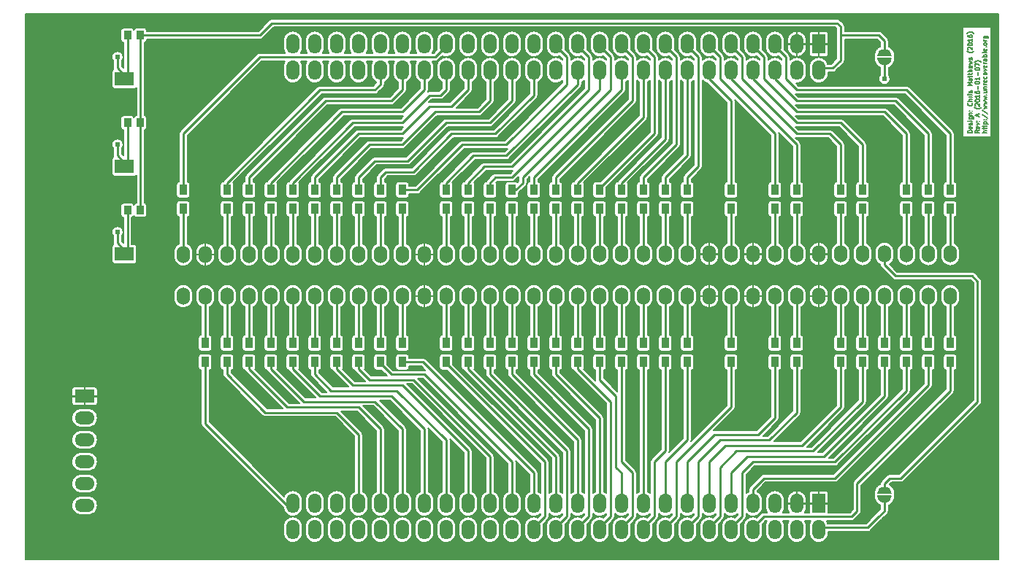
<source format=gtl>
G04 #@! TF.FileFunction,Copper,L1,Top,Signal*
%FSLAX46Y46*%
G04 Gerber Fmt 4.6, Leading zero omitted, Abs format (unit mm)*
G04 Created by KiCad (PCBNEW 4.0.1-stable) date 1/13/2016 10:16:52 PM*
%MOMM*%
G01*
G04 APERTURE LIST*
%ADD10C,0.100000*%
%ADD11C,0.127000*%
%ADD12C,0.150000*%
%ADD13R,1.524000X2.286000*%
%ADD14O,1.524000X2.286000*%
%ADD15R,2.286000X1.524000*%
%ADD16O,2.286000X1.524000*%
%ADD17O,1.524000X2.032000*%
%ADD18R,0.900000X1.200000*%
%ADD19R,0.850000X1.000000*%
%ADD20R,2.190000X1.600000*%
%ADD21C,0.609600*%
%ADD22C,0.254000*%
%ADD23C,0.203200*%
G04 APERTURE END LIST*
D10*
D11*
X199416610Y-77349048D02*
X198908610Y-77349048D01*
X198908610Y-77228095D01*
X198932800Y-77155524D01*
X198981181Y-77107143D01*
X199029562Y-77082952D01*
X199126324Y-77058762D01*
X199198895Y-77058762D01*
X199295657Y-77082952D01*
X199344038Y-77107143D01*
X199392419Y-77155524D01*
X199416610Y-77228095D01*
X199416610Y-77349048D01*
X199392419Y-76647524D02*
X199416610Y-76695905D01*
X199416610Y-76792667D01*
X199392419Y-76841048D01*
X199344038Y-76865238D01*
X199150514Y-76865238D01*
X199102133Y-76841048D01*
X199077943Y-76792667D01*
X199077943Y-76695905D01*
X199102133Y-76647524D01*
X199150514Y-76623333D01*
X199198895Y-76623333D01*
X199247276Y-76865238D01*
X199392419Y-76429809D02*
X199416610Y-76381428D01*
X199416610Y-76284666D01*
X199392419Y-76236285D01*
X199344038Y-76212095D01*
X199319848Y-76212095D01*
X199271467Y-76236285D01*
X199247276Y-76284666D01*
X199247276Y-76357238D01*
X199223086Y-76405619D01*
X199174705Y-76429809D01*
X199150514Y-76429809D01*
X199102133Y-76405619D01*
X199077943Y-76357238D01*
X199077943Y-76284666D01*
X199102133Y-76236285D01*
X199416610Y-75994381D02*
X199077943Y-75994381D01*
X198908610Y-75994381D02*
X198932800Y-76018571D01*
X198956990Y-75994381D01*
X198932800Y-75970190D01*
X198908610Y-75994381D01*
X198956990Y-75994381D01*
X199077943Y-75534761D02*
X199489181Y-75534761D01*
X199537562Y-75558952D01*
X199561752Y-75583142D01*
X199585943Y-75631523D01*
X199585943Y-75704095D01*
X199561752Y-75752476D01*
X199392419Y-75534761D02*
X199416610Y-75583142D01*
X199416610Y-75679904D01*
X199392419Y-75728285D01*
X199368229Y-75752476D01*
X199319848Y-75776666D01*
X199174705Y-75776666D01*
X199126324Y-75752476D01*
X199102133Y-75728285D01*
X199077943Y-75679904D01*
X199077943Y-75583142D01*
X199102133Y-75534761D01*
X199077943Y-75292857D02*
X199416610Y-75292857D01*
X199126324Y-75292857D02*
X199102133Y-75268666D01*
X199077943Y-75220285D01*
X199077943Y-75147714D01*
X199102133Y-75099333D01*
X199150514Y-75075142D01*
X199416610Y-75075142D01*
X199368229Y-74833238D02*
X199392419Y-74809047D01*
X199416610Y-74833238D01*
X199392419Y-74857428D01*
X199368229Y-74833238D01*
X199416610Y-74833238D01*
X199102133Y-74833238D02*
X199126324Y-74809047D01*
X199150514Y-74833238D01*
X199126324Y-74857428D01*
X199102133Y-74833238D01*
X199150514Y-74833238D01*
X199368229Y-73913999D02*
X199392419Y-73938189D01*
X199416610Y-74010761D01*
X199416610Y-74059142D01*
X199392419Y-74131713D01*
X199344038Y-74180094D01*
X199295657Y-74204285D01*
X199198895Y-74228475D01*
X199126324Y-74228475D01*
X199029562Y-74204285D01*
X198981181Y-74180094D01*
X198932800Y-74131713D01*
X198908610Y-74059142D01*
X198908610Y-74010761D01*
X198932800Y-73938189D01*
X198956990Y-73913999D01*
X199416610Y-73696285D02*
X198908610Y-73696285D01*
X199416610Y-73478570D02*
X199150514Y-73478570D01*
X199102133Y-73502761D01*
X199077943Y-73551142D01*
X199077943Y-73623713D01*
X199102133Y-73672094D01*
X199126324Y-73696285D01*
X199416610Y-73236666D02*
X199077943Y-73236666D01*
X199174705Y-73236666D02*
X199126324Y-73212475D01*
X199102133Y-73188285D01*
X199077943Y-73139904D01*
X199077943Y-73091523D01*
X199416610Y-72922190D02*
X199077943Y-72922190D01*
X198908610Y-72922190D02*
X198932800Y-72946380D01*
X198956990Y-72922190D01*
X198932800Y-72897999D01*
X198908610Y-72922190D01*
X198956990Y-72922190D01*
X199392419Y-72704475D02*
X199416610Y-72656094D01*
X199416610Y-72559332D01*
X199392419Y-72510951D01*
X199344038Y-72486761D01*
X199319848Y-72486761D01*
X199271467Y-72510951D01*
X199247276Y-72559332D01*
X199247276Y-72631904D01*
X199223086Y-72680285D01*
X199174705Y-72704475D01*
X199150514Y-72704475D01*
X199102133Y-72680285D01*
X199077943Y-72631904D01*
X199077943Y-72559332D01*
X199102133Y-72510951D01*
X199416610Y-71881999D02*
X198908610Y-71881999D01*
X199271467Y-71712665D01*
X198908610Y-71543332D01*
X199416610Y-71543332D01*
X199416610Y-71083713D02*
X199150514Y-71083713D01*
X199102133Y-71107904D01*
X199077943Y-71156285D01*
X199077943Y-71253047D01*
X199102133Y-71301428D01*
X199392419Y-71083713D02*
X199416610Y-71132094D01*
X199416610Y-71253047D01*
X199392419Y-71301428D01*
X199344038Y-71325618D01*
X199295657Y-71325618D01*
X199247276Y-71301428D01*
X199223086Y-71253047D01*
X199223086Y-71132094D01*
X199198895Y-71083713D01*
X199077943Y-70914380D02*
X199077943Y-70720856D01*
X198908610Y-70841809D02*
X199344038Y-70841809D01*
X199392419Y-70817618D01*
X199416610Y-70769237D01*
X199416610Y-70720856D01*
X199077943Y-70624094D02*
X199077943Y-70430570D01*
X198908610Y-70551523D02*
X199344038Y-70551523D01*
X199392419Y-70527332D01*
X199416610Y-70478951D01*
X199416610Y-70430570D01*
X199416610Y-70261237D02*
X198908610Y-70261237D01*
X199416610Y-70043522D02*
X199150514Y-70043522D01*
X199102133Y-70067713D01*
X199077943Y-70116094D01*
X199077943Y-70188665D01*
X199102133Y-70237046D01*
X199126324Y-70261237D01*
X199392419Y-69608094D02*
X199416610Y-69656475D01*
X199416610Y-69753237D01*
X199392419Y-69801618D01*
X199344038Y-69825808D01*
X199150514Y-69825808D01*
X199102133Y-69801618D01*
X199077943Y-69753237D01*
X199077943Y-69656475D01*
X199102133Y-69608094D01*
X199150514Y-69583903D01*
X199198895Y-69583903D01*
X199247276Y-69825808D01*
X199077943Y-69414570D02*
X199416610Y-69317808D01*
X199174705Y-69221046D01*
X199416610Y-69124284D01*
X199077943Y-69027522D01*
X199392419Y-68858189D02*
X199416610Y-68809808D01*
X199416610Y-68713046D01*
X199392419Y-68664665D01*
X199344038Y-68640475D01*
X199319848Y-68640475D01*
X199271467Y-68664665D01*
X199247276Y-68713046D01*
X199247276Y-68785618D01*
X199223086Y-68833999D01*
X199174705Y-68858189D01*
X199150514Y-68858189D01*
X199102133Y-68833999D01*
X199077943Y-68785618D01*
X199077943Y-68713046D01*
X199102133Y-68664665D01*
X199610133Y-67890570D02*
X199585943Y-67914760D01*
X199513371Y-67963141D01*
X199464990Y-67987332D01*
X199392419Y-68011522D01*
X199271467Y-68035713D01*
X199174705Y-68035713D01*
X199053752Y-68011522D01*
X198981181Y-67987332D01*
X198932800Y-67963141D01*
X198860229Y-67914760D01*
X198836038Y-67890570D01*
X198956990Y-67721236D02*
X198932800Y-67697046D01*
X198908610Y-67648665D01*
X198908610Y-67527712D01*
X198932800Y-67479331D01*
X198956990Y-67455141D01*
X199005371Y-67430950D01*
X199053752Y-67430950D01*
X199126324Y-67455141D01*
X199416610Y-67745427D01*
X199416610Y-67430950D01*
X198908610Y-67116474D02*
X198908610Y-67068093D01*
X198932800Y-67019712D01*
X198956990Y-66995521D01*
X199005371Y-66971331D01*
X199102133Y-66947140D01*
X199223086Y-66947140D01*
X199319848Y-66971331D01*
X199368229Y-66995521D01*
X199392419Y-67019712D01*
X199416610Y-67068093D01*
X199416610Y-67116474D01*
X199392419Y-67164855D01*
X199368229Y-67189045D01*
X199319848Y-67213236D01*
X199223086Y-67237426D01*
X199102133Y-67237426D01*
X199005371Y-67213236D01*
X198956990Y-67189045D01*
X198932800Y-67164855D01*
X198908610Y-67116474D01*
X199416610Y-66463330D02*
X199416610Y-66753616D01*
X199416610Y-66608473D02*
X198908610Y-66608473D01*
X198981181Y-66656854D01*
X199029562Y-66705235D01*
X199053752Y-66753616D01*
X198908610Y-66027901D02*
X198908610Y-66124663D01*
X198932800Y-66173044D01*
X198956990Y-66197235D01*
X199029562Y-66245616D01*
X199126324Y-66269806D01*
X199319848Y-66269806D01*
X199368229Y-66245616D01*
X199392419Y-66221425D01*
X199416610Y-66173044D01*
X199416610Y-66076282D01*
X199392419Y-66027901D01*
X199368229Y-66003711D01*
X199319848Y-65979520D01*
X199198895Y-65979520D01*
X199150514Y-66003711D01*
X199126324Y-66027901D01*
X199102133Y-66076282D01*
X199102133Y-66173044D01*
X199126324Y-66221425D01*
X199150514Y-66245616D01*
X199198895Y-66269806D01*
X199610133Y-65810187D02*
X199585943Y-65785996D01*
X199513371Y-65737615D01*
X199464990Y-65713425D01*
X199392419Y-65689234D01*
X199271467Y-65665044D01*
X199174705Y-65665044D01*
X199053752Y-65689234D01*
X198981181Y-65713425D01*
X198932800Y-65737615D01*
X198860229Y-65785996D01*
X198836038Y-65810187D01*
X200254810Y-77058762D02*
X200012905Y-77228095D01*
X200254810Y-77349048D02*
X199746810Y-77349048D01*
X199746810Y-77155524D01*
X199771000Y-77107143D01*
X199795190Y-77082952D01*
X199843571Y-77058762D01*
X199916143Y-77058762D01*
X199964524Y-77082952D01*
X199988714Y-77107143D01*
X200012905Y-77155524D01*
X200012905Y-77349048D01*
X200230619Y-76647524D02*
X200254810Y-76695905D01*
X200254810Y-76792667D01*
X200230619Y-76841048D01*
X200182238Y-76865238D01*
X199988714Y-76865238D01*
X199940333Y-76841048D01*
X199916143Y-76792667D01*
X199916143Y-76695905D01*
X199940333Y-76647524D01*
X199988714Y-76623333D01*
X200037095Y-76623333D01*
X200085476Y-76865238D01*
X199916143Y-76454000D02*
X200254810Y-76333047D01*
X199916143Y-76212095D01*
X200206429Y-76018571D02*
X200230619Y-75994380D01*
X200254810Y-76018571D01*
X200230619Y-76042761D01*
X200206429Y-76018571D01*
X200254810Y-76018571D01*
X199940333Y-76018571D02*
X199964524Y-75994380D01*
X199988714Y-76018571D01*
X199964524Y-76042761D01*
X199940333Y-76018571D01*
X199988714Y-76018571D01*
X200109667Y-75413808D02*
X200109667Y-75171903D01*
X200254810Y-75462189D02*
X199746810Y-75292856D01*
X200254810Y-75123522D01*
X200448333Y-74421998D02*
X200424143Y-74446188D01*
X200351571Y-74494569D01*
X200303190Y-74518760D01*
X200230619Y-74542950D01*
X200109667Y-74567141D01*
X200012905Y-74567141D01*
X199891952Y-74542950D01*
X199819381Y-74518760D01*
X199771000Y-74494569D01*
X199698429Y-74446188D01*
X199674238Y-74421998D01*
X199795190Y-74252664D02*
X199771000Y-74228474D01*
X199746810Y-74180093D01*
X199746810Y-74059140D01*
X199771000Y-74010759D01*
X199795190Y-73986569D01*
X199843571Y-73962378D01*
X199891952Y-73962378D01*
X199964524Y-73986569D01*
X200254810Y-74276855D01*
X200254810Y-73962378D01*
X199746810Y-73647902D02*
X199746810Y-73599521D01*
X199771000Y-73551140D01*
X199795190Y-73526949D01*
X199843571Y-73502759D01*
X199940333Y-73478568D01*
X200061286Y-73478568D01*
X200158048Y-73502759D01*
X200206429Y-73526949D01*
X200230619Y-73551140D01*
X200254810Y-73599521D01*
X200254810Y-73647902D01*
X200230619Y-73696283D01*
X200206429Y-73720473D01*
X200158048Y-73744664D01*
X200061286Y-73768854D01*
X199940333Y-73768854D01*
X199843571Y-73744664D01*
X199795190Y-73720473D01*
X199771000Y-73696283D01*
X199746810Y-73647902D01*
X200254810Y-72994758D02*
X200254810Y-73285044D01*
X200254810Y-73139901D02*
X199746810Y-73139901D01*
X199819381Y-73188282D01*
X199867762Y-73236663D01*
X199891952Y-73285044D01*
X199746810Y-72559329D02*
X199746810Y-72656091D01*
X199771000Y-72704472D01*
X199795190Y-72728663D01*
X199867762Y-72777044D01*
X199964524Y-72801234D01*
X200158048Y-72801234D01*
X200206429Y-72777044D01*
X200230619Y-72752853D01*
X200254810Y-72704472D01*
X200254810Y-72607710D01*
X200230619Y-72559329D01*
X200206429Y-72535139D01*
X200158048Y-72510948D01*
X200037095Y-72510948D01*
X199988714Y-72535139D01*
X199964524Y-72559329D01*
X199940333Y-72607710D01*
X199940333Y-72704472D01*
X199964524Y-72752853D01*
X199988714Y-72777044D01*
X200037095Y-72801234D01*
X200061286Y-72293234D02*
X200061286Y-71906186D01*
X199746810Y-71567520D02*
X199746810Y-71519139D01*
X199771000Y-71470758D01*
X199795190Y-71446567D01*
X199843571Y-71422377D01*
X199940333Y-71398186D01*
X200061286Y-71398186D01*
X200158048Y-71422377D01*
X200206429Y-71446567D01*
X200230619Y-71470758D01*
X200254810Y-71519139D01*
X200254810Y-71567520D01*
X200230619Y-71615901D01*
X200206429Y-71640091D01*
X200158048Y-71664282D01*
X200061286Y-71688472D01*
X199940333Y-71688472D01*
X199843571Y-71664282D01*
X199795190Y-71640091D01*
X199771000Y-71615901D01*
X199746810Y-71567520D01*
X200254810Y-70914376D02*
X200254810Y-71204662D01*
X200254810Y-71059519D02*
X199746810Y-71059519D01*
X199819381Y-71107900D01*
X199867762Y-71156281D01*
X199891952Y-71204662D01*
X200061286Y-70696662D02*
X200061286Y-70309614D01*
X199746810Y-69970948D02*
X199746810Y-69922567D01*
X199771000Y-69874186D01*
X199795190Y-69849995D01*
X199843571Y-69825805D01*
X199940333Y-69801614D01*
X200061286Y-69801614D01*
X200158048Y-69825805D01*
X200206429Y-69849995D01*
X200230619Y-69874186D01*
X200254810Y-69922567D01*
X200254810Y-69970948D01*
X200230619Y-70019329D01*
X200206429Y-70043519D01*
X200158048Y-70067710D01*
X200061286Y-70091900D01*
X199940333Y-70091900D01*
X199843571Y-70067710D01*
X199795190Y-70043519D01*
X199771000Y-70019329D01*
X199746810Y-69970948D01*
X199746810Y-69632281D02*
X199746810Y-69293614D01*
X200254810Y-69511328D01*
X200448333Y-69148471D02*
X200424143Y-69124280D01*
X200351571Y-69075899D01*
X200303190Y-69051709D01*
X200230619Y-69027518D01*
X200109667Y-69003328D01*
X200012905Y-69003328D01*
X199891952Y-69027518D01*
X199819381Y-69051709D01*
X199771000Y-69075899D01*
X199698429Y-69124280D01*
X199674238Y-69148471D01*
X201093010Y-77349048D02*
X200585010Y-77349048D01*
X201093010Y-77131333D02*
X200826914Y-77131333D01*
X200778533Y-77155524D01*
X200754343Y-77203905D01*
X200754343Y-77276476D01*
X200778533Y-77324857D01*
X200802724Y-77349048D01*
X200754343Y-76962000D02*
X200754343Y-76768476D01*
X200585010Y-76889429D02*
X201020438Y-76889429D01*
X201068819Y-76865238D01*
X201093010Y-76816857D01*
X201093010Y-76768476D01*
X200754343Y-76671714D02*
X200754343Y-76478190D01*
X200585010Y-76599143D02*
X201020438Y-76599143D01*
X201068819Y-76574952D01*
X201093010Y-76526571D01*
X201093010Y-76478190D01*
X200754343Y-76308857D02*
X201262343Y-76308857D01*
X200778533Y-76308857D02*
X200754343Y-76260476D01*
X200754343Y-76163714D01*
X200778533Y-76115333D01*
X200802724Y-76091142D01*
X200851105Y-76066952D01*
X200996248Y-76066952D01*
X201044629Y-76091142D01*
X201068819Y-76115333D01*
X201093010Y-76163714D01*
X201093010Y-76260476D01*
X201068819Y-76308857D01*
X201044629Y-75849238D02*
X201068819Y-75825047D01*
X201093010Y-75849238D01*
X201068819Y-75873428D01*
X201044629Y-75849238D01*
X201093010Y-75849238D01*
X200778533Y-75849238D02*
X200802724Y-75825047D01*
X200826914Y-75849238D01*
X200802724Y-75873428D01*
X200778533Y-75849238D01*
X200826914Y-75849238D01*
X200560819Y-75244475D02*
X201213962Y-75679904D01*
X200560819Y-74712285D02*
X201213962Y-75147714D01*
X200754343Y-74591334D02*
X201093010Y-74494572D01*
X200851105Y-74397810D01*
X201093010Y-74301048D01*
X200754343Y-74204286D01*
X200754343Y-74059144D02*
X201093010Y-73962382D01*
X200851105Y-73865620D01*
X201093010Y-73768858D01*
X200754343Y-73672096D01*
X200754343Y-73526954D02*
X201093010Y-73430192D01*
X200851105Y-73333430D01*
X201093010Y-73236668D01*
X200754343Y-73139906D01*
X201044629Y-72946383D02*
X201068819Y-72922192D01*
X201093010Y-72946383D01*
X201068819Y-72970573D01*
X201044629Y-72946383D01*
X201093010Y-72946383D01*
X200754343Y-72486763D02*
X201093010Y-72486763D01*
X200754343Y-72704478D02*
X201020438Y-72704478D01*
X201068819Y-72680287D01*
X201093010Y-72631906D01*
X201093010Y-72559335D01*
X201068819Y-72510954D01*
X201044629Y-72486763D01*
X200754343Y-72244859D02*
X201093010Y-72244859D01*
X200802724Y-72244859D02*
X200778533Y-72220668D01*
X200754343Y-72172287D01*
X200754343Y-72099716D01*
X200778533Y-72051335D01*
X200826914Y-72027144D01*
X201093010Y-72027144D01*
X201093010Y-71785240D02*
X200754343Y-71785240D01*
X200851105Y-71785240D02*
X200802724Y-71761049D01*
X200778533Y-71736859D01*
X200754343Y-71688478D01*
X200754343Y-71640097D01*
X201068819Y-71277240D02*
X201093010Y-71325621D01*
X201093010Y-71422383D01*
X201068819Y-71470764D01*
X201020438Y-71494954D01*
X200826914Y-71494954D01*
X200778533Y-71470764D01*
X200754343Y-71422383D01*
X200754343Y-71325621D01*
X200778533Y-71277240D01*
X200826914Y-71253049D01*
X200875295Y-71253049D01*
X200923676Y-71494954D01*
X201068819Y-70817620D02*
X201093010Y-70866001D01*
X201093010Y-70962763D01*
X201068819Y-71011144D01*
X201044629Y-71035335D01*
X200996248Y-71059525D01*
X200851105Y-71059525D01*
X200802724Y-71035335D01*
X200778533Y-71011144D01*
X200754343Y-70962763D01*
X200754343Y-70866001D01*
X200778533Y-70817620D01*
X201093010Y-70527334D02*
X201068819Y-70575715D01*
X201044629Y-70599906D01*
X200996248Y-70624096D01*
X200851105Y-70624096D01*
X200802724Y-70599906D01*
X200778533Y-70575715D01*
X200754343Y-70527334D01*
X200754343Y-70454763D01*
X200778533Y-70406382D01*
X200802724Y-70382191D01*
X200851105Y-70358001D01*
X200996248Y-70358001D01*
X201044629Y-70382191D01*
X201068819Y-70406382D01*
X201093010Y-70454763D01*
X201093010Y-70527334D01*
X200754343Y-70188668D02*
X201093010Y-70067715D01*
X200754343Y-69946763D01*
X201068819Y-69559715D02*
X201093010Y-69608096D01*
X201093010Y-69704858D01*
X201068819Y-69753239D01*
X201020438Y-69777429D01*
X200826914Y-69777429D01*
X200778533Y-69753239D01*
X200754343Y-69704858D01*
X200754343Y-69608096D01*
X200778533Y-69559715D01*
X200826914Y-69535524D01*
X200875295Y-69535524D01*
X200923676Y-69777429D01*
X201093010Y-69317810D02*
X200754343Y-69317810D01*
X200851105Y-69317810D02*
X200802724Y-69293619D01*
X200778533Y-69269429D01*
X200754343Y-69221048D01*
X200754343Y-69172667D01*
X201093010Y-68785619D02*
X200826914Y-68785619D01*
X200778533Y-68809810D01*
X200754343Y-68858191D01*
X200754343Y-68954953D01*
X200778533Y-69003334D01*
X201068819Y-68785619D02*
X201093010Y-68834000D01*
X201093010Y-68954953D01*
X201068819Y-69003334D01*
X201020438Y-69027524D01*
X200972057Y-69027524D01*
X200923676Y-69003334D01*
X200899486Y-68954953D01*
X200899486Y-68834000D01*
X200875295Y-68785619D01*
X201093010Y-68543715D02*
X200585010Y-68543715D01*
X200778533Y-68543715D02*
X200754343Y-68495334D01*
X200754343Y-68398572D01*
X200778533Y-68350191D01*
X200802724Y-68326000D01*
X200851105Y-68301810D01*
X200996248Y-68301810D01*
X201044629Y-68326000D01*
X201068819Y-68350191D01*
X201093010Y-68398572D01*
X201093010Y-68495334D01*
X201068819Y-68543715D01*
X201093010Y-68011524D02*
X201068819Y-68059905D01*
X201020438Y-68084096D01*
X200585010Y-68084096D01*
X201068819Y-67624477D02*
X201093010Y-67672858D01*
X201093010Y-67769620D01*
X201068819Y-67818001D01*
X201020438Y-67842191D01*
X200826914Y-67842191D01*
X200778533Y-67818001D01*
X200754343Y-67769620D01*
X200754343Y-67672858D01*
X200778533Y-67624477D01*
X200826914Y-67600286D01*
X200875295Y-67600286D01*
X200923676Y-67842191D01*
X201044629Y-67382572D02*
X201068819Y-67358381D01*
X201093010Y-67382572D01*
X201068819Y-67406762D01*
X201044629Y-67382572D01*
X201093010Y-67382572D01*
X201093010Y-67068095D02*
X201068819Y-67116476D01*
X201044629Y-67140667D01*
X200996248Y-67164857D01*
X200851105Y-67164857D01*
X200802724Y-67140667D01*
X200778533Y-67116476D01*
X200754343Y-67068095D01*
X200754343Y-66995524D01*
X200778533Y-66947143D01*
X200802724Y-66922952D01*
X200851105Y-66898762D01*
X200996248Y-66898762D01*
X201044629Y-66922952D01*
X201068819Y-66947143D01*
X201093010Y-66995524D01*
X201093010Y-67068095D01*
X201093010Y-66681048D02*
X200754343Y-66681048D01*
X200851105Y-66681048D02*
X200802724Y-66656857D01*
X200778533Y-66632667D01*
X200754343Y-66584286D01*
X200754343Y-66535905D01*
X200754343Y-66148857D02*
X201165581Y-66148857D01*
X201213962Y-66173048D01*
X201238152Y-66197238D01*
X201262343Y-66245619D01*
X201262343Y-66318191D01*
X201238152Y-66366572D01*
X201068819Y-66148857D02*
X201093010Y-66197238D01*
X201093010Y-66294000D01*
X201068819Y-66342381D01*
X201044629Y-66366572D01*
X200996248Y-66390762D01*
X200851105Y-66390762D01*
X200802724Y-66366572D01*
X200778533Y-66342381D01*
X200754343Y-66294000D01*
X200754343Y-66197238D01*
X200778533Y-66148857D01*
D12*
X188569600Y-119126000D02*
X189890400Y-119126000D01*
X189890400Y-119126000D02*
X189890400Y-119024400D01*
X189890400Y-119024400D02*
X188569600Y-119024400D01*
X188569600Y-119024400D02*
X188569600Y-118922800D01*
X188569600Y-118922800D02*
X189839600Y-118922800D01*
X189839600Y-118922800D02*
X189839600Y-118821200D01*
X189839600Y-118821200D02*
X188671200Y-118821200D01*
X188671200Y-118821200D02*
X188722000Y-118719600D01*
X188722000Y-118719600D02*
X189687200Y-118719600D01*
X189687200Y-118719600D02*
X189585600Y-118618000D01*
X189585600Y-118618000D02*
X188874400Y-118618000D01*
X188874400Y-118618000D02*
X188925200Y-118567200D01*
X188925200Y-118567200D02*
X189484000Y-118567200D01*
X189839600Y-119837200D02*
X189839600Y-119938800D01*
X189839600Y-119938800D02*
X188722000Y-119938800D01*
X188722000Y-119938800D02*
X188722000Y-120040400D01*
X188722000Y-120040400D02*
X189687200Y-120040400D01*
X189687200Y-120040400D02*
X189687200Y-120091200D01*
X189687200Y-120091200D02*
X188823600Y-120091200D01*
X188823600Y-120091200D02*
X188823600Y-120142000D01*
X188823600Y-120142000D02*
X189534800Y-120142000D01*
X189534800Y-120142000D02*
X189534800Y-120192800D01*
X189534800Y-120192800D02*
X188976000Y-120192800D01*
X188518800Y-119634000D02*
X189890400Y-119634000D01*
X189890400Y-119634000D02*
X189890400Y-119735600D01*
X189890400Y-119735600D02*
X188569600Y-119735600D01*
X188569600Y-119735600D02*
X188569600Y-119837200D01*
X188569600Y-119837200D02*
X189839600Y-119837200D01*
X189839600Y-119837200D02*
X189839600Y-119888000D01*
X188468000Y-119532400D02*
X189992000Y-119532400D01*
X188468000Y-119227600D02*
X189992000Y-119227600D01*
X189992000Y-119227600D02*
G75*
G03X189230000Y-118465600I-762000J0D01*
G01*
X189230000Y-118465600D02*
G75*
G03X188468000Y-119227600I0J-762000D01*
G01*
X188468000Y-119532400D02*
G75*
G03X189230000Y-120294400I762000J0D01*
G01*
X189230000Y-120294400D02*
G75*
G03X189992000Y-119532400I0J762000D01*
G01*
X189890400Y-68834000D02*
X188569600Y-68834000D01*
X188569600Y-68834000D02*
X188569600Y-68935600D01*
X188569600Y-68935600D02*
X189890400Y-68935600D01*
X189890400Y-68935600D02*
X189890400Y-69037200D01*
X189890400Y-69037200D02*
X188620400Y-69037200D01*
X188620400Y-69037200D02*
X188620400Y-69138800D01*
X188620400Y-69138800D02*
X189788800Y-69138800D01*
X189788800Y-69138800D02*
X189738000Y-69240400D01*
X189738000Y-69240400D02*
X188772800Y-69240400D01*
X188772800Y-69240400D02*
X188874400Y-69342000D01*
X188874400Y-69342000D02*
X189585600Y-69342000D01*
X189585600Y-69342000D02*
X189534800Y-69392800D01*
X189534800Y-69392800D02*
X188976000Y-69392800D01*
X188620400Y-68122800D02*
X188620400Y-68021200D01*
X188620400Y-68021200D02*
X189738000Y-68021200D01*
X189738000Y-68021200D02*
X189738000Y-67919600D01*
X189738000Y-67919600D02*
X188772800Y-67919600D01*
X188772800Y-67919600D02*
X188772800Y-67868800D01*
X188772800Y-67868800D02*
X189636400Y-67868800D01*
X189636400Y-67868800D02*
X189636400Y-67818000D01*
X189636400Y-67818000D02*
X188925200Y-67818000D01*
X188925200Y-67818000D02*
X188925200Y-67767200D01*
X188925200Y-67767200D02*
X189484000Y-67767200D01*
X189941200Y-68326000D02*
X188569600Y-68326000D01*
X188569600Y-68326000D02*
X188569600Y-68224400D01*
X188569600Y-68224400D02*
X189890400Y-68224400D01*
X189890400Y-68224400D02*
X189890400Y-68122800D01*
X189890400Y-68122800D02*
X188620400Y-68122800D01*
X188620400Y-68122800D02*
X188620400Y-68072000D01*
X189992000Y-68427600D02*
X188468000Y-68427600D01*
X189992000Y-68732400D02*
X188468000Y-68732400D01*
X188468000Y-68732400D02*
G75*
G03X189230000Y-69494400I762000J0D01*
G01*
X189230000Y-69494400D02*
G75*
G03X189992000Y-68732400I0J762000D01*
G01*
X189992000Y-68427600D02*
G75*
G03X189230000Y-67665600I-762000J0D01*
G01*
X189230000Y-67665600D02*
G75*
G03X188468000Y-68427600I0J-762000D01*
G01*
D13*
X181610000Y-67056000D03*
D14*
X179070000Y-67056000D03*
X176530000Y-67056000D03*
X173990000Y-67056000D03*
X171450000Y-67056000D03*
X168910000Y-67056000D03*
X166370000Y-67056000D03*
X163830000Y-67056000D03*
X161290000Y-67056000D03*
X158750000Y-67056000D03*
X156210000Y-67056000D03*
X153670000Y-67056000D03*
X151130000Y-67056000D03*
X148590000Y-67056000D03*
X146050000Y-67056000D03*
X143510000Y-67056000D03*
X140970000Y-67056000D03*
X138430000Y-67056000D03*
X135890000Y-67056000D03*
X133350000Y-67056000D03*
X130810000Y-67056000D03*
X128270000Y-67056000D03*
X125730000Y-67056000D03*
X123190000Y-67056000D03*
X181610000Y-70104000D03*
X179070000Y-70104000D03*
X176530000Y-70104000D03*
X173990000Y-70104000D03*
X171450000Y-70104000D03*
X168910000Y-70104000D03*
X166370000Y-70104000D03*
X163830000Y-70104000D03*
X161290000Y-70104000D03*
X158750000Y-70104000D03*
X156210000Y-70104000D03*
X153670000Y-70104000D03*
X151130000Y-70104000D03*
X148590000Y-70104000D03*
X146050000Y-70104000D03*
X143510000Y-70104000D03*
X140970000Y-70104000D03*
X138430000Y-70104000D03*
X135890000Y-70104000D03*
X133350000Y-70104000D03*
X130810000Y-70104000D03*
X128270000Y-70104000D03*
X125730000Y-70104000D03*
X123190000Y-70104000D03*
X120650000Y-67056000D03*
X120650000Y-70104000D03*
D13*
X181610000Y-120396000D03*
D14*
X179070000Y-120396000D03*
X176530000Y-120396000D03*
X173990000Y-120396000D03*
X171450000Y-120396000D03*
X168910000Y-120396000D03*
X166370000Y-120396000D03*
X163830000Y-120396000D03*
X161290000Y-120396000D03*
X158750000Y-120396000D03*
X156210000Y-120396000D03*
X153670000Y-120396000D03*
X151130000Y-120396000D03*
X148590000Y-120396000D03*
X146050000Y-120396000D03*
X143510000Y-120396000D03*
X140970000Y-120396000D03*
X138430000Y-120396000D03*
X135890000Y-120396000D03*
X133350000Y-120396000D03*
X130810000Y-120396000D03*
X128270000Y-120396000D03*
X125730000Y-120396000D03*
X123190000Y-120396000D03*
X181610000Y-123444000D03*
X179070000Y-123444000D03*
X176530000Y-123444000D03*
X173990000Y-123444000D03*
X171450000Y-123444000D03*
X168910000Y-123444000D03*
X166370000Y-123444000D03*
X163830000Y-123444000D03*
X161290000Y-123444000D03*
X158750000Y-123444000D03*
X156210000Y-123444000D03*
X153670000Y-123444000D03*
X151130000Y-123444000D03*
X148590000Y-123444000D03*
X146050000Y-123444000D03*
X143510000Y-123444000D03*
X140970000Y-123444000D03*
X138430000Y-123444000D03*
X135890000Y-123444000D03*
X133350000Y-123444000D03*
X130810000Y-123444000D03*
X128270000Y-123444000D03*
X125730000Y-123444000D03*
X123190000Y-123444000D03*
X120650000Y-120396000D03*
X120650000Y-123444000D03*
D15*
X96520000Y-107950000D03*
D16*
X96520000Y-110490000D03*
X96520000Y-113030000D03*
X96520000Y-115570000D03*
X96520000Y-118110000D03*
X96520000Y-120650000D03*
D17*
X107950000Y-91490800D03*
X107950000Y-96342200D03*
X110490000Y-91490800D03*
X110490000Y-96342200D03*
X113030000Y-91490800D03*
X113030000Y-96342200D03*
X115570000Y-91490800D03*
X115570000Y-96342200D03*
X118110000Y-91490800D03*
X118110000Y-96342200D03*
X120650000Y-91490800D03*
X120650000Y-96342200D03*
X123190000Y-91490800D03*
X123190000Y-96342200D03*
X125730000Y-91490800D03*
X125730000Y-96342200D03*
X128270000Y-91490800D03*
X128270000Y-96342200D03*
X130810000Y-91490800D03*
X130810000Y-96342200D03*
X133350000Y-91490800D03*
X133350000Y-96342200D03*
X135890000Y-91490800D03*
X135890000Y-96342200D03*
X138430000Y-91490800D03*
X138430000Y-96342200D03*
X140970000Y-91490800D03*
X140970000Y-96342200D03*
X143510000Y-91490800D03*
X143510000Y-96342200D03*
X146050000Y-91490800D03*
X146050000Y-96342200D03*
X148590000Y-91490800D03*
X148590000Y-96342200D03*
X151130000Y-91490800D03*
X151130000Y-96342200D03*
X153670000Y-91440000D03*
X153670000Y-96342200D03*
X156210000Y-91440000D03*
X156210000Y-96342200D03*
X158750000Y-91440000D03*
X158750000Y-96342200D03*
X161290000Y-91440000D03*
X161290000Y-96342200D03*
X163830000Y-91440000D03*
X163830000Y-96342200D03*
X166370000Y-91440000D03*
X166370000Y-96342200D03*
X168910000Y-91440000D03*
X168910000Y-96342200D03*
X171450000Y-91440000D03*
X171450000Y-96342200D03*
X173990000Y-91440000D03*
X173990000Y-96342200D03*
X176530000Y-91440000D03*
X176530000Y-96342200D03*
X179070000Y-91440000D03*
X179070000Y-96342200D03*
X181610000Y-91440000D03*
X181610000Y-96342200D03*
X184150000Y-91440000D03*
X184150000Y-96342200D03*
X186690000Y-91440000D03*
X186690000Y-96342200D03*
X189230000Y-91440000D03*
X189230000Y-96342200D03*
X191770000Y-91440000D03*
X191770000Y-96342200D03*
X194310000Y-91440000D03*
X194310000Y-96342200D03*
X196850000Y-91440000D03*
X196850000Y-96342200D03*
D18*
X196850000Y-83990000D03*
X196850000Y-86190000D03*
X191770000Y-83990000D03*
X191770000Y-86190000D03*
X184150000Y-83990000D03*
X184150000Y-86190000D03*
X176530000Y-83990000D03*
X176530000Y-86190000D03*
X166370000Y-83990000D03*
X166370000Y-86190000D03*
X161290000Y-83990000D03*
X161290000Y-86190000D03*
X156210000Y-83990000D03*
X156210000Y-86190000D03*
X151130000Y-83990000D03*
X151130000Y-86190000D03*
X146050000Y-83990000D03*
X146050000Y-86190000D03*
X140970000Y-83990000D03*
X140970000Y-86190000D03*
X133350000Y-83990000D03*
X133350000Y-86190000D03*
D19*
X102985000Y-66040000D03*
X101485000Y-66040000D03*
X102985000Y-76200000D03*
X101485000Y-76200000D03*
D18*
X194310000Y-86190000D03*
X194310000Y-83990000D03*
X186690000Y-86190000D03*
X186690000Y-83990000D03*
X179070000Y-86190000D03*
X179070000Y-83990000D03*
X171450000Y-86190000D03*
X171450000Y-83990000D03*
X163830000Y-86190000D03*
X163830000Y-83990000D03*
X158750000Y-86190000D03*
X158750000Y-83990000D03*
X153670000Y-86190000D03*
X153670000Y-83990000D03*
X148590000Y-86190000D03*
X148590000Y-83990000D03*
X143510000Y-86190000D03*
X143510000Y-83990000D03*
X138430000Y-86190000D03*
X138430000Y-83990000D03*
X107950000Y-86190000D03*
X107950000Y-83990000D03*
X130810000Y-86190000D03*
X130810000Y-83990000D03*
X128270000Y-86190000D03*
X128270000Y-83990000D03*
X125730000Y-86190000D03*
X125730000Y-83990000D03*
X123190000Y-86190000D03*
X123190000Y-83990000D03*
X120650000Y-86190000D03*
X120650000Y-83990000D03*
X118110000Y-86190000D03*
X118110000Y-83990000D03*
X115570000Y-86190000D03*
X115570000Y-83990000D03*
X113030000Y-86190000D03*
X113030000Y-83990000D03*
D19*
X102985000Y-86360000D03*
X101485000Y-86360000D03*
D18*
X194310000Y-103970000D03*
X194310000Y-101770000D03*
X189230000Y-103970000D03*
X189230000Y-101770000D03*
X184150000Y-103970000D03*
X184150000Y-101770000D03*
X176530000Y-103970000D03*
X176530000Y-101770000D03*
X166370000Y-103970000D03*
X166370000Y-101770000D03*
X161290000Y-103970000D03*
X161290000Y-101770000D03*
X156210000Y-103970000D03*
X156210000Y-101770000D03*
X151130000Y-103970000D03*
X151130000Y-101770000D03*
X146050000Y-103970000D03*
X146050000Y-101770000D03*
X140970000Y-103970000D03*
X140970000Y-101770000D03*
X133350000Y-103970000D03*
X133350000Y-101770000D03*
X130810000Y-103970000D03*
X130810000Y-101770000D03*
X128270000Y-103970000D03*
X128270000Y-101770000D03*
X125730000Y-103970000D03*
X125730000Y-101770000D03*
X123190000Y-103970000D03*
X123190000Y-101770000D03*
X120650000Y-103970000D03*
X120650000Y-101770000D03*
X118110000Y-103970000D03*
X118110000Y-101770000D03*
X115570000Y-103970000D03*
X115570000Y-101770000D03*
X113030000Y-103970000D03*
X113030000Y-101770000D03*
X110490000Y-103970000D03*
X110490000Y-101770000D03*
X196850000Y-101770000D03*
X196850000Y-103970000D03*
X191770000Y-101770000D03*
X191770000Y-103970000D03*
X186690000Y-101770000D03*
X186690000Y-103970000D03*
X179070000Y-101770000D03*
X179070000Y-103970000D03*
X171450000Y-101770000D03*
X171450000Y-103970000D03*
X163830000Y-101770000D03*
X163830000Y-103970000D03*
X158750000Y-101770000D03*
X158750000Y-103970000D03*
X153670000Y-101770000D03*
X153670000Y-103970000D03*
X148590000Y-101770000D03*
X148590000Y-103970000D03*
X143510000Y-101770000D03*
X143510000Y-103970000D03*
X138430000Y-103970000D03*
X138430000Y-101770000D03*
D20*
X101115000Y-71120000D03*
X91925000Y-71120000D03*
X101115000Y-81280000D03*
X91925000Y-81280000D03*
X101115000Y-91440000D03*
X91925000Y-91440000D03*
D10*
G36*
X189780000Y-119180000D02*
X188680000Y-119180000D01*
X188780000Y-118580000D01*
X189680000Y-118580000D01*
X189780000Y-119180000D01*
X189780000Y-119180000D01*
G37*
G36*
X188680000Y-119580000D02*
X189780000Y-119580000D01*
X189680000Y-120180000D01*
X188780000Y-120180000D01*
X188680000Y-119580000D01*
X188680000Y-119580000D01*
G37*
G36*
X188680000Y-68780000D02*
X189780000Y-68780000D01*
X189680000Y-69380000D01*
X188780000Y-69380000D01*
X188680000Y-68780000D01*
X188680000Y-68780000D01*
G37*
G36*
X189780000Y-68380000D02*
X188680000Y-68380000D01*
X188780000Y-67780000D01*
X189680000Y-67780000D01*
X189780000Y-68380000D01*
X189780000Y-68380000D01*
G37*
D21*
X189230000Y-71120000D03*
X100330000Y-68580000D03*
X100330000Y-78740000D03*
X100330000Y-88900000D03*
D22*
X188595000Y-121920000D02*
X187325000Y-123190000D01*
X189230000Y-120650000D02*
X189230000Y-121285000D01*
X189230000Y-121285000D02*
X188595000Y-121920000D01*
X187325000Y-123190000D02*
X181610000Y-123190000D01*
X189230000Y-120650000D02*
X189230000Y-119880000D01*
X189230000Y-67310000D02*
X189230000Y-67945000D01*
X189230000Y-67945000D02*
X189230000Y-68080000D01*
X189230000Y-120548400D02*
X189230000Y-120650000D01*
X189230000Y-67411600D02*
X189230000Y-67310000D01*
X189230000Y-67310000D02*
X189230000Y-66675000D01*
X188595000Y-66040000D02*
X184150000Y-66040000D01*
X189230000Y-66675000D02*
X188595000Y-66040000D01*
X102985000Y-66040000D02*
X116840000Y-66040000D01*
X183261000Y-69850000D02*
X181610000Y-69850000D01*
X184150000Y-68961000D02*
X183261000Y-69850000D01*
X184150000Y-65024000D02*
X184150000Y-66040000D01*
X184150000Y-66040000D02*
X184150000Y-68961000D01*
X183769000Y-64643000D02*
X184150000Y-65024000D01*
X118237000Y-64643000D02*
X183769000Y-64643000D01*
X116840000Y-66040000D02*
X118237000Y-64643000D01*
X102985000Y-76200000D02*
X102985000Y-86360000D01*
X102985000Y-66040000D02*
X102985000Y-76200000D01*
X193040000Y-115570000D02*
X191135000Y-117475000D01*
X193040000Y-115570000D02*
X200025000Y-108585000D01*
X200025000Y-108585000D02*
X200025000Y-94615000D01*
X200025000Y-94615000D02*
X199390000Y-93980000D01*
X199390000Y-93980000D02*
X190500000Y-93980000D01*
X190500000Y-93980000D02*
X189230000Y-92710000D01*
X189230000Y-91440000D02*
X189230000Y-92710000D01*
X189865000Y-117475000D02*
X189230000Y-118110000D01*
X191135000Y-117475000D02*
X189865000Y-117475000D01*
X189230000Y-118110000D02*
X189230000Y-118880000D01*
X189230000Y-69850000D02*
X189230000Y-69080000D01*
X189230000Y-118262400D02*
X189230000Y-118110000D01*
X189230000Y-69697600D02*
X189230000Y-69850000D01*
X189230000Y-69850000D02*
X189230000Y-71120000D01*
X194310000Y-83990000D02*
X194310000Y-77470000D01*
X179070000Y-73660000D02*
X176530000Y-71120000D01*
X190500000Y-73660000D02*
X179070000Y-73660000D01*
X194310000Y-77470000D02*
X190500000Y-73660000D01*
X176530000Y-71120000D02*
X176530000Y-69850000D01*
X186690000Y-83990000D02*
X186690000Y-78740000D01*
X179070000Y-76200000D02*
X173990000Y-71120000D01*
X184150000Y-76200000D02*
X179070000Y-76200000D01*
X186690000Y-78740000D02*
X184150000Y-76200000D01*
X173990000Y-71120000D02*
X173990000Y-69850000D01*
X179070000Y-83990000D02*
X179070000Y-78740000D01*
X179070000Y-78740000D02*
X171450000Y-71120000D01*
X171450000Y-71120000D02*
X171450000Y-69850000D01*
X171450000Y-83990000D02*
X171450000Y-73660000D01*
X171450000Y-73660000D02*
X168910000Y-71120000D01*
X168910000Y-71120000D02*
X168910000Y-69850000D01*
X163830000Y-83990000D02*
X163830000Y-82550000D01*
X166370000Y-80010000D02*
X166370000Y-69850000D01*
X163830000Y-82550000D02*
X166370000Y-80010000D01*
X158750000Y-83990000D02*
X158750000Y-83185000D01*
X163830000Y-78105000D02*
X163830000Y-69850000D01*
X158750000Y-83185000D02*
X163830000Y-78105000D01*
X153670000Y-83990000D02*
X153670000Y-83185000D01*
X161290000Y-75565000D02*
X161290000Y-69850000D01*
X153670000Y-83185000D02*
X161290000Y-75565000D01*
X148590000Y-83990000D02*
X148590000Y-82550000D01*
X158750000Y-72390000D02*
X158750000Y-69850000D01*
X148590000Y-82550000D02*
X158750000Y-72390000D01*
X148590000Y-83990000D02*
X148590000Y-83820000D01*
X143510000Y-83990000D02*
X143510000Y-83185000D01*
X156210000Y-72390000D02*
X156210000Y-69850000D01*
X146050000Y-82550000D02*
X156210000Y-72390000D01*
X144145000Y-82550000D02*
X146050000Y-82550000D01*
X143510000Y-83185000D02*
X144145000Y-82550000D01*
X143510000Y-83990000D02*
X143510000Y-83820000D01*
X138430000Y-83990000D02*
X138430000Y-83185000D01*
X153670000Y-71755000D02*
X153670000Y-69850000D01*
X145415000Y-80010000D02*
X153670000Y-71755000D01*
X141605000Y-80010000D02*
X145415000Y-80010000D01*
X138430000Y-83185000D02*
X141605000Y-80010000D01*
X138430000Y-83990000D02*
X138430000Y-83820000D01*
X107950000Y-83990000D02*
X107950000Y-77470000D01*
X137160000Y-68580000D02*
X138430000Y-67310000D01*
X116840000Y-68580000D02*
X137160000Y-68580000D01*
X107950000Y-77470000D02*
X116840000Y-68580000D01*
X130810000Y-83990000D02*
X130810000Y-82550000D01*
X148590000Y-73025000D02*
X148590000Y-69850000D01*
X144145000Y-77470000D02*
X148590000Y-73025000D01*
X139065000Y-77470000D02*
X144145000Y-77470000D01*
X134620000Y-81915000D02*
X139065000Y-77470000D01*
X131445000Y-81915000D02*
X134620000Y-81915000D01*
X130810000Y-82550000D02*
X131445000Y-81915000D01*
X128270000Y-83990000D02*
X128270000Y-82550000D01*
X146050000Y-73660000D02*
X146050000Y-69850000D01*
X143510000Y-76200000D02*
X146050000Y-73660000D01*
X138430000Y-76200000D02*
X143510000Y-76200000D01*
X133985000Y-80645000D02*
X138430000Y-76200000D01*
X130175000Y-80645000D02*
X133985000Y-80645000D01*
X128270000Y-82550000D02*
X130175000Y-80645000D01*
X125730000Y-83990000D02*
X125730000Y-82550000D01*
X143510000Y-73660000D02*
X143510000Y-69850000D01*
X142240000Y-74930000D02*
X143510000Y-73660000D01*
X137160000Y-74930000D02*
X142240000Y-74930000D01*
X133350000Y-78740000D02*
X137160000Y-74930000D01*
X129540000Y-78740000D02*
X133350000Y-78740000D01*
X125730000Y-82550000D02*
X129540000Y-78740000D01*
X123190000Y-83990000D02*
X123190000Y-82550000D01*
X140970000Y-72390000D02*
X140970000Y-69850000D01*
X139065000Y-74295000D02*
X140970000Y-72390000D01*
X136525000Y-74295000D02*
X139065000Y-74295000D01*
X133350000Y-77470000D02*
X136525000Y-74295000D01*
X128270000Y-77470000D02*
X133350000Y-77470000D01*
X123190000Y-82550000D02*
X128270000Y-77470000D01*
X120650000Y-83990000D02*
X120650000Y-83185000D01*
X138430000Y-72390000D02*
X138430000Y-69850000D01*
X137795000Y-73025000D02*
X138430000Y-72390000D01*
X136525000Y-73025000D02*
X137795000Y-73025000D01*
X133350000Y-76200000D02*
X136525000Y-73025000D01*
X127635000Y-76200000D02*
X133350000Y-76200000D01*
X120650000Y-83185000D02*
X127635000Y-76200000D01*
X118110000Y-83990000D02*
X118110000Y-83185000D01*
X135890000Y-72390000D02*
X135890000Y-69850000D01*
X133350000Y-74930000D02*
X135890000Y-72390000D01*
X126365000Y-74930000D02*
X133350000Y-74930000D01*
X118110000Y-83185000D02*
X126365000Y-74930000D01*
X115570000Y-83990000D02*
X115570000Y-82550000D01*
X133350000Y-72390000D02*
X133350000Y-69850000D01*
X132080000Y-73660000D02*
X133350000Y-72390000D01*
X124460000Y-73660000D02*
X132080000Y-73660000D01*
X115570000Y-82550000D02*
X124460000Y-73660000D01*
X113030000Y-83990000D02*
X113030000Y-83185000D01*
X130810000Y-71755000D02*
X130810000Y-69850000D01*
X130175000Y-72390000D02*
X130810000Y-71755000D01*
X123825000Y-72390000D02*
X130175000Y-72390000D01*
X113030000Y-83185000D02*
X123825000Y-72390000D01*
X107950000Y-86190000D02*
X107950000Y-91490800D01*
X110490000Y-101770000D02*
X110490000Y-96342200D01*
X113030000Y-86190000D02*
X113030000Y-91490800D01*
X113030000Y-101770000D02*
X113030000Y-96342200D01*
X115570000Y-86190000D02*
X115570000Y-91490800D01*
X115570000Y-101770000D02*
X115570000Y-96342200D01*
X118110000Y-86190000D02*
X118110000Y-91490800D01*
X118110000Y-101770000D02*
X118110000Y-96342200D01*
X120650000Y-86190000D02*
X120650000Y-91490800D01*
X120650000Y-101770000D02*
X120650000Y-96342200D01*
X123190000Y-86190000D02*
X123190000Y-91490800D01*
X123190000Y-101770000D02*
X123190000Y-96342200D01*
X125730000Y-86190000D02*
X125730000Y-91490800D01*
X125730000Y-101770000D02*
X125730000Y-96342200D01*
X128270000Y-86190000D02*
X128270000Y-91490800D01*
X128270000Y-101770000D02*
X128270000Y-96342200D01*
X130810000Y-86190000D02*
X130810000Y-91490800D01*
X130810000Y-101770000D02*
X130810000Y-96342200D01*
X133350000Y-86190000D02*
X133350000Y-91490800D01*
X133350000Y-101770000D02*
X133350000Y-96342200D01*
X138430000Y-86190000D02*
X138430000Y-91490800D01*
X138430000Y-101770000D02*
X138430000Y-96342200D01*
X140970000Y-86190000D02*
X140970000Y-91490800D01*
X140970000Y-101770000D02*
X140970000Y-96342200D01*
X143510000Y-86190000D02*
X143510000Y-91490800D01*
X143510000Y-101770000D02*
X143510000Y-96342200D01*
X146050000Y-86190000D02*
X146050000Y-91490800D01*
X146050000Y-101770000D02*
X146050000Y-96342200D01*
X148590000Y-86190000D02*
X148590000Y-91490800D01*
X148590000Y-101770000D02*
X148590000Y-96342200D01*
X151130000Y-86190000D02*
X151130000Y-91490800D01*
X151130000Y-101770000D02*
X151130000Y-96342200D01*
X153670000Y-86190000D02*
X153670000Y-91440000D01*
X153670000Y-101770000D02*
X153670000Y-96342200D01*
X156210000Y-86190000D02*
X156210000Y-91440000D01*
X156210000Y-101770000D02*
X156210000Y-96342200D01*
X158750000Y-86190000D02*
X158750000Y-91440000D01*
X158750000Y-101770000D02*
X158750000Y-96342200D01*
X161290000Y-86190000D02*
X161290000Y-91440000D01*
X161290000Y-101770000D02*
X161290000Y-96342200D01*
X163830000Y-86190000D02*
X163830000Y-91440000D01*
X163830000Y-101770000D02*
X163830000Y-96342200D01*
X166370000Y-86190000D02*
X166370000Y-91440000D01*
X166370000Y-101770000D02*
X166370000Y-96342200D01*
X171450000Y-86190000D02*
X171450000Y-91440000D01*
X171450000Y-101770000D02*
X171450000Y-96342200D01*
X176530000Y-86190000D02*
X176530000Y-91440000D01*
X176530000Y-101770000D02*
X176530000Y-96342200D01*
X179070000Y-86190000D02*
X179070000Y-91440000D01*
X179070000Y-101770000D02*
X179070000Y-96342200D01*
X184150000Y-86190000D02*
X184150000Y-91440000D01*
X184150000Y-101770000D02*
X184150000Y-96342200D01*
X186690000Y-86190000D02*
X186690000Y-91440000D01*
X186690000Y-101770000D02*
X186690000Y-96342200D01*
X189230000Y-101770000D02*
X189230000Y-96342200D01*
X191770000Y-86190000D02*
X191770000Y-91440000D01*
X191770000Y-101770000D02*
X191770000Y-96342200D01*
X194310000Y-86190000D02*
X194310000Y-91440000D01*
X194310000Y-101770000D02*
X194310000Y-96342200D01*
X196850000Y-86190000D02*
X196850000Y-91440000D01*
X196850000Y-101770000D02*
X196850000Y-96342200D01*
X184785000Y-116205000D02*
X183515000Y-117475000D01*
X194310000Y-106680000D02*
X184785000Y-116205000D01*
X194310000Y-103970000D02*
X194310000Y-106680000D01*
X173990000Y-118745000D02*
X173990000Y-120650000D01*
X175260000Y-117475000D02*
X173990000Y-118745000D01*
X175895000Y-117475000D02*
X175260000Y-117475000D01*
X183515000Y-117475000D02*
X175895000Y-117475000D01*
X171450000Y-120650000D02*
X171450000Y-118110000D01*
X189230000Y-107950000D02*
X189230000Y-103970000D01*
X173355000Y-114935000D02*
X171450000Y-116840000D01*
X182245000Y-114935000D02*
X173355000Y-114935000D01*
X189230000Y-107950000D02*
X182245000Y-114935000D01*
X171450000Y-118110000D02*
X171450000Y-116840000D01*
X184150000Y-109220000D02*
X179705000Y-113665000D01*
X184150000Y-103970000D02*
X184150000Y-109220000D01*
X168910000Y-115570000D02*
X168910000Y-117475000D01*
X170815000Y-113665000D02*
X168910000Y-115570000D01*
X179070000Y-113665000D02*
X170815000Y-113665000D01*
X168910000Y-117475000D02*
X168910000Y-120650000D01*
X179705000Y-113665000D02*
X179070000Y-113665000D01*
X166370000Y-120650000D02*
X166370000Y-117475000D01*
X166370000Y-115570000D02*
X166370000Y-117475000D01*
X169545000Y-112395000D02*
X166370000Y-115570000D01*
X174625000Y-112395000D02*
X169545000Y-112395000D01*
X176530000Y-110490000D02*
X174625000Y-112395000D01*
X176530000Y-110490000D02*
X176530000Y-103970000D01*
X163830000Y-120650000D02*
X163830000Y-117475000D01*
X163830000Y-115570000D02*
X163830000Y-117475000D01*
X166370000Y-113030000D02*
X166370000Y-103970000D01*
X166370000Y-113030000D02*
X163830000Y-115570000D01*
X161290000Y-120650000D02*
X161290000Y-117475000D01*
X161290000Y-117475000D02*
X161290000Y-103970000D01*
X158750000Y-120650000D02*
X158750000Y-116840000D01*
X158115000Y-116205000D02*
X158750000Y-116840000D01*
X156210000Y-106045000D02*
X156210000Y-103970000D01*
X156210000Y-106045000D02*
X158115000Y-107950000D01*
X158115000Y-107950000D02*
X158115000Y-116205000D01*
X151130000Y-103970000D02*
X151130000Y-105410000D01*
X156210000Y-110490000D02*
X156210000Y-119380000D01*
X151130000Y-105410000D02*
X156210000Y-110490000D01*
X146050000Y-103970000D02*
X146050000Y-105410000D01*
X153670000Y-113030000D02*
X153670000Y-119380000D01*
X146050000Y-105410000D02*
X153670000Y-113030000D01*
X140970000Y-103970000D02*
X140970000Y-104775000D01*
X151130000Y-114935000D02*
X151130000Y-119380000D01*
X140970000Y-104775000D02*
X151130000Y-114935000D01*
X148590000Y-119380000D02*
X148590000Y-116840000D01*
X135720000Y-103970000D02*
X133350000Y-103970000D01*
X135720000Y-103970000D02*
X148590000Y-116840000D01*
X148590000Y-118110000D02*
X148590000Y-119380000D01*
X130810000Y-103970000D02*
X130810000Y-104140000D01*
X130810000Y-104140000D02*
X132080000Y-105410000D01*
X132080000Y-105410000D02*
X135890000Y-105410000D01*
X135890000Y-105410000D02*
X146050000Y-115570000D01*
X146050000Y-115570000D02*
X146050000Y-119380000D01*
X128270000Y-103970000D02*
X128270000Y-104775000D01*
X143510000Y-114935000D02*
X143510000Y-119380000D01*
X134620000Y-106045000D02*
X143510000Y-114935000D01*
X129540000Y-106045000D02*
X134620000Y-106045000D01*
X128270000Y-104775000D02*
X129540000Y-106045000D01*
X140970000Y-120650000D02*
X140970000Y-117475000D01*
X125730000Y-104775000D02*
X127635000Y-106680000D01*
X127635000Y-106680000D02*
X133350000Y-106680000D01*
X133350000Y-106680000D02*
X140970000Y-114300000D01*
X140970000Y-114300000D02*
X140970000Y-117475000D01*
X125730000Y-104775000D02*
X125730000Y-103970000D01*
X138430000Y-120650000D02*
X138430000Y-117475000D01*
X123190000Y-105410000D02*
X123190000Y-103970000D01*
X132715000Y-107315000D02*
X138430000Y-113030000D01*
X125095000Y-107315000D02*
X132715000Y-107315000D01*
X123190000Y-105410000D02*
X125095000Y-107315000D01*
X138430000Y-117475000D02*
X138430000Y-113030000D01*
X123190000Y-103970000D02*
X123190000Y-104140000D01*
X135890000Y-120650000D02*
X135890000Y-117475000D01*
X120650000Y-104775000D02*
X123825000Y-107950000D01*
X123825000Y-107950000D02*
X132080000Y-107950000D01*
X132080000Y-107950000D02*
X135890000Y-111760000D01*
X135890000Y-111760000D02*
X135890000Y-117475000D01*
X120650000Y-104775000D02*
X120650000Y-103970000D01*
X133350000Y-120650000D02*
X133350000Y-117475000D01*
X118110000Y-104775000D02*
X121920000Y-108585000D01*
X121920000Y-108585000D02*
X130175000Y-108585000D01*
X130175000Y-108585000D02*
X133350000Y-111760000D01*
X133350000Y-111760000D02*
X133350000Y-117475000D01*
X118110000Y-104775000D02*
X118110000Y-103970000D01*
X130810000Y-120650000D02*
X130810000Y-117475000D01*
X115570000Y-104775000D02*
X120015000Y-109220000D01*
X120015000Y-109220000D02*
X128270000Y-109220000D01*
X128270000Y-109220000D02*
X130810000Y-111760000D01*
X130810000Y-111760000D02*
X130810000Y-117475000D01*
X115570000Y-104775000D02*
X115570000Y-103970000D01*
X128270000Y-120650000D02*
X128270000Y-117475000D01*
X113030000Y-105410000D02*
X117475000Y-109855000D01*
X117475000Y-109855000D02*
X125730000Y-109855000D01*
X125730000Y-109855000D02*
X128270000Y-112395000D01*
X128270000Y-112395000D02*
X128270000Y-117475000D01*
X113030000Y-105410000D02*
X113030000Y-103970000D01*
X186055000Y-118110000D02*
X186055000Y-121285000D01*
X196850000Y-103970000D02*
X196850000Y-107315000D01*
X196850000Y-107315000D02*
X186055000Y-118110000D01*
X175260000Y-121920000D02*
X173990000Y-123190000D01*
X185420000Y-121920000D02*
X175260000Y-121920000D01*
X186055000Y-121285000D02*
X185420000Y-121920000D01*
X172720000Y-116840000D02*
X172720000Y-121920000D01*
X191770000Y-107315000D02*
X183515000Y-115570000D01*
X183515000Y-115570000D02*
X173990000Y-115570000D01*
X173990000Y-115570000D02*
X172720000Y-116840000D01*
X191770000Y-103970000D02*
X191770000Y-107315000D01*
X172720000Y-121920000D02*
X171450000Y-123190000D01*
X186690000Y-107950000D02*
X186690000Y-108585000D01*
X168910000Y-123190000D02*
X170180000Y-121920000D01*
X186690000Y-107950000D02*
X186690000Y-103970000D01*
X170180000Y-116205000D02*
X170180000Y-119380000D01*
X172085000Y-114300000D02*
X170180000Y-116205000D01*
X180340000Y-114300000D02*
X172085000Y-114300000D01*
X170180000Y-119380000D02*
X170180000Y-121920000D01*
X180975000Y-114300000D02*
X180340000Y-114300000D01*
X186690000Y-108585000D02*
X180975000Y-114300000D01*
X167640000Y-119380000D02*
X167640000Y-121920000D01*
X179070000Y-109855000D02*
X175895000Y-113030000D01*
X175895000Y-113030000D02*
X170180000Y-113030000D01*
X170180000Y-113030000D02*
X167640000Y-115570000D01*
X167640000Y-115570000D02*
X167640000Y-119380000D01*
X179070000Y-103970000D02*
X179070000Y-109855000D01*
X167640000Y-121920000D02*
X166370000Y-123190000D01*
X165100000Y-120650000D02*
X165100000Y-121920000D01*
X171450000Y-103970000D02*
X171450000Y-109220000D01*
X171450000Y-109220000D02*
X165100000Y-115570000D01*
X165100000Y-115570000D02*
X165100000Y-119380000D01*
X165100000Y-119380000D02*
X165100000Y-120650000D01*
X165100000Y-121920000D02*
X163830000Y-123190000D01*
X162560000Y-120650000D02*
X162560000Y-121920000D01*
X163830000Y-114300000D02*
X162560000Y-115570000D01*
X163830000Y-103970000D02*
X163830000Y-114300000D01*
X162560000Y-115570000D02*
X162560000Y-119380000D01*
X162560000Y-119380000D02*
X162560000Y-120650000D01*
X162560000Y-121920000D02*
X161290000Y-123190000D01*
X160020000Y-120650000D02*
X160020000Y-121920000D01*
X158750000Y-114935000D02*
X158750000Y-115570000D01*
X158750000Y-103970000D02*
X158750000Y-114935000D01*
X160020000Y-116840000D02*
X160020000Y-119380000D01*
X158750000Y-115570000D02*
X160020000Y-116840000D01*
X160020000Y-119380000D02*
X160020000Y-120650000D01*
X160020000Y-121920000D02*
X158750000Y-123190000D01*
X157480000Y-120650000D02*
X157480000Y-121920000D01*
X153670000Y-103970000D02*
X153670000Y-104775000D01*
X157480000Y-108585000D02*
X157480000Y-119380000D01*
X153670000Y-104775000D02*
X157480000Y-108585000D01*
X157480000Y-119380000D02*
X157480000Y-120650000D01*
X157480000Y-121920000D02*
X156210000Y-123190000D01*
X154940000Y-120650000D02*
X154940000Y-121920000D01*
X148590000Y-103970000D02*
X148590000Y-105410000D01*
X154940000Y-111760000D02*
X154940000Y-119380000D01*
X148590000Y-105410000D02*
X154940000Y-111760000D01*
X154940000Y-119380000D02*
X154940000Y-120650000D01*
X154940000Y-121920000D02*
X153670000Y-123190000D01*
X152400000Y-120650000D02*
X152400000Y-121920000D01*
X143510000Y-103970000D02*
X143510000Y-105410000D01*
X152400000Y-114300000D02*
X152400000Y-119380000D01*
X143510000Y-105410000D02*
X152400000Y-114300000D01*
X152400000Y-119380000D02*
X152400000Y-120650000D01*
X152400000Y-121920000D02*
X151130000Y-123190000D01*
X149860000Y-120650000D02*
X149860000Y-121920000D01*
X138430000Y-104140000D02*
X149860000Y-115570000D01*
X149860000Y-115570000D02*
X149860000Y-119380000D01*
X149860000Y-119380000D02*
X149860000Y-120650000D01*
X149860000Y-121920000D02*
X148590000Y-123190000D01*
X138430000Y-103970000D02*
X138430000Y-104140000D01*
X101115000Y-71120000D02*
X101115000Y-70635000D01*
X101115000Y-70635000D02*
X100330000Y-69850000D01*
X100330000Y-69850000D02*
X100330000Y-68580000D01*
X101485000Y-66040000D02*
X101485000Y-70750000D01*
X101485000Y-70750000D02*
X101115000Y-71120000D01*
X101115000Y-81280000D02*
X101115000Y-80795000D01*
X101115000Y-80795000D02*
X100330000Y-80010000D01*
X100330000Y-80010000D02*
X100330000Y-78740000D01*
X101485000Y-76200000D02*
X101485000Y-80910000D01*
X101485000Y-80910000D02*
X101115000Y-81280000D01*
X100330000Y-90170000D02*
X100330000Y-88900000D01*
X100330000Y-90170000D02*
X101115000Y-90955000D01*
X101115000Y-91440000D02*
X101115000Y-90955000D01*
X101485000Y-86360000D02*
X101485000Y-91070000D01*
X101485000Y-91070000D02*
X101115000Y-91440000D01*
X120015000Y-120650000D02*
X118745000Y-119380000D01*
X110490000Y-111125000D02*
X110490000Y-103970000D01*
X110490000Y-111125000D02*
X117475000Y-118110000D01*
X117475000Y-118110000D02*
X118745000Y-119380000D01*
X120015000Y-120650000D02*
X120650000Y-120650000D01*
X196850000Y-83990000D02*
X196850000Y-77470000D01*
X177800000Y-68580000D02*
X176530000Y-67310000D01*
X177800000Y-71120000D02*
X177800000Y-68580000D01*
X179070000Y-72390000D02*
X177800000Y-71120000D01*
X191770000Y-72390000D02*
X179070000Y-72390000D01*
X196850000Y-77470000D02*
X191770000Y-72390000D01*
X191770000Y-83990000D02*
X191770000Y-77470000D01*
X175260000Y-68580000D02*
X173990000Y-67310000D01*
X175260000Y-71120000D02*
X175260000Y-68580000D01*
X179070000Y-74930000D02*
X175260000Y-71120000D01*
X189230000Y-74930000D02*
X179070000Y-74930000D01*
X191770000Y-77470000D02*
X189230000Y-74930000D01*
X184150000Y-83990000D02*
X184150000Y-78740000D01*
X172720000Y-68580000D02*
X171450000Y-67310000D01*
X172720000Y-71120000D02*
X172720000Y-68580000D01*
X179070000Y-77470000D02*
X172720000Y-71120000D01*
X182880000Y-77470000D02*
X179070000Y-77470000D01*
X184150000Y-78740000D02*
X182880000Y-77470000D01*
X176530000Y-83990000D02*
X176530000Y-77470000D01*
X170180000Y-68580000D02*
X168910000Y-67310000D01*
X170180000Y-71120000D02*
X170180000Y-68580000D01*
X176530000Y-77470000D02*
X170180000Y-71120000D01*
X166370000Y-83990000D02*
X166370000Y-82550000D01*
X167640000Y-68580000D02*
X166370000Y-67310000D01*
X167640000Y-81280000D02*
X167640000Y-68580000D01*
X166370000Y-82550000D02*
X167640000Y-81280000D01*
X161290000Y-83990000D02*
X161290000Y-82550000D01*
X165100000Y-68580000D02*
X163830000Y-67310000D01*
X165100000Y-78740000D02*
X165100000Y-68580000D01*
X161290000Y-82550000D02*
X165100000Y-78740000D01*
X156210000Y-83990000D02*
X156210000Y-83820000D01*
X156210000Y-83820000D02*
X162560000Y-77470000D01*
X162560000Y-77470000D02*
X162560000Y-68580000D01*
X162560000Y-68580000D02*
X161290000Y-67310000D01*
X151130000Y-83990000D02*
X151130000Y-82550000D01*
X160020000Y-68580000D02*
X158750000Y-67310000D01*
X160020000Y-73660000D02*
X160020000Y-68580000D01*
X151130000Y-82550000D02*
X160020000Y-73660000D01*
X146050000Y-83990000D02*
X146515000Y-83990000D01*
X157480000Y-68580000D02*
X156210000Y-67310000D01*
X157480000Y-72390000D02*
X157480000Y-68580000D01*
X147320000Y-82550000D02*
X157480000Y-72390000D01*
X147320000Y-83185000D02*
X147320000Y-82550000D01*
X146515000Y-83990000D02*
X147320000Y-83185000D01*
X140970000Y-83990000D02*
X140970000Y-83185000D01*
X154940000Y-68580000D02*
X153670000Y-67310000D01*
X154940000Y-72390000D02*
X154940000Y-68580000D01*
X146050000Y-81280000D02*
X154940000Y-72390000D01*
X142875000Y-81280000D02*
X146050000Y-81280000D01*
X140970000Y-83185000D02*
X142875000Y-81280000D01*
X145415000Y-78740000D02*
X152400000Y-71755000D01*
X133350000Y-83990000D02*
X135085000Y-83990000D01*
X140335000Y-78740000D02*
X145415000Y-78740000D01*
X135085000Y-83990000D02*
X140335000Y-78740000D01*
X152400000Y-68580000D02*
X151130000Y-67310000D01*
X152400000Y-71755000D02*
X152400000Y-68580000D01*
D23*
G36*
X202463400Y-126898400D02*
X89636600Y-126898400D01*
X89636600Y-123055749D01*
X119532400Y-123055749D01*
X119532400Y-123832251D01*
X119553685Y-124049327D01*
X119616727Y-124258135D01*
X119719127Y-124450721D01*
X119856984Y-124619750D01*
X120025046Y-124758783D01*
X120216913Y-124862525D01*
X120425275Y-124927024D01*
X120642198Y-124949824D01*
X120859417Y-124930055D01*
X121068660Y-124868472D01*
X121261957Y-124767419D01*
X121431944Y-124630746D01*
X121572147Y-124463658D01*
X121677226Y-124272520D01*
X121743178Y-124064613D01*
X121767491Y-123847855D01*
X121767600Y-123832251D01*
X121767600Y-123055749D01*
X122072400Y-123055749D01*
X122072400Y-123832251D01*
X122093685Y-124049327D01*
X122156727Y-124258135D01*
X122259127Y-124450721D01*
X122396984Y-124619750D01*
X122565046Y-124758783D01*
X122756913Y-124862525D01*
X122965275Y-124927024D01*
X123182198Y-124949824D01*
X123399417Y-124930055D01*
X123608660Y-124868472D01*
X123801957Y-124767419D01*
X123971944Y-124630746D01*
X124112147Y-124463658D01*
X124217226Y-124272520D01*
X124283178Y-124064613D01*
X124307491Y-123847855D01*
X124307600Y-123832251D01*
X124307600Y-123055749D01*
X124612400Y-123055749D01*
X124612400Y-123832251D01*
X124633685Y-124049327D01*
X124696727Y-124258135D01*
X124799127Y-124450721D01*
X124936984Y-124619750D01*
X125105046Y-124758783D01*
X125296913Y-124862525D01*
X125505275Y-124927024D01*
X125722198Y-124949824D01*
X125939417Y-124930055D01*
X126148660Y-124868472D01*
X126341957Y-124767419D01*
X126511944Y-124630746D01*
X126652147Y-124463658D01*
X126757226Y-124272520D01*
X126823178Y-124064613D01*
X126847491Y-123847855D01*
X126847600Y-123832251D01*
X126847600Y-123055749D01*
X127152400Y-123055749D01*
X127152400Y-123832251D01*
X127173685Y-124049327D01*
X127236727Y-124258135D01*
X127339127Y-124450721D01*
X127476984Y-124619750D01*
X127645046Y-124758783D01*
X127836913Y-124862525D01*
X128045275Y-124927024D01*
X128262198Y-124949824D01*
X128479417Y-124930055D01*
X128688660Y-124868472D01*
X128881957Y-124767419D01*
X129051944Y-124630746D01*
X129192147Y-124463658D01*
X129297226Y-124272520D01*
X129363178Y-124064613D01*
X129387491Y-123847855D01*
X129387600Y-123832251D01*
X129387600Y-123055749D01*
X129692400Y-123055749D01*
X129692400Y-123832251D01*
X129713685Y-124049327D01*
X129776727Y-124258135D01*
X129879127Y-124450721D01*
X130016984Y-124619750D01*
X130185046Y-124758783D01*
X130376913Y-124862525D01*
X130585275Y-124927024D01*
X130802198Y-124949824D01*
X131019417Y-124930055D01*
X131228660Y-124868472D01*
X131421957Y-124767419D01*
X131591944Y-124630746D01*
X131732147Y-124463658D01*
X131837226Y-124272520D01*
X131903178Y-124064613D01*
X131927491Y-123847855D01*
X131927600Y-123832251D01*
X131927600Y-123055749D01*
X132232400Y-123055749D01*
X132232400Y-123832251D01*
X132253685Y-124049327D01*
X132316727Y-124258135D01*
X132419127Y-124450721D01*
X132556984Y-124619750D01*
X132725046Y-124758783D01*
X132916913Y-124862525D01*
X133125275Y-124927024D01*
X133342198Y-124949824D01*
X133559417Y-124930055D01*
X133768660Y-124868472D01*
X133961957Y-124767419D01*
X134131944Y-124630746D01*
X134272147Y-124463658D01*
X134377226Y-124272520D01*
X134443178Y-124064613D01*
X134467491Y-123847855D01*
X134467600Y-123832251D01*
X134467600Y-123055749D01*
X134772400Y-123055749D01*
X134772400Y-123832251D01*
X134793685Y-124049327D01*
X134856727Y-124258135D01*
X134959127Y-124450721D01*
X135096984Y-124619750D01*
X135265046Y-124758783D01*
X135456913Y-124862525D01*
X135665275Y-124927024D01*
X135882198Y-124949824D01*
X136099417Y-124930055D01*
X136308660Y-124868472D01*
X136501957Y-124767419D01*
X136671944Y-124630746D01*
X136812147Y-124463658D01*
X136917226Y-124272520D01*
X136983178Y-124064613D01*
X137007491Y-123847855D01*
X137007600Y-123832251D01*
X137007600Y-123055749D01*
X137312400Y-123055749D01*
X137312400Y-123832251D01*
X137333685Y-124049327D01*
X137396727Y-124258135D01*
X137499127Y-124450721D01*
X137636984Y-124619750D01*
X137805046Y-124758783D01*
X137996913Y-124862525D01*
X138205275Y-124927024D01*
X138422198Y-124949824D01*
X138639417Y-124930055D01*
X138848660Y-124868472D01*
X139041957Y-124767419D01*
X139211944Y-124630746D01*
X139352147Y-124463658D01*
X139457226Y-124272520D01*
X139523178Y-124064613D01*
X139547491Y-123847855D01*
X139547600Y-123832251D01*
X139547600Y-123055749D01*
X139852400Y-123055749D01*
X139852400Y-123832251D01*
X139873685Y-124049327D01*
X139936727Y-124258135D01*
X140039127Y-124450721D01*
X140176984Y-124619750D01*
X140345046Y-124758783D01*
X140536913Y-124862525D01*
X140745275Y-124927024D01*
X140962198Y-124949824D01*
X141179417Y-124930055D01*
X141388660Y-124868472D01*
X141581957Y-124767419D01*
X141751944Y-124630746D01*
X141892147Y-124463658D01*
X141997226Y-124272520D01*
X142063178Y-124064613D01*
X142087491Y-123847855D01*
X142087600Y-123832251D01*
X142087600Y-123055749D01*
X142392400Y-123055749D01*
X142392400Y-123832251D01*
X142413685Y-124049327D01*
X142476727Y-124258135D01*
X142579127Y-124450721D01*
X142716984Y-124619750D01*
X142885046Y-124758783D01*
X143076913Y-124862525D01*
X143285275Y-124927024D01*
X143502198Y-124949824D01*
X143719417Y-124930055D01*
X143928660Y-124868472D01*
X144121957Y-124767419D01*
X144291944Y-124630746D01*
X144432147Y-124463658D01*
X144537226Y-124272520D01*
X144603178Y-124064613D01*
X144627491Y-123847855D01*
X144627600Y-123832251D01*
X144627600Y-123055749D01*
X144932400Y-123055749D01*
X144932400Y-123832251D01*
X144953685Y-124049327D01*
X145016727Y-124258135D01*
X145119127Y-124450721D01*
X145256984Y-124619750D01*
X145425046Y-124758783D01*
X145616913Y-124862525D01*
X145825275Y-124927024D01*
X146042198Y-124949824D01*
X146259417Y-124930055D01*
X146468660Y-124868472D01*
X146661957Y-124767419D01*
X146831944Y-124630746D01*
X146972147Y-124463658D01*
X147077226Y-124272520D01*
X147143178Y-124064613D01*
X147167491Y-123847855D01*
X147167600Y-123832251D01*
X147167600Y-123055749D01*
X147146315Y-122838673D01*
X147083273Y-122629865D01*
X146980873Y-122437279D01*
X146843016Y-122268250D01*
X146674954Y-122129217D01*
X146483087Y-122025475D01*
X146274725Y-121960976D01*
X146057802Y-121938176D01*
X145840583Y-121957945D01*
X145631340Y-122019528D01*
X145438043Y-122120581D01*
X145268056Y-122257254D01*
X145127853Y-122424342D01*
X145022774Y-122615480D01*
X144956822Y-122823387D01*
X144932509Y-123040145D01*
X144932400Y-123055749D01*
X144627600Y-123055749D01*
X144606315Y-122838673D01*
X144543273Y-122629865D01*
X144440873Y-122437279D01*
X144303016Y-122268250D01*
X144134954Y-122129217D01*
X143943087Y-122025475D01*
X143734725Y-121960976D01*
X143517802Y-121938176D01*
X143300583Y-121957945D01*
X143091340Y-122019528D01*
X142898043Y-122120581D01*
X142728056Y-122257254D01*
X142587853Y-122424342D01*
X142482774Y-122615480D01*
X142416822Y-122823387D01*
X142392509Y-123040145D01*
X142392400Y-123055749D01*
X142087600Y-123055749D01*
X142066315Y-122838673D01*
X142003273Y-122629865D01*
X141900873Y-122437279D01*
X141763016Y-122268250D01*
X141594954Y-122129217D01*
X141403087Y-122025475D01*
X141194725Y-121960976D01*
X140977802Y-121938176D01*
X140760583Y-121957945D01*
X140551340Y-122019528D01*
X140358043Y-122120581D01*
X140188056Y-122257254D01*
X140047853Y-122424342D01*
X139942774Y-122615480D01*
X139876822Y-122823387D01*
X139852509Y-123040145D01*
X139852400Y-123055749D01*
X139547600Y-123055749D01*
X139526315Y-122838673D01*
X139463273Y-122629865D01*
X139360873Y-122437279D01*
X139223016Y-122268250D01*
X139054954Y-122129217D01*
X138863087Y-122025475D01*
X138654725Y-121960976D01*
X138437802Y-121938176D01*
X138220583Y-121957945D01*
X138011340Y-122019528D01*
X137818043Y-122120581D01*
X137648056Y-122257254D01*
X137507853Y-122424342D01*
X137402774Y-122615480D01*
X137336822Y-122823387D01*
X137312509Y-123040145D01*
X137312400Y-123055749D01*
X137007600Y-123055749D01*
X136986315Y-122838673D01*
X136923273Y-122629865D01*
X136820873Y-122437279D01*
X136683016Y-122268250D01*
X136514954Y-122129217D01*
X136323087Y-122025475D01*
X136114725Y-121960976D01*
X135897802Y-121938176D01*
X135680583Y-121957945D01*
X135471340Y-122019528D01*
X135278043Y-122120581D01*
X135108056Y-122257254D01*
X134967853Y-122424342D01*
X134862774Y-122615480D01*
X134796822Y-122823387D01*
X134772509Y-123040145D01*
X134772400Y-123055749D01*
X134467600Y-123055749D01*
X134446315Y-122838673D01*
X134383273Y-122629865D01*
X134280873Y-122437279D01*
X134143016Y-122268250D01*
X133974954Y-122129217D01*
X133783087Y-122025475D01*
X133574725Y-121960976D01*
X133357802Y-121938176D01*
X133140583Y-121957945D01*
X132931340Y-122019528D01*
X132738043Y-122120581D01*
X132568056Y-122257254D01*
X132427853Y-122424342D01*
X132322774Y-122615480D01*
X132256822Y-122823387D01*
X132232509Y-123040145D01*
X132232400Y-123055749D01*
X131927600Y-123055749D01*
X131906315Y-122838673D01*
X131843273Y-122629865D01*
X131740873Y-122437279D01*
X131603016Y-122268250D01*
X131434954Y-122129217D01*
X131243087Y-122025475D01*
X131034725Y-121960976D01*
X130817802Y-121938176D01*
X130600583Y-121957945D01*
X130391340Y-122019528D01*
X130198043Y-122120581D01*
X130028056Y-122257254D01*
X129887853Y-122424342D01*
X129782774Y-122615480D01*
X129716822Y-122823387D01*
X129692509Y-123040145D01*
X129692400Y-123055749D01*
X129387600Y-123055749D01*
X129366315Y-122838673D01*
X129303273Y-122629865D01*
X129200873Y-122437279D01*
X129063016Y-122268250D01*
X128894954Y-122129217D01*
X128703087Y-122025475D01*
X128494725Y-121960976D01*
X128277802Y-121938176D01*
X128060583Y-121957945D01*
X127851340Y-122019528D01*
X127658043Y-122120581D01*
X127488056Y-122257254D01*
X127347853Y-122424342D01*
X127242774Y-122615480D01*
X127176822Y-122823387D01*
X127152509Y-123040145D01*
X127152400Y-123055749D01*
X126847600Y-123055749D01*
X126826315Y-122838673D01*
X126763273Y-122629865D01*
X126660873Y-122437279D01*
X126523016Y-122268250D01*
X126354954Y-122129217D01*
X126163087Y-122025475D01*
X125954725Y-121960976D01*
X125737802Y-121938176D01*
X125520583Y-121957945D01*
X125311340Y-122019528D01*
X125118043Y-122120581D01*
X124948056Y-122257254D01*
X124807853Y-122424342D01*
X124702774Y-122615480D01*
X124636822Y-122823387D01*
X124612509Y-123040145D01*
X124612400Y-123055749D01*
X124307600Y-123055749D01*
X124286315Y-122838673D01*
X124223273Y-122629865D01*
X124120873Y-122437279D01*
X123983016Y-122268250D01*
X123814954Y-122129217D01*
X123623087Y-122025475D01*
X123414725Y-121960976D01*
X123197802Y-121938176D01*
X122980583Y-121957945D01*
X122771340Y-122019528D01*
X122578043Y-122120581D01*
X122408056Y-122257254D01*
X122267853Y-122424342D01*
X122162774Y-122615480D01*
X122096822Y-122823387D01*
X122072509Y-123040145D01*
X122072400Y-123055749D01*
X121767600Y-123055749D01*
X121746315Y-122838673D01*
X121683273Y-122629865D01*
X121580873Y-122437279D01*
X121443016Y-122268250D01*
X121274954Y-122129217D01*
X121083087Y-122025475D01*
X120874725Y-121960976D01*
X120657802Y-121938176D01*
X120440583Y-121957945D01*
X120231340Y-122019528D01*
X120038043Y-122120581D01*
X119868056Y-122257254D01*
X119727853Y-122424342D01*
X119622774Y-122615480D01*
X119556822Y-122823387D01*
X119532509Y-123040145D01*
X119532400Y-123055749D01*
X89636600Y-123055749D01*
X89636600Y-120642198D01*
X95014176Y-120642198D01*
X95033945Y-120859417D01*
X95095528Y-121068660D01*
X95196581Y-121261957D01*
X95333254Y-121431944D01*
X95500342Y-121572147D01*
X95691480Y-121677226D01*
X95899387Y-121743178D01*
X96116145Y-121767491D01*
X96131749Y-121767600D01*
X96908251Y-121767600D01*
X97125327Y-121746315D01*
X97334135Y-121683273D01*
X97526721Y-121580873D01*
X97695750Y-121443016D01*
X97834783Y-121274954D01*
X97938525Y-121083087D01*
X98003024Y-120874725D01*
X98025824Y-120657802D01*
X98006055Y-120440583D01*
X97944472Y-120231340D01*
X97843419Y-120038043D01*
X97706746Y-119868056D01*
X97539658Y-119727853D01*
X97348520Y-119622774D01*
X97140613Y-119556822D01*
X96923855Y-119532509D01*
X96908251Y-119532400D01*
X96131749Y-119532400D01*
X95914673Y-119553685D01*
X95705865Y-119616727D01*
X95513279Y-119719127D01*
X95344250Y-119856984D01*
X95205217Y-120025046D01*
X95101475Y-120216913D01*
X95036976Y-120425275D01*
X95014176Y-120642198D01*
X89636600Y-120642198D01*
X89636600Y-118102198D01*
X95014176Y-118102198D01*
X95033945Y-118319417D01*
X95095528Y-118528660D01*
X95196581Y-118721957D01*
X95333254Y-118891944D01*
X95500342Y-119032147D01*
X95691480Y-119137226D01*
X95899387Y-119203178D01*
X96116145Y-119227491D01*
X96131749Y-119227600D01*
X96908251Y-119227600D01*
X97125327Y-119206315D01*
X97334135Y-119143273D01*
X97526721Y-119040873D01*
X97695750Y-118903016D01*
X97834783Y-118734954D01*
X97938525Y-118543087D01*
X98003024Y-118334725D01*
X98025824Y-118117802D01*
X98006055Y-117900583D01*
X97944472Y-117691340D01*
X97843419Y-117498043D01*
X97706746Y-117328056D01*
X97539658Y-117187853D01*
X97348520Y-117082774D01*
X97140613Y-117016822D01*
X96923855Y-116992509D01*
X96908251Y-116992400D01*
X96131749Y-116992400D01*
X95914673Y-117013685D01*
X95705865Y-117076727D01*
X95513279Y-117179127D01*
X95344250Y-117316984D01*
X95205217Y-117485046D01*
X95101475Y-117676913D01*
X95036976Y-117885275D01*
X95014176Y-118102198D01*
X89636600Y-118102198D01*
X89636600Y-115562198D01*
X95014176Y-115562198D01*
X95033945Y-115779417D01*
X95095528Y-115988660D01*
X95196581Y-116181957D01*
X95333254Y-116351944D01*
X95500342Y-116492147D01*
X95691480Y-116597226D01*
X95899387Y-116663178D01*
X96116145Y-116687491D01*
X96131749Y-116687600D01*
X96908251Y-116687600D01*
X97125327Y-116666315D01*
X97334135Y-116603273D01*
X97526721Y-116500873D01*
X97695750Y-116363016D01*
X97834783Y-116194954D01*
X97938525Y-116003087D01*
X98003024Y-115794725D01*
X98025824Y-115577802D01*
X98006055Y-115360583D01*
X97944472Y-115151340D01*
X97843419Y-114958043D01*
X97706746Y-114788056D01*
X97539658Y-114647853D01*
X97348520Y-114542774D01*
X97140613Y-114476822D01*
X96923855Y-114452509D01*
X96908251Y-114452400D01*
X96131749Y-114452400D01*
X95914673Y-114473685D01*
X95705865Y-114536727D01*
X95513279Y-114639127D01*
X95344250Y-114776984D01*
X95205217Y-114945046D01*
X95101475Y-115136913D01*
X95036976Y-115345275D01*
X95014176Y-115562198D01*
X89636600Y-115562198D01*
X89636600Y-113022198D01*
X95014176Y-113022198D01*
X95033945Y-113239417D01*
X95095528Y-113448660D01*
X95196581Y-113641957D01*
X95333254Y-113811944D01*
X95500342Y-113952147D01*
X95691480Y-114057226D01*
X95899387Y-114123178D01*
X96116145Y-114147491D01*
X96131749Y-114147600D01*
X96908251Y-114147600D01*
X97125327Y-114126315D01*
X97334135Y-114063273D01*
X97526721Y-113960873D01*
X97695750Y-113823016D01*
X97834783Y-113654954D01*
X97938525Y-113463087D01*
X98003024Y-113254725D01*
X98025824Y-113037802D01*
X98006055Y-112820583D01*
X97944472Y-112611340D01*
X97843419Y-112418043D01*
X97706746Y-112248056D01*
X97539658Y-112107853D01*
X97348520Y-112002774D01*
X97140613Y-111936822D01*
X96923855Y-111912509D01*
X96908251Y-111912400D01*
X96131749Y-111912400D01*
X95914673Y-111933685D01*
X95705865Y-111996727D01*
X95513279Y-112099127D01*
X95344250Y-112236984D01*
X95205217Y-112405046D01*
X95101475Y-112596913D01*
X95036976Y-112805275D01*
X95014176Y-113022198D01*
X89636600Y-113022198D01*
X89636600Y-110482198D01*
X95014176Y-110482198D01*
X95033945Y-110699417D01*
X95095528Y-110908660D01*
X95196581Y-111101957D01*
X95333254Y-111271944D01*
X95500342Y-111412147D01*
X95691480Y-111517226D01*
X95899387Y-111583178D01*
X96116145Y-111607491D01*
X96131749Y-111607600D01*
X96908251Y-111607600D01*
X97125327Y-111586315D01*
X97334135Y-111523273D01*
X97526721Y-111420873D01*
X97695750Y-111283016D01*
X97834783Y-111114954D01*
X97938525Y-110923087D01*
X98003024Y-110714725D01*
X98025824Y-110497802D01*
X98006055Y-110280583D01*
X97944472Y-110071340D01*
X97843419Y-109878043D01*
X97706746Y-109708056D01*
X97539658Y-109567853D01*
X97348520Y-109462774D01*
X97140613Y-109396822D01*
X96923855Y-109372509D01*
X96908251Y-109372400D01*
X96131749Y-109372400D01*
X95914673Y-109393685D01*
X95705865Y-109456727D01*
X95513279Y-109559127D01*
X95344250Y-109696984D01*
X95205217Y-109865046D01*
X95101475Y-110056913D01*
X95036976Y-110265275D01*
X95014176Y-110482198D01*
X89636600Y-110482198D01*
X89636600Y-108064300D01*
X95021400Y-108064300D01*
X95021400Y-108747024D01*
X95035066Y-108815725D01*
X95061872Y-108880440D01*
X95100788Y-108938682D01*
X95150319Y-108988213D01*
X95208561Y-109027129D01*
X95273276Y-109053935D01*
X95341977Y-109067600D01*
X96405700Y-109067600D01*
X96494600Y-108978700D01*
X96494600Y-107975400D01*
X96545400Y-107975400D01*
X96545400Y-108978700D01*
X96634300Y-109067600D01*
X97698023Y-109067600D01*
X97766724Y-109053935D01*
X97831439Y-109027129D01*
X97889681Y-108988213D01*
X97939212Y-108938682D01*
X97978128Y-108880440D01*
X98004934Y-108815725D01*
X98018600Y-108747024D01*
X98018600Y-108064300D01*
X97929700Y-107975400D01*
X96545400Y-107975400D01*
X96494600Y-107975400D01*
X95110300Y-107975400D01*
X95021400Y-108064300D01*
X89636600Y-108064300D01*
X89636600Y-107152976D01*
X95021400Y-107152976D01*
X95021400Y-107835700D01*
X95110300Y-107924600D01*
X96494600Y-107924600D01*
X96494600Y-106921300D01*
X96545400Y-106921300D01*
X96545400Y-107924600D01*
X97929700Y-107924600D01*
X98018600Y-107835700D01*
X98018600Y-107152976D01*
X98004934Y-107084275D01*
X97978128Y-107019560D01*
X97939212Y-106961318D01*
X97889681Y-106911787D01*
X97831439Y-106872871D01*
X97766724Y-106846065D01*
X97698023Y-106832400D01*
X96634300Y-106832400D01*
X96545400Y-106921300D01*
X96494600Y-106921300D01*
X96405700Y-106832400D01*
X95341977Y-106832400D01*
X95273276Y-106846065D01*
X95208561Y-106872871D01*
X95150319Y-106911787D01*
X95100788Y-106961318D01*
X95061872Y-107019560D01*
X95035066Y-107084275D01*
X95021400Y-107152976D01*
X89636600Y-107152976D01*
X89636600Y-103370000D01*
X109682680Y-103370000D01*
X109682680Y-104570000D01*
X109687196Y-104626628D01*
X109716940Y-104722675D01*
X109772264Y-104806633D01*
X109848788Y-104871854D01*
X109940453Y-104913173D01*
X110007400Y-104922687D01*
X110007400Y-111125000D01*
X110011746Y-111169326D01*
X110015635Y-111213775D01*
X110016344Y-111216214D01*
X110016591Y-111218737D01*
X110029472Y-111261400D01*
X110041913Y-111304223D01*
X110043080Y-111306475D01*
X110043814Y-111308905D01*
X110064758Y-111348295D01*
X110085258Y-111387843D01*
X110086839Y-111389824D01*
X110088032Y-111392067D01*
X110116217Y-111426625D01*
X110144019Y-111461452D01*
X110147505Y-111464988D01*
X110147561Y-111465056D01*
X110147624Y-111465108D01*
X110148750Y-111466250D01*
X119539537Y-120857037D01*
X119553685Y-121001327D01*
X119616727Y-121210135D01*
X119719127Y-121402721D01*
X119856984Y-121571750D01*
X120025046Y-121710783D01*
X120216913Y-121814525D01*
X120425275Y-121879024D01*
X120642198Y-121901824D01*
X120859417Y-121882055D01*
X121068660Y-121820472D01*
X121261957Y-121719419D01*
X121431944Y-121582746D01*
X121572147Y-121415658D01*
X121677226Y-121224520D01*
X121743178Y-121016613D01*
X121767491Y-120799855D01*
X121767600Y-120784251D01*
X121767600Y-120007749D01*
X122072400Y-120007749D01*
X122072400Y-120784251D01*
X122093685Y-121001327D01*
X122156727Y-121210135D01*
X122259127Y-121402721D01*
X122396984Y-121571750D01*
X122565046Y-121710783D01*
X122756913Y-121814525D01*
X122965275Y-121879024D01*
X123182198Y-121901824D01*
X123399417Y-121882055D01*
X123608660Y-121820472D01*
X123801957Y-121719419D01*
X123971944Y-121582746D01*
X124112147Y-121415658D01*
X124217226Y-121224520D01*
X124283178Y-121016613D01*
X124307491Y-120799855D01*
X124307600Y-120784251D01*
X124307600Y-120007749D01*
X124612400Y-120007749D01*
X124612400Y-120784251D01*
X124633685Y-121001327D01*
X124696727Y-121210135D01*
X124799127Y-121402721D01*
X124936984Y-121571750D01*
X125105046Y-121710783D01*
X125296913Y-121814525D01*
X125505275Y-121879024D01*
X125722198Y-121901824D01*
X125939417Y-121882055D01*
X126148660Y-121820472D01*
X126341957Y-121719419D01*
X126511944Y-121582746D01*
X126652147Y-121415658D01*
X126757226Y-121224520D01*
X126823178Y-121016613D01*
X126847491Y-120799855D01*
X126847600Y-120784251D01*
X126847600Y-120007749D01*
X126826315Y-119790673D01*
X126763273Y-119581865D01*
X126660873Y-119389279D01*
X126523016Y-119220250D01*
X126354954Y-119081217D01*
X126163087Y-118977475D01*
X125954725Y-118912976D01*
X125737802Y-118890176D01*
X125520583Y-118909945D01*
X125311340Y-118971528D01*
X125118043Y-119072581D01*
X124948056Y-119209254D01*
X124807853Y-119376342D01*
X124702774Y-119567480D01*
X124636822Y-119775387D01*
X124612509Y-119992145D01*
X124612400Y-120007749D01*
X124307600Y-120007749D01*
X124286315Y-119790673D01*
X124223273Y-119581865D01*
X124120873Y-119389279D01*
X123983016Y-119220250D01*
X123814954Y-119081217D01*
X123623087Y-118977475D01*
X123414725Y-118912976D01*
X123197802Y-118890176D01*
X122980583Y-118909945D01*
X122771340Y-118971528D01*
X122578043Y-119072581D01*
X122408056Y-119209254D01*
X122267853Y-119376342D01*
X122162774Y-119567480D01*
X122096822Y-119775387D01*
X122072509Y-119992145D01*
X122072400Y-120007749D01*
X121767600Y-120007749D01*
X121746315Y-119790673D01*
X121683273Y-119581865D01*
X121580873Y-119389279D01*
X121443016Y-119220250D01*
X121274954Y-119081217D01*
X121083087Y-118977475D01*
X120874725Y-118912976D01*
X120657802Y-118890176D01*
X120440583Y-118909945D01*
X120231340Y-118971528D01*
X120038043Y-119072581D01*
X119868056Y-119209254D01*
X119727853Y-119376342D01*
X119622774Y-119567480D01*
X119620897Y-119573397D01*
X110972600Y-110925100D01*
X110972600Y-104924720D01*
X110996628Y-104922804D01*
X111092675Y-104893060D01*
X111176633Y-104837736D01*
X111241854Y-104761212D01*
X111283173Y-104669547D01*
X111297320Y-104570000D01*
X111297320Y-103370000D01*
X112222680Y-103370000D01*
X112222680Y-104570000D01*
X112227196Y-104626628D01*
X112256940Y-104722675D01*
X112312264Y-104806633D01*
X112388788Y-104871854D01*
X112480453Y-104913173D01*
X112547400Y-104922687D01*
X112547400Y-105410000D01*
X112551746Y-105454326D01*
X112555635Y-105498775D01*
X112556344Y-105501214D01*
X112556591Y-105503737D01*
X112569472Y-105546400D01*
X112581913Y-105589223D01*
X112583080Y-105591475D01*
X112583814Y-105593905D01*
X112604758Y-105633295D01*
X112625258Y-105672843D01*
X112626839Y-105674824D01*
X112628032Y-105677067D01*
X112656217Y-105711625D01*
X112684019Y-105746452D01*
X112687505Y-105749988D01*
X112687561Y-105750056D01*
X112687624Y-105750108D01*
X112688750Y-105751250D01*
X117133750Y-110196250D01*
X117168197Y-110224545D01*
X117202347Y-110253200D01*
X117204570Y-110254422D01*
X117206531Y-110256033D01*
X117245813Y-110277096D01*
X117284884Y-110298575D01*
X117287304Y-110299343D01*
X117289539Y-110300541D01*
X117332169Y-110313575D01*
X117374662Y-110327054D01*
X117377182Y-110327337D01*
X117379610Y-110328079D01*
X117423971Y-110332585D01*
X117468262Y-110337553D01*
X117473222Y-110337588D01*
X117473315Y-110337597D01*
X117473401Y-110337589D01*
X117475000Y-110337600D01*
X125530100Y-110337600D01*
X127787400Y-112594899D01*
X127787400Y-119004955D01*
X127658043Y-119072581D01*
X127488056Y-119209254D01*
X127347853Y-119376342D01*
X127242774Y-119567480D01*
X127176822Y-119775387D01*
X127152509Y-119992145D01*
X127152400Y-120007749D01*
X127152400Y-120784251D01*
X127173685Y-121001327D01*
X127236727Y-121210135D01*
X127339127Y-121402721D01*
X127476984Y-121571750D01*
X127645046Y-121710783D01*
X127836913Y-121814525D01*
X128045275Y-121879024D01*
X128262198Y-121901824D01*
X128479417Y-121882055D01*
X128688660Y-121820472D01*
X128881957Y-121719419D01*
X129051944Y-121582746D01*
X129192147Y-121415658D01*
X129297226Y-121224520D01*
X129363178Y-121016613D01*
X129387491Y-120799855D01*
X129387600Y-120784251D01*
X129387600Y-120007749D01*
X129366315Y-119790673D01*
X129303273Y-119581865D01*
X129200873Y-119389279D01*
X129063016Y-119220250D01*
X128894954Y-119081217D01*
X128752600Y-119004247D01*
X128752600Y-112395000D01*
X128748249Y-112350628D01*
X128744364Y-112306225D01*
X128743657Y-112303791D01*
X128743409Y-112301263D01*
X128730516Y-112258558D01*
X128718087Y-112215777D01*
X128716920Y-112213525D01*
X128716186Y-112211095D01*
X128695242Y-112171705D01*
X128674742Y-112132157D01*
X128673161Y-112130176D01*
X128671968Y-112127933D01*
X128643783Y-112093375D01*
X128615981Y-112058548D01*
X128612498Y-112055017D01*
X128612439Y-112054944D01*
X128612372Y-112054888D01*
X128611249Y-112053750D01*
X126260100Y-109702600D01*
X128070100Y-109702600D01*
X130327400Y-111959899D01*
X130327400Y-119004955D01*
X130198043Y-119072581D01*
X130028056Y-119209254D01*
X129887853Y-119376342D01*
X129782774Y-119567480D01*
X129716822Y-119775387D01*
X129692509Y-119992145D01*
X129692400Y-120007749D01*
X129692400Y-120784251D01*
X129713685Y-121001327D01*
X129776727Y-121210135D01*
X129879127Y-121402721D01*
X130016984Y-121571750D01*
X130185046Y-121710783D01*
X130376913Y-121814525D01*
X130585275Y-121879024D01*
X130802198Y-121901824D01*
X131019417Y-121882055D01*
X131228660Y-121820472D01*
X131421957Y-121719419D01*
X131591944Y-121582746D01*
X131732147Y-121415658D01*
X131837226Y-121224520D01*
X131903178Y-121016613D01*
X131927491Y-120799855D01*
X131927600Y-120784251D01*
X131927600Y-120007749D01*
X131906315Y-119790673D01*
X131843273Y-119581865D01*
X131740873Y-119389279D01*
X131603016Y-119220250D01*
X131434954Y-119081217D01*
X131292600Y-119004247D01*
X131292600Y-111760000D01*
X131288249Y-111715628D01*
X131284364Y-111671225D01*
X131283657Y-111668791D01*
X131283409Y-111666263D01*
X131270516Y-111623558D01*
X131258087Y-111580777D01*
X131256920Y-111578525D01*
X131256186Y-111576095D01*
X131235242Y-111536705D01*
X131214742Y-111497157D01*
X131213161Y-111495176D01*
X131211968Y-111492933D01*
X131183783Y-111458375D01*
X131155981Y-111423548D01*
X131152498Y-111420017D01*
X131152439Y-111419944D01*
X131152372Y-111419888D01*
X131151249Y-111418750D01*
X128800100Y-109067600D01*
X129975100Y-109067600D01*
X132867400Y-111959900D01*
X132867400Y-119004955D01*
X132738043Y-119072581D01*
X132568056Y-119209254D01*
X132427853Y-119376342D01*
X132322774Y-119567480D01*
X132256822Y-119775387D01*
X132232509Y-119992145D01*
X132232400Y-120007749D01*
X132232400Y-120784251D01*
X132253685Y-121001327D01*
X132316727Y-121210135D01*
X132419127Y-121402721D01*
X132556984Y-121571750D01*
X132725046Y-121710783D01*
X132916913Y-121814525D01*
X133125275Y-121879024D01*
X133342198Y-121901824D01*
X133559417Y-121882055D01*
X133768660Y-121820472D01*
X133961957Y-121719419D01*
X134131944Y-121582746D01*
X134272147Y-121415658D01*
X134377226Y-121224520D01*
X134443178Y-121016613D01*
X134467491Y-120799855D01*
X134467600Y-120784251D01*
X134467600Y-120007749D01*
X134446315Y-119790673D01*
X134383273Y-119581865D01*
X134280873Y-119389279D01*
X134143016Y-119220250D01*
X133974954Y-119081217D01*
X133832600Y-119004247D01*
X133832600Y-111760000D01*
X133828254Y-111715674D01*
X133824365Y-111671225D01*
X133823656Y-111668786D01*
X133823409Y-111666263D01*
X133810528Y-111623600D01*
X133798087Y-111580777D01*
X133796920Y-111578525D01*
X133796186Y-111576095D01*
X133775242Y-111536705D01*
X133754742Y-111497157D01*
X133753161Y-111495176D01*
X133751968Y-111492933D01*
X133723783Y-111458375D01*
X133695981Y-111423548D01*
X133692495Y-111420012D01*
X133692439Y-111419944D01*
X133692376Y-111419892D01*
X133691250Y-111418750D01*
X130705100Y-108432600D01*
X131880100Y-108432600D01*
X135407400Y-111959900D01*
X135407400Y-119004955D01*
X135278043Y-119072581D01*
X135108056Y-119209254D01*
X134967853Y-119376342D01*
X134862774Y-119567480D01*
X134796822Y-119775387D01*
X134772509Y-119992145D01*
X134772400Y-120007749D01*
X134772400Y-120784251D01*
X134793685Y-121001327D01*
X134856727Y-121210135D01*
X134959127Y-121402721D01*
X135096984Y-121571750D01*
X135265046Y-121710783D01*
X135456913Y-121814525D01*
X135665275Y-121879024D01*
X135882198Y-121901824D01*
X136099417Y-121882055D01*
X136308660Y-121820472D01*
X136501957Y-121719419D01*
X136671944Y-121582746D01*
X136812147Y-121415658D01*
X136917226Y-121224520D01*
X136983178Y-121016613D01*
X137007491Y-120799855D01*
X137007600Y-120784251D01*
X137007600Y-120007749D01*
X136986315Y-119790673D01*
X136923273Y-119581865D01*
X136820873Y-119389279D01*
X136683016Y-119220250D01*
X136514954Y-119081217D01*
X136372600Y-119004247D01*
X136372600Y-111760000D01*
X136368254Y-111715674D01*
X136364365Y-111671225D01*
X136363656Y-111668786D01*
X136363409Y-111666263D01*
X136354606Y-111637105D01*
X137947400Y-113229899D01*
X137947400Y-119004955D01*
X137818043Y-119072581D01*
X137648056Y-119209254D01*
X137507853Y-119376342D01*
X137402774Y-119567480D01*
X137336822Y-119775387D01*
X137312509Y-119992145D01*
X137312400Y-120007749D01*
X137312400Y-120784251D01*
X137333685Y-121001327D01*
X137396727Y-121210135D01*
X137499127Y-121402721D01*
X137636984Y-121571750D01*
X137805046Y-121710783D01*
X137996913Y-121814525D01*
X138205275Y-121879024D01*
X138422198Y-121901824D01*
X138639417Y-121882055D01*
X138848660Y-121820472D01*
X139041957Y-121719419D01*
X139211944Y-121582746D01*
X139352147Y-121415658D01*
X139457226Y-121224520D01*
X139523178Y-121016613D01*
X139547491Y-120799855D01*
X139547600Y-120784251D01*
X139547600Y-120007749D01*
X139526315Y-119790673D01*
X139463273Y-119581865D01*
X139360873Y-119389279D01*
X139223016Y-119220250D01*
X139054954Y-119081217D01*
X138912600Y-119004247D01*
X138912600Y-113030000D01*
X138908258Y-112985719D01*
X138904365Y-112941225D01*
X138903656Y-112938786D01*
X138903409Y-112936263D01*
X138894606Y-112907105D01*
X140487400Y-114499899D01*
X140487400Y-119004955D01*
X140358043Y-119072581D01*
X140188056Y-119209254D01*
X140047853Y-119376342D01*
X139942774Y-119567480D01*
X139876822Y-119775387D01*
X139852509Y-119992145D01*
X139852400Y-120007749D01*
X139852400Y-120784251D01*
X139873685Y-121001327D01*
X139936727Y-121210135D01*
X140039127Y-121402721D01*
X140176984Y-121571750D01*
X140345046Y-121710783D01*
X140536913Y-121814525D01*
X140745275Y-121879024D01*
X140962198Y-121901824D01*
X141179417Y-121882055D01*
X141388660Y-121820472D01*
X141581957Y-121719419D01*
X141751944Y-121582746D01*
X141892147Y-121415658D01*
X141997226Y-121224520D01*
X142063178Y-121016613D01*
X142087491Y-120799855D01*
X142087600Y-120784251D01*
X142087600Y-120007749D01*
X142066315Y-119790673D01*
X142003273Y-119581865D01*
X141900873Y-119389279D01*
X141763016Y-119220250D01*
X141594954Y-119081217D01*
X141452600Y-119004247D01*
X141452600Y-114300000D01*
X141448249Y-114255628D01*
X141444364Y-114211225D01*
X141443657Y-114208791D01*
X141443409Y-114206263D01*
X141430516Y-114163558D01*
X141418087Y-114120777D01*
X141416920Y-114118525D01*
X141416186Y-114116095D01*
X141395242Y-114076705D01*
X141374742Y-114037157D01*
X141373161Y-114035176D01*
X141371968Y-114032933D01*
X141343783Y-113998375D01*
X141315981Y-113963548D01*
X141312498Y-113960017D01*
X141312439Y-113959944D01*
X141312372Y-113959888D01*
X141311249Y-113958750D01*
X133880100Y-106527600D01*
X134420100Y-106527600D01*
X143027400Y-115134899D01*
X143027400Y-119004955D01*
X142898043Y-119072581D01*
X142728056Y-119209254D01*
X142587853Y-119376342D01*
X142482774Y-119567480D01*
X142416822Y-119775387D01*
X142392509Y-119992145D01*
X142392400Y-120007749D01*
X142392400Y-120784251D01*
X142413685Y-121001327D01*
X142476727Y-121210135D01*
X142579127Y-121402721D01*
X142716984Y-121571750D01*
X142885046Y-121710783D01*
X143076913Y-121814525D01*
X143285275Y-121879024D01*
X143502198Y-121901824D01*
X143719417Y-121882055D01*
X143928660Y-121820472D01*
X144121957Y-121719419D01*
X144291944Y-121582746D01*
X144432147Y-121415658D01*
X144537226Y-121224520D01*
X144603178Y-121016613D01*
X144627491Y-120799855D01*
X144627600Y-120784251D01*
X144627600Y-120007749D01*
X144606315Y-119790673D01*
X144543273Y-119581865D01*
X144440873Y-119389279D01*
X144303016Y-119220250D01*
X144134954Y-119081217D01*
X143992600Y-119004247D01*
X143992600Y-114935000D01*
X143988258Y-114890719D01*
X143984365Y-114846225D01*
X143983656Y-114843786D01*
X143983409Y-114841263D01*
X143970538Y-114798633D01*
X143958088Y-114755778D01*
X143956919Y-114753523D01*
X143956186Y-114751095D01*
X143935272Y-114711762D01*
X143914743Y-114672157D01*
X143913159Y-114670172D01*
X143911968Y-114667933D01*
X143883805Y-114633403D01*
X143855981Y-114598548D01*
X143852498Y-114595017D01*
X143852439Y-114594944D01*
X143852372Y-114594888D01*
X143851250Y-114593751D01*
X135150100Y-105892600D01*
X135690100Y-105892600D01*
X145567400Y-115769900D01*
X145567400Y-119004955D01*
X145438043Y-119072581D01*
X145268056Y-119209254D01*
X145127853Y-119376342D01*
X145022774Y-119567480D01*
X144956822Y-119775387D01*
X144932509Y-119992145D01*
X144932400Y-120007749D01*
X144932400Y-120784251D01*
X144953685Y-121001327D01*
X145016727Y-121210135D01*
X145119127Y-121402721D01*
X145256984Y-121571750D01*
X145425046Y-121710783D01*
X145616913Y-121814525D01*
X145825275Y-121879024D01*
X146042198Y-121901824D01*
X146259417Y-121882055D01*
X146468660Y-121820472D01*
X146661957Y-121719419D01*
X146831944Y-121582746D01*
X146972147Y-121415658D01*
X147077226Y-121224520D01*
X147143178Y-121016613D01*
X147167491Y-120799855D01*
X147167600Y-120784251D01*
X147167600Y-120007749D01*
X147146315Y-119790673D01*
X147083273Y-119581865D01*
X146980873Y-119389279D01*
X146843016Y-119220250D01*
X146674954Y-119081217D01*
X146532600Y-119004247D01*
X146532600Y-115570000D01*
X146528254Y-115525674D01*
X146524365Y-115481225D01*
X146523656Y-115478786D01*
X146523409Y-115476263D01*
X146514606Y-115447105D01*
X148107400Y-117039899D01*
X148107400Y-119004955D01*
X147978043Y-119072581D01*
X147808056Y-119209254D01*
X147667853Y-119376342D01*
X147562774Y-119567480D01*
X147496822Y-119775387D01*
X147472509Y-119992145D01*
X147472400Y-120007749D01*
X147472400Y-120784251D01*
X147493685Y-121001327D01*
X147556727Y-121210135D01*
X147659127Y-121402721D01*
X147796984Y-121571750D01*
X147965046Y-121710783D01*
X148156913Y-121814525D01*
X148365275Y-121879024D01*
X148582198Y-121901824D01*
X148799417Y-121882055D01*
X149008660Y-121820472D01*
X149201957Y-121719419D01*
X149371944Y-121582746D01*
X149377400Y-121576244D01*
X149377400Y-121720100D01*
X149054851Y-122042649D01*
X149023087Y-122025475D01*
X148814725Y-121960976D01*
X148597802Y-121938176D01*
X148380583Y-121957945D01*
X148171340Y-122019528D01*
X147978043Y-122120581D01*
X147808056Y-122257254D01*
X147667853Y-122424342D01*
X147562774Y-122615480D01*
X147496822Y-122823387D01*
X147472509Y-123040145D01*
X147472400Y-123055749D01*
X147472400Y-123832251D01*
X147493685Y-124049327D01*
X147556727Y-124258135D01*
X147659127Y-124450721D01*
X147796984Y-124619750D01*
X147965046Y-124758783D01*
X148156913Y-124862525D01*
X148365275Y-124927024D01*
X148582198Y-124949824D01*
X148799417Y-124930055D01*
X149008660Y-124868472D01*
X149201957Y-124767419D01*
X149371944Y-124630746D01*
X149512147Y-124463658D01*
X149617226Y-124272520D01*
X149683178Y-124064613D01*
X149707491Y-123847855D01*
X149707600Y-123832251D01*
X149707600Y-123055749D01*
X149686315Y-122838673D01*
X149671824Y-122790676D01*
X150201250Y-122261250D01*
X150229545Y-122226803D01*
X150258200Y-122192653D01*
X150259422Y-122190430D01*
X150261033Y-122188469D01*
X150282096Y-122149187D01*
X150303575Y-122110116D01*
X150304343Y-122107696D01*
X150305541Y-122105461D01*
X150318575Y-122062831D01*
X150332054Y-122020338D01*
X150332337Y-122017818D01*
X150333079Y-122015390D01*
X150337585Y-121971029D01*
X150342553Y-121926738D01*
X150342588Y-121921778D01*
X150342597Y-121921685D01*
X150342589Y-121921599D01*
X150342600Y-121920000D01*
X150342600Y-121576396D01*
X150505046Y-121710783D01*
X150696913Y-121814525D01*
X150905275Y-121879024D01*
X151122198Y-121901824D01*
X151339417Y-121882055D01*
X151548660Y-121820472D01*
X151741957Y-121719419D01*
X151911944Y-121582746D01*
X151917400Y-121576244D01*
X151917400Y-121720100D01*
X151594851Y-122042649D01*
X151563087Y-122025475D01*
X151354725Y-121960976D01*
X151137802Y-121938176D01*
X150920583Y-121957945D01*
X150711340Y-122019528D01*
X150518043Y-122120581D01*
X150348056Y-122257254D01*
X150207853Y-122424342D01*
X150102774Y-122615480D01*
X150036822Y-122823387D01*
X150012509Y-123040145D01*
X150012400Y-123055749D01*
X150012400Y-123832251D01*
X150033685Y-124049327D01*
X150096727Y-124258135D01*
X150199127Y-124450721D01*
X150336984Y-124619750D01*
X150505046Y-124758783D01*
X150696913Y-124862525D01*
X150905275Y-124927024D01*
X151122198Y-124949824D01*
X151339417Y-124930055D01*
X151548660Y-124868472D01*
X151741957Y-124767419D01*
X151911944Y-124630746D01*
X152052147Y-124463658D01*
X152157226Y-124272520D01*
X152223178Y-124064613D01*
X152247491Y-123847855D01*
X152247600Y-123832251D01*
X152247600Y-123055749D01*
X152226315Y-122838673D01*
X152211824Y-122790676D01*
X152741250Y-122261250D01*
X152769545Y-122226803D01*
X152798200Y-122192653D01*
X152799422Y-122190430D01*
X152801033Y-122188469D01*
X152822096Y-122149187D01*
X152843575Y-122110116D01*
X152844343Y-122107696D01*
X152845541Y-122105461D01*
X152858575Y-122062831D01*
X152872054Y-122020338D01*
X152872337Y-122017818D01*
X152873079Y-122015390D01*
X152877585Y-121971029D01*
X152882553Y-121926738D01*
X152882588Y-121921778D01*
X152882597Y-121921685D01*
X152882589Y-121921599D01*
X152882600Y-121920000D01*
X152882600Y-121576396D01*
X153045046Y-121710783D01*
X153236913Y-121814525D01*
X153445275Y-121879024D01*
X153662198Y-121901824D01*
X153879417Y-121882055D01*
X154088660Y-121820472D01*
X154281957Y-121719419D01*
X154451944Y-121582746D01*
X154457400Y-121576244D01*
X154457400Y-121720100D01*
X154134851Y-122042649D01*
X154103087Y-122025475D01*
X153894725Y-121960976D01*
X153677802Y-121938176D01*
X153460583Y-121957945D01*
X153251340Y-122019528D01*
X153058043Y-122120581D01*
X152888056Y-122257254D01*
X152747853Y-122424342D01*
X152642774Y-122615480D01*
X152576822Y-122823387D01*
X152552509Y-123040145D01*
X152552400Y-123055749D01*
X152552400Y-123832251D01*
X152573685Y-124049327D01*
X152636727Y-124258135D01*
X152739127Y-124450721D01*
X152876984Y-124619750D01*
X153045046Y-124758783D01*
X153236913Y-124862525D01*
X153445275Y-124927024D01*
X153662198Y-124949824D01*
X153879417Y-124930055D01*
X154088660Y-124868472D01*
X154281957Y-124767419D01*
X154451944Y-124630746D01*
X154592147Y-124463658D01*
X154697226Y-124272520D01*
X154763178Y-124064613D01*
X154787491Y-123847855D01*
X154787600Y-123832251D01*
X154787600Y-123055749D01*
X154766315Y-122838673D01*
X154751824Y-122790676D01*
X155281250Y-122261250D01*
X155309545Y-122226803D01*
X155338200Y-122192653D01*
X155339422Y-122190430D01*
X155341033Y-122188469D01*
X155362096Y-122149187D01*
X155383575Y-122110116D01*
X155384343Y-122107696D01*
X155385541Y-122105461D01*
X155398575Y-122062831D01*
X155412054Y-122020338D01*
X155412337Y-122017818D01*
X155413079Y-122015390D01*
X155417585Y-121971029D01*
X155422553Y-121926738D01*
X155422588Y-121921778D01*
X155422597Y-121921685D01*
X155422589Y-121921599D01*
X155422600Y-121920000D01*
X155422600Y-121576396D01*
X155585046Y-121710783D01*
X155776913Y-121814525D01*
X155985275Y-121879024D01*
X156202198Y-121901824D01*
X156419417Y-121882055D01*
X156628660Y-121820472D01*
X156821957Y-121719419D01*
X156991944Y-121582746D01*
X156997400Y-121576244D01*
X156997400Y-121720100D01*
X156674851Y-122042649D01*
X156643087Y-122025475D01*
X156434725Y-121960976D01*
X156217802Y-121938176D01*
X156000583Y-121957945D01*
X155791340Y-122019528D01*
X155598043Y-122120581D01*
X155428056Y-122257254D01*
X155287853Y-122424342D01*
X155182774Y-122615480D01*
X155116822Y-122823387D01*
X155092509Y-123040145D01*
X155092400Y-123055749D01*
X155092400Y-123832251D01*
X155113685Y-124049327D01*
X155176727Y-124258135D01*
X155279127Y-124450721D01*
X155416984Y-124619750D01*
X155585046Y-124758783D01*
X155776913Y-124862525D01*
X155985275Y-124927024D01*
X156202198Y-124949824D01*
X156419417Y-124930055D01*
X156628660Y-124868472D01*
X156821957Y-124767419D01*
X156991944Y-124630746D01*
X157132147Y-124463658D01*
X157237226Y-124272520D01*
X157303178Y-124064613D01*
X157327491Y-123847855D01*
X157327600Y-123832251D01*
X157327600Y-123055749D01*
X157306315Y-122838673D01*
X157291824Y-122790676D01*
X157821250Y-122261250D01*
X157849545Y-122226803D01*
X157878200Y-122192653D01*
X157879422Y-122190430D01*
X157881033Y-122188469D01*
X157902096Y-122149187D01*
X157923575Y-122110116D01*
X157924343Y-122107696D01*
X157925541Y-122105461D01*
X157938575Y-122062831D01*
X157952054Y-122020338D01*
X157952337Y-122017818D01*
X157953079Y-122015390D01*
X157957585Y-121971029D01*
X157962553Y-121926738D01*
X157962588Y-121921778D01*
X157962597Y-121921685D01*
X157962589Y-121921599D01*
X157962600Y-121920000D01*
X157962600Y-121576396D01*
X158125046Y-121710783D01*
X158316913Y-121814525D01*
X158525275Y-121879024D01*
X158742198Y-121901824D01*
X158959417Y-121882055D01*
X159168660Y-121820472D01*
X159361957Y-121719419D01*
X159531944Y-121582746D01*
X159537400Y-121576244D01*
X159537400Y-121720100D01*
X159214851Y-122042649D01*
X159183087Y-122025475D01*
X158974725Y-121960976D01*
X158757802Y-121938176D01*
X158540583Y-121957945D01*
X158331340Y-122019528D01*
X158138043Y-122120581D01*
X157968056Y-122257254D01*
X157827853Y-122424342D01*
X157722774Y-122615480D01*
X157656822Y-122823387D01*
X157632509Y-123040145D01*
X157632400Y-123055749D01*
X157632400Y-123832251D01*
X157653685Y-124049327D01*
X157716727Y-124258135D01*
X157819127Y-124450721D01*
X157956984Y-124619750D01*
X158125046Y-124758783D01*
X158316913Y-124862525D01*
X158525275Y-124927024D01*
X158742198Y-124949824D01*
X158959417Y-124930055D01*
X159168660Y-124868472D01*
X159361957Y-124767419D01*
X159531944Y-124630746D01*
X159672147Y-124463658D01*
X159777226Y-124272520D01*
X159843178Y-124064613D01*
X159867491Y-123847855D01*
X159867600Y-123832251D01*
X159867600Y-123055749D01*
X159846315Y-122838673D01*
X159831824Y-122790676D01*
X160361250Y-122261250D01*
X160389545Y-122226803D01*
X160418200Y-122192653D01*
X160419422Y-122190430D01*
X160421033Y-122188469D01*
X160442096Y-122149187D01*
X160463575Y-122110116D01*
X160464343Y-122107696D01*
X160465541Y-122105461D01*
X160478575Y-122062831D01*
X160492054Y-122020338D01*
X160492337Y-122017818D01*
X160493079Y-122015390D01*
X160497585Y-121971029D01*
X160502553Y-121926738D01*
X160502588Y-121921778D01*
X160502597Y-121921685D01*
X160502589Y-121921599D01*
X160502600Y-121920000D01*
X160502600Y-121576396D01*
X160665046Y-121710783D01*
X160856913Y-121814525D01*
X161065275Y-121879024D01*
X161282198Y-121901824D01*
X161499417Y-121882055D01*
X161708660Y-121820472D01*
X161901957Y-121719419D01*
X162071944Y-121582746D01*
X162077400Y-121576244D01*
X162077400Y-121720100D01*
X161754851Y-122042649D01*
X161723087Y-122025475D01*
X161514725Y-121960976D01*
X161297802Y-121938176D01*
X161080583Y-121957945D01*
X160871340Y-122019528D01*
X160678043Y-122120581D01*
X160508056Y-122257254D01*
X160367853Y-122424342D01*
X160262774Y-122615480D01*
X160196822Y-122823387D01*
X160172509Y-123040145D01*
X160172400Y-123055749D01*
X160172400Y-123832251D01*
X160193685Y-124049327D01*
X160256727Y-124258135D01*
X160359127Y-124450721D01*
X160496984Y-124619750D01*
X160665046Y-124758783D01*
X160856913Y-124862525D01*
X161065275Y-124927024D01*
X161282198Y-124949824D01*
X161499417Y-124930055D01*
X161708660Y-124868472D01*
X161901957Y-124767419D01*
X162071944Y-124630746D01*
X162212147Y-124463658D01*
X162317226Y-124272520D01*
X162383178Y-124064613D01*
X162407491Y-123847855D01*
X162407600Y-123832251D01*
X162407600Y-123055749D01*
X162386315Y-122838673D01*
X162371824Y-122790676D01*
X162901250Y-122261250D01*
X162929545Y-122226803D01*
X162958200Y-122192653D01*
X162959422Y-122190430D01*
X162961033Y-122188469D01*
X162982096Y-122149187D01*
X163003575Y-122110116D01*
X163004343Y-122107696D01*
X163005541Y-122105461D01*
X163018575Y-122062831D01*
X163032054Y-122020338D01*
X163032337Y-122017818D01*
X163033079Y-122015390D01*
X163037585Y-121971029D01*
X163042553Y-121926738D01*
X163042588Y-121921778D01*
X163042597Y-121921685D01*
X163042589Y-121921599D01*
X163042600Y-121920000D01*
X163042600Y-121576396D01*
X163205046Y-121710783D01*
X163396913Y-121814525D01*
X163605275Y-121879024D01*
X163822198Y-121901824D01*
X164039417Y-121882055D01*
X164248660Y-121820472D01*
X164441957Y-121719419D01*
X164611944Y-121582746D01*
X164617400Y-121576244D01*
X164617400Y-121720100D01*
X164294851Y-122042649D01*
X164263087Y-122025475D01*
X164054725Y-121960976D01*
X163837802Y-121938176D01*
X163620583Y-121957945D01*
X163411340Y-122019528D01*
X163218043Y-122120581D01*
X163048056Y-122257254D01*
X162907853Y-122424342D01*
X162802774Y-122615480D01*
X162736822Y-122823387D01*
X162712509Y-123040145D01*
X162712400Y-123055749D01*
X162712400Y-123832251D01*
X162733685Y-124049327D01*
X162796727Y-124258135D01*
X162899127Y-124450721D01*
X163036984Y-124619750D01*
X163205046Y-124758783D01*
X163396913Y-124862525D01*
X163605275Y-124927024D01*
X163822198Y-124949824D01*
X164039417Y-124930055D01*
X164248660Y-124868472D01*
X164441957Y-124767419D01*
X164611944Y-124630746D01*
X164752147Y-124463658D01*
X164857226Y-124272520D01*
X164923178Y-124064613D01*
X164947491Y-123847855D01*
X164947600Y-123832251D01*
X164947600Y-123055749D01*
X164926315Y-122838673D01*
X164911824Y-122790676D01*
X165441250Y-122261250D01*
X165469545Y-122226803D01*
X165498200Y-122192653D01*
X165499422Y-122190430D01*
X165501033Y-122188469D01*
X165522096Y-122149187D01*
X165543575Y-122110116D01*
X165544343Y-122107696D01*
X165545541Y-122105461D01*
X165558575Y-122062831D01*
X165572054Y-122020338D01*
X165572337Y-122017818D01*
X165573079Y-122015390D01*
X165577585Y-121971029D01*
X165582553Y-121926738D01*
X165582588Y-121921778D01*
X165582597Y-121921685D01*
X165582589Y-121921599D01*
X165582600Y-121920000D01*
X165582600Y-121576396D01*
X165745046Y-121710783D01*
X165936913Y-121814525D01*
X166145275Y-121879024D01*
X166362198Y-121901824D01*
X166579417Y-121882055D01*
X166788660Y-121820472D01*
X166981957Y-121719419D01*
X167151944Y-121582746D01*
X167157400Y-121576244D01*
X167157400Y-121720100D01*
X166834851Y-122042649D01*
X166803087Y-122025475D01*
X166594725Y-121960976D01*
X166377802Y-121938176D01*
X166160583Y-121957945D01*
X165951340Y-122019528D01*
X165758043Y-122120581D01*
X165588056Y-122257254D01*
X165447853Y-122424342D01*
X165342774Y-122615480D01*
X165276822Y-122823387D01*
X165252509Y-123040145D01*
X165252400Y-123055749D01*
X165252400Y-123832251D01*
X165273685Y-124049327D01*
X165336727Y-124258135D01*
X165439127Y-124450721D01*
X165576984Y-124619750D01*
X165745046Y-124758783D01*
X165936913Y-124862525D01*
X166145275Y-124927024D01*
X166362198Y-124949824D01*
X166579417Y-124930055D01*
X166788660Y-124868472D01*
X166981957Y-124767419D01*
X167151944Y-124630746D01*
X167292147Y-124463658D01*
X167397226Y-124272520D01*
X167463178Y-124064613D01*
X167487491Y-123847855D01*
X167487600Y-123832251D01*
X167487600Y-123055749D01*
X167466315Y-122838673D01*
X167451824Y-122790676D01*
X167981250Y-122261250D01*
X168009545Y-122226803D01*
X168038200Y-122192653D01*
X168039422Y-122190430D01*
X168041033Y-122188469D01*
X168062096Y-122149187D01*
X168083575Y-122110116D01*
X168084343Y-122107696D01*
X168085541Y-122105461D01*
X168098575Y-122062831D01*
X168112054Y-122020338D01*
X168112337Y-122017818D01*
X168113079Y-122015390D01*
X168117585Y-121971029D01*
X168122553Y-121926738D01*
X168122588Y-121921778D01*
X168122597Y-121921685D01*
X168122589Y-121921599D01*
X168122600Y-121920000D01*
X168122600Y-121576396D01*
X168285046Y-121710783D01*
X168476913Y-121814525D01*
X168685275Y-121879024D01*
X168902198Y-121901824D01*
X169119417Y-121882055D01*
X169328660Y-121820472D01*
X169521957Y-121719419D01*
X169691944Y-121582746D01*
X169697400Y-121576244D01*
X169697400Y-121720100D01*
X169374851Y-122042649D01*
X169343087Y-122025475D01*
X169134725Y-121960976D01*
X168917802Y-121938176D01*
X168700583Y-121957945D01*
X168491340Y-122019528D01*
X168298043Y-122120581D01*
X168128056Y-122257254D01*
X167987853Y-122424342D01*
X167882774Y-122615480D01*
X167816822Y-122823387D01*
X167792509Y-123040145D01*
X167792400Y-123055749D01*
X167792400Y-123832251D01*
X167813685Y-124049327D01*
X167876727Y-124258135D01*
X167979127Y-124450721D01*
X168116984Y-124619750D01*
X168285046Y-124758783D01*
X168476913Y-124862525D01*
X168685275Y-124927024D01*
X168902198Y-124949824D01*
X169119417Y-124930055D01*
X169328660Y-124868472D01*
X169521957Y-124767419D01*
X169691944Y-124630746D01*
X169832147Y-124463658D01*
X169937226Y-124272520D01*
X170003178Y-124064613D01*
X170027491Y-123847855D01*
X170027600Y-123832251D01*
X170027600Y-123055749D01*
X170006315Y-122838673D01*
X169991824Y-122790676D01*
X170521250Y-122261250D01*
X170549545Y-122226803D01*
X170578200Y-122192653D01*
X170579422Y-122190430D01*
X170581033Y-122188469D01*
X170602096Y-122149187D01*
X170623575Y-122110116D01*
X170624343Y-122107696D01*
X170625541Y-122105461D01*
X170638575Y-122062831D01*
X170652054Y-122020338D01*
X170652337Y-122017818D01*
X170653079Y-122015390D01*
X170657585Y-121971029D01*
X170662553Y-121926738D01*
X170662588Y-121921778D01*
X170662597Y-121921685D01*
X170662589Y-121921599D01*
X170662600Y-121920000D01*
X170662600Y-121576396D01*
X170825046Y-121710783D01*
X171016913Y-121814525D01*
X171225275Y-121879024D01*
X171442198Y-121901824D01*
X171659417Y-121882055D01*
X171868660Y-121820472D01*
X172061957Y-121719419D01*
X172231944Y-121582746D01*
X172237400Y-121576244D01*
X172237400Y-121720100D01*
X171914851Y-122042649D01*
X171883087Y-122025475D01*
X171674725Y-121960976D01*
X171457802Y-121938176D01*
X171240583Y-121957945D01*
X171031340Y-122019528D01*
X170838043Y-122120581D01*
X170668056Y-122257254D01*
X170527853Y-122424342D01*
X170422774Y-122615480D01*
X170356822Y-122823387D01*
X170332509Y-123040145D01*
X170332400Y-123055749D01*
X170332400Y-123832251D01*
X170353685Y-124049327D01*
X170416727Y-124258135D01*
X170519127Y-124450721D01*
X170656984Y-124619750D01*
X170825046Y-124758783D01*
X171016913Y-124862525D01*
X171225275Y-124927024D01*
X171442198Y-124949824D01*
X171659417Y-124930055D01*
X171868660Y-124868472D01*
X172061957Y-124767419D01*
X172231944Y-124630746D01*
X172372147Y-124463658D01*
X172477226Y-124272520D01*
X172543178Y-124064613D01*
X172567491Y-123847855D01*
X172567600Y-123832251D01*
X172567600Y-123055749D01*
X172872400Y-123055749D01*
X172872400Y-123832251D01*
X172893685Y-124049327D01*
X172956727Y-124258135D01*
X173059127Y-124450721D01*
X173196984Y-124619750D01*
X173365046Y-124758783D01*
X173556913Y-124862525D01*
X173765275Y-124927024D01*
X173982198Y-124949824D01*
X174199417Y-124930055D01*
X174408660Y-124868472D01*
X174601957Y-124767419D01*
X174771944Y-124630746D01*
X174912147Y-124463658D01*
X175017226Y-124272520D01*
X175083178Y-124064613D01*
X175107491Y-123847855D01*
X175107600Y-123832251D01*
X175107600Y-123055749D01*
X175086315Y-122838673D01*
X175071824Y-122790676D01*
X175459900Y-122402600D01*
X175626097Y-122402600D01*
X175607853Y-122424342D01*
X175502774Y-122615480D01*
X175436822Y-122823387D01*
X175412509Y-123040145D01*
X175412400Y-123055749D01*
X175412400Y-123832251D01*
X175433685Y-124049327D01*
X175496727Y-124258135D01*
X175599127Y-124450721D01*
X175736984Y-124619750D01*
X175905046Y-124758783D01*
X176096913Y-124862525D01*
X176305275Y-124927024D01*
X176522198Y-124949824D01*
X176739417Y-124930055D01*
X176948660Y-124868472D01*
X177141957Y-124767419D01*
X177311944Y-124630746D01*
X177452147Y-124463658D01*
X177557226Y-124272520D01*
X177623178Y-124064613D01*
X177647491Y-123847855D01*
X177647600Y-123832251D01*
X177647600Y-123055749D01*
X177626315Y-122838673D01*
X177563273Y-122629865D01*
X177460873Y-122437279D01*
X177432589Y-122402600D01*
X178166097Y-122402600D01*
X178147853Y-122424342D01*
X178042774Y-122615480D01*
X177976822Y-122823387D01*
X177952509Y-123040145D01*
X177952400Y-123055749D01*
X177952400Y-123832251D01*
X177973685Y-124049327D01*
X178036727Y-124258135D01*
X178139127Y-124450721D01*
X178276984Y-124619750D01*
X178445046Y-124758783D01*
X178636913Y-124862525D01*
X178845275Y-124927024D01*
X179062198Y-124949824D01*
X179279417Y-124930055D01*
X179488660Y-124868472D01*
X179681957Y-124767419D01*
X179851944Y-124630746D01*
X179992147Y-124463658D01*
X180097226Y-124272520D01*
X180163178Y-124064613D01*
X180187491Y-123847855D01*
X180187600Y-123832251D01*
X180187600Y-123055749D01*
X180166315Y-122838673D01*
X180103273Y-122629865D01*
X180000873Y-122437279D01*
X179972589Y-122402600D01*
X180706097Y-122402600D01*
X180687853Y-122424342D01*
X180582774Y-122615480D01*
X180516822Y-122823387D01*
X180492509Y-123040145D01*
X180492400Y-123055749D01*
X180492400Y-123832251D01*
X180513685Y-124049327D01*
X180576727Y-124258135D01*
X180679127Y-124450721D01*
X180816984Y-124619750D01*
X180985046Y-124758783D01*
X181176913Y-124862525D01*
X181385275Y-124927024D01*
X181602198Y-124949824D01*
X181819417Y-124930055D01*
X182028660Y-124868472D01*
X182221957Y-124767419D01*
X182391944Y-124630746D01*
X182532147Y-124463658D01*
X182637226Y-124272520D01*
X182703178Y-124064613D01*
X182727491Y-123847855D01*
X182727600Y-123832251D01*
X182727600Y-123672600D01*
X187325000Y-123672600D01*
X187369326Y-123668254D01*
X187413775Y-123664365D01*
X187416214Y-123663656D01*
X187418737Y-123663409D01*
X187461400Y-123650528D01*
X187504223Y-123638087D01*
X187506475Y-123636920D01*
X187508905Y-123636186D01*
X187548295Y-123615242D01*
X187587843Y-123594742D01*
X187589824Y-123593161D01*
X187592067Y-123591968D01*
X187626625Y-123563783D01*
X187661452Y-123535981D01*
X187664988Y-123532495D01*
X187665056Y-123532439D01*
X187665108Y-123532376D01*
X187666250Y-123531250D01*
X188936250Y-122261250D01*
X189571250Y-121626249D01*
X189599506Y-121591849D01*
X189628200Y-121557653D01*
X189629424Y-121555427D01*
X189631033Y-121553468D01*
X189652093Y-121514191D01*
X189673575Y-121475116D01*
X189674342Y-121472698D01*
X189675542Y-121470460D01*
X189688581Y-121427812D01*
X189702054Y-121385338D01*
X189702337Y-121382817D01*
X189703079Y-121380389D01*
X189707584Y-121336034D01*
X189712553Y-121291738D01*
X189712588Y-121286778D01*
X189712597Y-121286685D01*
X189712589Y-121286599D01*
X189712600Y-121285000D01*
X189712600Y-120621381D01*
X189724782Y-120616459D01*
X189730091Y-120613637D01*
X189860909Y-120542904D01*
X189893260Y-120521083D01*
X189925922Y-120499709D01*
X189930581Y-120495909D01*
X190045169Y-120401113D01*
X190072684Y-120373405D01*
X190100552Y-120346115D01*
X190104384Y-120341483D01*
X190198377Y-120226236D01*
X190219972Y-120193732D01*
X190242023Y-120161528D01*
X190244883Y-120156239D01*
X190314701Y-120024931D01*
X190329567Y-119988862D01*
X190344948Y-119952977D01*
X190346726Y-119947234D01*
X190389709Y-119804865D01*
X190397277Y-119766642D01*
X190405405Y-119728405D01*
X190406033Y-119722426D01*
X190420545Y-119574418D01*
X190420545Y-119554862D01*
X190422590Y-119535406D01*
X190420545Y-119512937D01*
X190420545Y-119490380D01*
X190416746Y-119471192D01*
X190414973Y-119451714D01*
X190408605Y-119430077D01*
X190404222Y-119407942D01*
X190396766Y-119389853D01*
X190393654Y-119379280D01*
X190401169Y-119355004D01*
X190401495Y-119353962D01*
X190403324Y-119349612D01*
X190404209Y-119345300D01*
X190413507Y-119315622D01*
X190413586Y-119314890D01*
X190413805Y-119314184D01*
X190417172Y-119282148D01*
X190420222Y-119267291D01*
X190420323Y-119252837D01*
X190422577Y-119232074D01*
X190422582Y-119230686D01*
X190422590Y-119230606D01*
X190422582Y-119230520D01*
X190422597Y-119226062D01*
X190422578Y-119220742D01*
X190420678Y-119202048D01*
X190420809Y-119183254D01*
X190420222Y-119177270D01*
X190404677Y-119029369D01*
X190396829Y-118991135D01*
X190389517Y-118952805D01*
X190387780Y-118947050D01*
X190343803Y-118804983D01*
X190328668Y-118768977D01*
X190314059Y-118732818D01*
X190311237Y-118727509D01*
X190240504Y-118596691D01*
X190218683Y-118564340D01*
X190197309Y-118531678D01*
X190193509Y-118527019D01*
X190098713Y-118412431D01*
X190071021Y-118384932D01*
X190043715Y-118357048D01*
X190039082Y-118353215D01*
X189923836Y-118259223D01*
X189891332Y-118237628D01*
X189859128Y-118215577D01*
X189853839Y-118212717D01*
X189825076Y-118197423D01*
X190064899Y-117957600D01*
X191135000Y-117957600D01*
X191179326Y-117953254D01*
X191223775Y-117949365D01*
X191226214Y-117948656D01*
X191228737Y-117948409D01*
X191271400Y-117935528D01*
X191314223Y-117923087D01*
X191316475Y-117921920D01*
X191318905Y-117921186D01*
X191358295Y-117900242D01*
X191397843Y-117879742D01*
X191399824Y-117878161D01*
X191402067Y-117876968D01*
X191436625Y-117848783D01*
X191471452Y-117820981D01*
X191474988Y-117817495D01*
X191475056Y-117817439D01*
X191475108Y-117817376D01*
X191476250Y-117816250D01*
X200366250Y-108926250D01*
X200394527Y-108891825D01*
X200423200Y-108857653D01*
X200424423Y-108855427D01*
X200426033Y-108853468D01*
X200447093Y-108814191D01*
X200468575Y-108775116D01*
X200469342Y-108772698D01*
X200470542Y-108770460D01*
X200483581Y-108727812D01*
X200497054Y-108685338D01*
X200497337Y-108682817D01*
X200498079Y-108680389D01*
X200502584Y-108636034D01*
X200507553Y-108591738D01*
X200507588Y-108586778D01*
X200507597Y-108586685D01*
X200507589Y-108586599D01*
X200507600Y-108585000D01*
X200507600Y-94615000D01*
X200503254Y-94570674D01*
X200499365Y-94526225D01*
X200498656Y-94523786D01*
X200498409Y-94521263D01*
X200485524Y-94478587D01*
X200473087Y-94435778D01*
X200471920Y-94433527D01*
X200471186Y-94431095D01*
X200450253Y-94391726D01*
X200429743Y-94352157D01*
X200428159Y-94350172D01*
X200426968Y-94347933D01*
X200398805Y-94313403D01*
X200370981Y-94278548D01*
X200367498Y-94275017D01*
X200367439Y-94274944D01*
X200367372Y-94274888D01*
X200366250Y-94273751D01*
X199731250Y-93638750D01*
X199696803Y-93610455D01*
X199662653Y-93581800D01*
X199660430Y-93580578D01*
X199658469Y-93578967D01*
X199619152Y-93557885D01*
X199580116Y-93536425D01*
X199577700Y-93535659D01*
X199575461Y-93534458D01*
X199532798Y-93521415D01*
X199490338Y-93507946D01*
X199487817Y-93507663D01*
X199485389Y-93506921D01*
X199441034Y-93502416D01*
X199396738Y-93497447D01*
X199391778Y-93497412D01*
X199391685Y-93497403D01*
X199391599Y-93497411D01*
X199390000Y-93497400D01*
X190699900Y-93497400D01*
X189839559Y-92637059D01*
X189841957Y-92635805D01*
X190011944Y-92499132D01*
X190152147Y-92332044D01*
X190257226Y-92140906D01*
X190323178Y-91932999D01*
X190347491Y-91716241D01*
X190347600Y-91700637D01*
X190347600Y-91179363D01*
X190652400Y-91179363D01*
X190652400Y-91700637D01*
X190673685Y-91917713D01*
X190736727Y-92126521D01*
X190839127Y-92319107D01*
X190976984Y-92488136D01*
X191145046Y-92627169D01*
X191336913Y-92730911D01*
X191545275Y-92795410D01*
X191762198Y-92818210D01*
X191979417Y-92798441D01*
X192188660Y-92736858D01*
X192381957Y-92635805D01*
X192551944Y-92499132D01*
X192692147Y-92332044D01*
X192797226Y-92140906D01*
X192863178Y-91932999D01*
X192887491Y-91716241D01*
X192887600Y-91700637D01*
X192887600Y-91179363D01*
X193192400Y-91179363D01*
X193192400Y-91700637D01*
X193213685Y-91917713D01*
X193276727Y-92126521D01*
X193379127Y-92319107D01*
X193516984Y-92488136D01*
X193685046Y-92627169D01*
X193876913Y-92730911D01*
X194085275Y-92795410D01*
X194302198Y-92818210D01*
X194519417Y-92798441D01*
X194728660Y-92736858D01*
X194921957Y-92635805D01*
X195091944Y-92499132D01*
X195232147Y-92332044D01*
X195337226Y-92140906D01*
X195403178Y-91932999D01*
X195427491Y-91716241D01*
X195427600Y-91700637D01*
X195427600Y-91179363D01*
X195732400Y-91179363D01*
X195732400Y-91700637D01*
X195753685Y-91917713D01*
X195816727Y-92126521D01*
X195919127Y-92319107D01*
X196056984Y-92488136D01*
X196225046Y-92627169D01*
X196416913Y-92730911D01*
X196625275Y-92795410D01*
X196842198Y-92818210D01*
X197059417Y-92798441D01*
X197268660Y-92736858D01*
X197461957Y-92635805D01*
X197631944Y-92499132D01*
X197772147Y-92332044D01*
X197877226Y-92140906D01*
X197943178Y-91932999D01*
X197967491Y-91716241D01*
X197967600Y-91700637D01*
X197967600Y-91179363D01*
X197946315Y-90962287D01*
X197883273Y-90753479D01*
X197780873Y-90560893D01*
X197643016Y-90391864D01*
X197474954Y-90252831D01*
X197332600Y-90175861D01*
X197332600Y-87144720D01*
X197356628Y-87142804D01*
X197452675Y-87113060D01*
X197536633Y-87057736D01*
X197601854Y-86981212D01*
X197643173Y-86889547D01*
X197657320Y-86790000D01*
X197657320Y-85590000D01*
X197652804Y-85533372D01*
X197623060Y-85437325D01*
X197567736Y-85353367D01*
X197491212Y-85288146D01*
X197399547Y-85246827D01*
X197300000Y-85232680D01*
X196400000Y-85232680D01*
X196343372Y-85237196D01*
X196247325Y-85266940D01*
X196163367Y-85322264D01*
X196098146Y-85398788D01*
X196056827Y-85490453D01*
X196042680Y-85590000D01*
X196042680Y-86790000D01*
X196047196Y-86846628D01*
X196076940Y-86942675D01*
X196132264Y-87026633D01*
X196208788Y-87091854D01*
X196300453Y-87133173D01*
X196367400Y-87142687D01*
X196367400Y-90176569D01*
X196238043Y-90244195D01*
X196068056Y-90380868D01*
X195927853Y-90547956D01*
X195822774Y-90739094D01*
X195756822Y-90947001D01*
X195732509Y-91163759D01*
X195732400Y-91179363D01*
X195427600Y-91179363D01*
X195406315Y-90962287D01*
X195343273Y-90753479D01*
X195240873Y-90560893D01*
X195103016Y-90391864D01*
X194934954Y-90252831D01*
X194792600Y-90175861D01*
X194792600Y-87144720D01*
X194816628Y-87142804D01*
X194912675Y-87113060D01*
X194996633Y-87057736D01*
X195061854Y-86981212D01*
X195103173Y-86889547D01*
X195117320Y-86790000D01*
X195117320Y-85590000D01*
X195112804Y-85533372D01*
X195083060Y-85437325D01*
X195027736Y-85353367D01*
X194951212Y-85288146D01*
X194859547Y-85246827D01*
X194760000Y-85232680D01*
X193860000Y-85232680D01*
X193803372Y-85237196D01*
X193707325Y-85266940D01*
X193623367Y-85322264D01*
X193558146Y-85398788D01*
X193516827Y-85490453D01*
X193502680Y-85590000D01*
X193502680Y-86790000D01*
X193507196Y-86846628D01*
X193536940Y-86942675D01*
X193592264Y-87026633D01*
X193668788Y-87091854D01*
X193760453Y-87133173D01*
X193827400Y-87142687D01*
X193827400Y-90176569D01*
X193698043Y-90244195D01*
X193528056Y-90380868D01*
X193387853Y-90547956D01*
X193282774Y-90739094D01*
X193216822Y-90947001D01*
X193192509Y-91163759D01*
X193192400Y-91179363D01*
X192887600Y-91179363D01*
X192866315Y-90962287D01*
X192803273Y-90753479D01*
X192700873Y-90560893D01*
X192563016Y-90391864D01*
X192394954Y-90252831D01*
X192252600Y-90175861D01*
X192252600Y-87144720D01*
X192276628Y-87142804D01*
X192372675Y-87113060D01*
X192456633Y-87057736D01*
X192521854Y-86981212D01*
X192563173Y-86889547D01*
X192577320Y-86790000D01*
X192577320Y-85590000D01*
X192572804Y-85533372D01*
X192543060Y-85437325D01*
X192487736Y-85353367D01*
X192411212Y-85288146D01*
X192319547Y-85246827D01*
X192220000Y-85232680D01*
X191320000Y-85232680D01*
X191263372Y-85237196D01*
X191167325Y-85266940D01*
X191083367Y-85322264D01*
X191018146Y-85398788D01*
X190976827Y-85490453D01*
X190962680Y-85590000D01*
X190962680Y-86790000D01*
X190967196Y-86846628D01*
X190996940Y-86942675D01*
X191052264Y-87026633D01*
X191128788Y-87091854D01*
X191220453Y-87133173D01*
X191287400Y-87142687D01*
X191287400Y-90176569D01*
X191158043Y-90244195D01*
X190988056Y-90380868D01*
X190847853Y-90547956D01*
X190742774Y-90739094D01*
X190676822Y-90947001D01*
X190652509Y-91163759D01*
X190652400Y-91179363D01*
X190347600Y-91179363D01*
X190326315Y-90962287D01*
X190263273Y-90753479D01*
X190160873Y-90560893D01*
X190023016Y-90391864D01*
X189854954Y-90252831D01*
X189663087Y-90149089D01*
X189454725Y-90084590D01*
X189237802Y-90061790D01*
X189020583Y-90081559D01*
X188811340Y-90143142D01*
X188618043Y-90244195D01*
X188448056Y-90380868D01*
X188307853Y-90547956D01*
X188202774Y-90739094D01*
X188136822Y-90947001D01*
X188112509Y-91163759D01*
X188112400Y-91179363D01*
X188112400Y-91700637D01*
X188133685Y-91917713D01*
X188196727Y-92126521D01*
X188299127Y-92319107D01*
X188436984Y-92488136D01*
X188605046Y-92627169D01*
X188747400Y-92704139D01*
X188747400Y-92710000D01*
X188751746Y-92754326D01*
X188755635Y-92798775D01*
X188756344Y-92801214D01*
X188756591Y-92803737D01*
X188769472Y-92846400D01*
X188781913Y-92889223D01*
X188783080Y-92891475D01*
X188783814Y-92893905D01*
X188804758Y-92933295D01*
X188825258Y-92972843D01*
X188826839Y-92974824D01*
X188828032Y-92977067D01*
X188856217Y-93011625D01*
X188884019Y-93046452D01*
X188887505Y-93049988D01*
X188887561Y-93050056D01*
X188887624Y-93050108D01*
X188888750Y-93051250D01*
X190158750Y-94321250D01*
X190193197Y-94349545D01*
X190227347Y-94378200D01*
X190229570Y-94379422D01*
X190231531Y-94381033D01*
X190270813Y-94402096D01*
X190309884Y-94423575D01*
X190312304Y-94424343D01*
X190314539Y-94425541D01*
X190357169Y-94438575D01*
X190399662Y-94452054D01*
X190402182Y-94452337D01*
X190404610Y-94453079D01*
X190448971Y-94457585D01*
X190493262Y-94462553D01*
X190498222Y-94462588D01*
X190498315Y-94462597D01*
X190498401Y-94462589D01*
X190500000Y-94462600D01*
X199190100Y-94462600D01*
X199542400Y-94814899D01*
X199542400Y-108385100D01*
X190935100Y-116992400D01*
X189865000Y-116992400D01*
X189820674Y-116996746D01*
X189776225Y-117000635D01*
X189773786Y-117001344D01*
X189771263Y-117001591D01*
X189728587Y-117014476D01*
X189685778Y-117026913D01*
X189683527Y-117028080D01*
X189681095Y-117028814D01*
X189641726Y-117049747D01*
X189602157Y-117070257D01*
X189600172Y-117071841D01*
X189597933Y-117073032D01*
X189563403Y-117101195D01*
X189528548Y-117129019D01*
X189525017Y-117132502D01*
X189524944Y-117132561D01*
X189524888Y-117132628D01*
X189523751Y-117133750D01*
X188888750Y-117768750D01*
X188860455Y-117803197D01*
X188831800Y-117837347D01*
X188830578Y-117839570D01*
X188828967Y-117841531D01*
X188807885Y-117880848D01*
X188786425Y-117919884D01*
X188785659Y-117922300D01*
X188784458Y-117924539D01*
X188771415Y-117967202D01*
X188757946Y-118009662D01*
X188757663Y-118012183D01*
X188756921Y-118014611D01*
X188752416Y-118058966D01*
X188747447Y-118103262D01*
X188747412Y-118108222D01*
X188747403Y-118108315D01*
X188747411Y-118108401D01*
X188747400Y-118110000D01*
X188747400Y-118138619D01*
X188735218Y-118143541D01*
X188729909Y-118146363D01*
X188599091Y-118217096D01*
X188566740Y-118238917D01*
X188534078Y-118260291D01*
X188529419Y-118264091D01*
X188414831Y-118358887D01*
X188387332Y-118386579D01*
X188359448Y-118413885D01*
X188355615Y-118418518D01*
X188261623Y-118533764D01*
X188240028Y-118566268D01*
X188217977Y-118598472D01*
X188215117Y-118603761D01*
X188145299Y-118735069D01*
X188130433Y-118771138D01*
X188115052Y-118807023D01*
X188113274Y-118812767D01*
X188070290Y-118955135D01*
X188062708Y-118993432D01*
X188054596Y-119031595D01*
X188053967Y-119037574D01*
X188039455Y-119185581D01*
X188039455Y-119205138D01*
X188037410Y-119224594D01*
X188039455Y-119247063D01*
X188039455Y-119269620D01*
X188043254Y-119288808D01*
X188045027Y-119308286D01*
X188051395Y-119329923D01*
X188055778Y-119352058D01*
X188063234Y-119370147D01*
X188066346Y-119380720D01*
X188058831Y-119404996D01*
X188058505Y-119406038D01*
X188056676Y-119410388D01*
X188055791Y-119414699D01*
X188046493Y-119444378D01*
X188046414Y-119445110D01*
X188046195Y-119445816D01*
X188042827Y-119477854D01*
X188039778Y-119492710D01*
X188039677Y-119507163D01*
X188037423Y-119527926D01*
X188037418Y-119529314D01*
X188037410Y-119529394D01*
X188037418Y-119529480D01*
X188037403Y-119533938D01*
X188037422Y-119539258D01*
X188039322Y-119557952D01*
X188039191Y-119576746D01*
X188039778Y-119582730D01*
X188055323Y-119730631D01*
X188063173Y-119768872D01*
X188070483Y-119807195D01*
X188072220Y-119812947D01*
X188072221Y-119812953D01*
X188072223Y-119812959D01*
X188116197Y-119955017D01*
X188131321Y-119990995D01*
X188145941Y-120027182D01*
X188148763Y-120032491D01*
X188219496Y-120163309D01*
X188241312Y-120195652D01*
X188262691Y-120228322D01*
X188266491Y-120232981D01*
X188361287Y-120347569D01*
X188388995Y-120375084D01*
X188416285Y-120402952D01*
X188420917Y-120406784D01*
X188536164Y-120500777D01*
X188568668Y-120522372D01*
X188600872Y-120544423D01*
X188606161Y-120547283D01*
X188737469Y-120617101D01*
X188747400Y-120621194D01*
X188747400Y-121085101D01*
X188253750Y-121578750D01*
X187125100Y-122707400D01*
X182666682Y-122707400D01*
X182643273Y-122629865D01*
X182540873Y-122437279D01*
X182512589Y-122402600D01*
X185420000Y-122402600D01*
X185464326Y-122398254D01*
X185508775Y-122394365D01*
X185511214Y-122393656D01*
X185513737Y-122393409D01*
X185556400Y-122380528D01*
X185599223Y-122368087D01*
X185601475Y-122366920D01*
X185603905Y-122366186D01*
X185643295Y-122345242D01*
X185682843Y-122324742D01*
X185684824Y-122323161D01*
X185687067Y-122321968D01*
X185721625Y-122293783D01*
X185756452Y-122265981D01*
X185759988Y-122262495D01*
X185760056Y-122262439D01*
X185760108Y-122262376D01*
X185761250Y-122261250D01*
X186396250Y-121626249D01*
X186424506Y-121591849D01*
X186453200Y-121557653D01*
X186454424Y-121555427D01*
X186456033Y-121553468D01*
X186477093Y-121514191D01*
X186498575Y-121475116D01*
X186499342Y-121472698D01*
X186500542Y-121470460D01*
X186513581Y-121427812D01*
X186527054Y-121385338D01*
X186527337Y-121382817D01*
X186528079Y-121380389D01*
X186532584Y-121336034D01*
X186537553Y-121291738D01*
X186537588Y-121286778D01*
X186537597Y-121286685D01*
X186537589Y-121286599D01*
X186537600Y-121285000D01*
X186537600Y-118309900D01*
X197191249Y-107656250D01*
X197219498Y-107621859D01*
X197248200Y-107587653D01*
X197249424Y-107585427D01*
X197251032Y-107583469D01*
X197272074Y-107544226D01*
X197293575Y-107505116D01*
X197294343Y-107502696D01*
X197295541Y-107500461D01*
X197308575Y-107457831D01*
X197322054Y-107415338D01*
X197322337Y-107412818D01*
X197323079Y-107410390D01*
X197327585Y-107366029D01*
X197332553Y-107321738D01*
X197332588Y-107316778D01*
X197332597Y-107316685D01*
X197332589Y-107316599D01*
X197332600Y-107315000D01*
X197332600Y-104924720D01*
X197356628Y-104922804D01*
X197452675Y-104893060D01*
X197536633Y-104837736D01*
X197601854Y-104761212D01*
X197643173Y-104669547D01*
X197657320Y-104570000D01*
X197657320Y-103370000D01*
X197652804Y-103313372D01*
X197623060Y-103217325D01*
X197567736Y-103133367D01*
X197491212Y-103068146D01*
X197399547Y-103026827D01*
X197300000Y-103012680D01*
X196400000Y-103012680D01*
X196343372Y-103017196D01*
X196247325Y-103046940D01*
X196163367Y-103102264D01*
X196098146Y-103178788D01*
X196056827Y-103270453D01*
X196042680Y-103370000D01*
X196042680Y-104570000D01*
X196047196Y-104626628D01*
X196076940Y-104722675D01*
X196132264Y-104806633D01*
X196208788Y-104871854D01*
X196300453Y-104913173D01*
X196367400Y-104922687D01*
X196367400Y-107115101D01*
X185713750Y-117768750D01*
X185685455Y-117803197D01*
X185656800Y-117837347D01*
X185655578Y-117839570D01*
X185653967Y-117841531D01*
X185632885Y-117880848D01*
X185611425Y-117919884D01*
X185610659Y-117922300D01*
X185609458Y-117924539D01*
X185596415Y-117967202D01*
X185582946Y-118009662D01*
X185582663Y-118012183D01*
X185581921Y-118014611D01*
X185577416Y-118058966D01*
X185572447Y-118103262D01*
X185572412Y-118108222D01*
X185572403Y-118108315D01*
X185572411Y-118108401D01*
X185572400Y-118110000D01*
X185572400Y-121085101D01*
X185220100Y-121437400D01*
X182727600Y-121437400D01*
X182727600Y-120510300D01*
X182638700Y-120421400D01*
X181635400Y-120421400D01*
X181635400Y-120441400D01*
X181584600Y-120441400D01*
X181584600Y-120421400D01*
X180581300Y-120421400D01*
X180492400Y-120510300D01*
X180492400Y-121437400D01*
X179969346Y-121437400D01*
X179985138Y-121419025D01*
X180092807Y-121228154D01*
X180161170Y-121019945D01*
X180187600Y-120802400D01*
X180187600Y-120421400D01*
X179095400Y-120421400D01*
X179095400Y-120441400D01*
X179044600Y-120441400D01*
X179044600Y-120421400D01*
X177952400Y-120421400D01*
X177952400Y-120802400D01*
X177978830Y-121019945D01*
X178047193Y-121228154D01*
X178154862Y-121419025D01*
X178170654Y-121437400D01*
X177433903Y-121437400D01*
X177452147Y-121415658D01*
X177557226Y-121224520D01*
X177623178Y-121016613D01*
X177647491Y-120799855D01*
X177647600Y-120784251D01*
X177647600Y-120007749D01*
X177645821Y-119989600D01*
X177952400Y-119989600D01*
X177952400Y-120370600D01*
X179044600Y-120370600D01*
X179044600Y-118986614D01*
X179095400Y-118986614D01*
X179095400Y-120370600D01*
X180187600Y-120370600D01*
X180187600Y-119989600D01*
X180161170Y-119772055D01*
X180092807Y-119563846D01*
X179985138Y-119372975D01*
X179851927Y-119217977D01*
X180492400Y-119217977D01*
X180492400Y-120281700D01*
X180581300Y-120370600D01*
X181584600Y-120370600D01*
X181584600Y-118986300D01*
X181635400Y-118986300D01*
X181635400Y-120370600D01*
X182638700Y-120370600D01*
X182727600Y-120281700D01*
X182727600Y-119217977D01*
X182713935Y-119149276D01*
X182687129Y-119084561D01*
X182648213Y-119026319D01*
X182598682Y-118976788D01*
X182540440Y-118937872D01*
X182475725Y-118911066D01*
X182407024Y-118897400D01*
X181724300Y-118897400D01*
X181635400Y-118986300D01*
X181584600Y-118986300D01*
X181495700Y-118897400D01*
X180812976Y-118897400D01*
X180744275Y-118911066D01*
X180679560Y-118937872D01*
X180621318Y-118976788D01*
X180571787Y-119026319D01*
X180532871Y-119084561D01*
X180506065Y-119149276D01*
X180492400Y-119217977D01*
X179851927Y-119217977D01*
X179842301Y-119206777D01*
X179669785Y-119071638D01*
X179474220Y-118972752D01*
X179269873Y-118915418D01*
X179095400Y-118986614D01*
X179044600Y-118986614D01*
X178870127Y-118915418D01*
X178665780Y-118972752D01*
X178470215Y-119071638D01*
X178297699Y-119206777D01*
X178154862Y-119372975D01*
X178047193Y-119563846D01*
X177978830Y-119772055D01*
X177952400Y-119989600D01*
X177645821Y-119989600D01*
X177626315Y-119790673D01*
X177563273Y-119581865D01*
X177460873Y-119389279D01*
X177323016Y-119220250D01*
X177154954Y-119081217D01*
X176963087Y-118977475D01*
X176754725Y-118912976D01*
X176537802Y-118890176D01*
X176320583Y-118909945D01*
X176111340Y-118971528D01*
X175918043Y-119072581D01*
X175748056Y-119209254D01*
X175607853Y-119376342D01*
X175502774Y-119567480D01*
X175436822Y-119775387D01*
X175412509Y-119992145D01*
X175412400Y-120007749D01*
X175412400Y-120784251D01*
X175433685Y-121001327D01*
X175496727Y-121210135D01*
X175599127Y-121402721D01*
X175627411Y-121437400D01*
X175260000Y-121437400D01*
X175215674Y-121441746D01*
X175171225Y-121445635D01*
X175168786Y-121446344D01*
X175166263Y-121446591D01*
X175123600Y-121459472D01*
X175080777Y-121471913D01*
X175078525Y-121473080D01*
X175076095Y-121473814D01*
X175036705Y-121494758D01*
X174997157Y-121515258D01*
X174995176Y-121516839D01*
X174992933Y-121518032D01*
X174958375Y-121546217D01*
X174923548Y-121574019D01*
X174920012Y-121577505D01*
X174919944Y-121577561D01*
X174919892Y-121577624D01*
X174918750Y-121578750D01*
X174454851Y-122042649D01*
X174423087Y-122025475D01*
X174214725Y-121960976D01*
X173997802Y-121938176D01*
X173780583Y-121957945D01*
X173571340Y-122019528D01*
X173378043Y-122120581D01*
X173208056Y-122257254D01*
X173067853Y-122424342D01*
X172962774Y-122615480D01*
X172896822Y-122823387D01*
X172872509Y-123040145D01*
X172872400Y-123055749D01*
X172567600Y-123055749D01*
X172546315Y-122838673D01*
X172531824Y-122790676D01*
X173061250Y-122261250D01*
X173089545Y-122226803D01*
X173118200Y-122192653D01*
X173119422Y-122190430D01*
X173121033Y-122188469D01*
X173142096Y-122149187D01*
X173163575Y-122110116D01*
X173164343Y-122107696D01*
X173165541Y-122105461D01*
X173178575Y-122062831D01*
X173192054Y-122020338D01*
X173192337Y-122017818D01*
X173193079Y-122015390D01*
X173197585Y-121971029D01*
X173202553Y-121926738D01*
X173202588Y-121921778D01*
X173202597Y-121921685D01*
X173202589Y-121921599D01*
X173202600Y-121920000D01*
X173202600Y-121576396D01*
X173365046Y-121710783D01*
X173556913Y-121814525D01*
X173765275Y-121879024D01*
X173982198Y-121901824D01*
X174199417Y-121882055D01*
X174408660Y-121820472D01*
X174601957Y-121719419D01*
X174771944Y-121582746D01*
X174912147Y-121415658D01*
X175017226Y-121224520D01*
X175083178Y-121016613D01*
X175107491Y-120799855D01*
X175107600Y-120784251D01*
X175107600Y-120007749D01*
X175086315Y-119790673D01*
X175023273Y-119581865D01*
X174920873Y-119389279D01*
X174783016Y-119220250D01*
X174614954Y-119081217D01*
X174472600Y-119004247D01*
X174472600Y-118944900D01*
X175459900Y-117957600D01*
X183515000Y-117957600D01*
X183559326Y-117953254D01*
X183603775Y-117949365D01*
X183606214Y-117948656D01*
X183608737Y-117948409D01*
X183651400Y-117935528D01*
X183694223Y-117923087D01*
X183696475Y-117921920D01*
X183698905Y-117921186D01*
X183738295Y-117900242D01*
X183777843Y-117879742D01*
X183779824Y-117878161D01*
X183782067Y-117876968D01*
X183816625Y-117848783D01*
X183851452Y-117820981D01*
X183854988Y-117817495D01*
X183855056Y-117817439D01*
X183855108Y-117817376D01*
X183856250Y-117816250D01*
X194651250Y-107021250D01*
X194679545Y-106986803D01*
X194708200Y-106952653D01*
X194709422Y-106950430D01*
X194711033Y-106948469D01*
X194732096Y-106909187D01*
X194753575Y-106870116D01*
X194754343Y-106867696D01*
X194755541Y-106865461D01*
X194768575Y-106822831D01*
X194782054Y-106780338D01*
X194782337Y-106777818D01*
X194783079Y-106775390D01*
X194787585Y-106731029D01*
X194792553Y-106686738D01*
X194792588Y-106681778D01*
X194792597Y-106681685D01*
X194792589Y-106681599D01*
X194792600Y-106680000D01*
X194792600Y-104924720D01*
X194816628Y-104922804D01*
X194912675Y-104893060D01*
X194996633Y-104837736D01*
X195061854Y-104761212D01*
X195103173Y-104669547D01*
X195117320Y-104570000D01*
X195117320Y-103370000D01*
X195112804Y-103313372D01*
X195083060Y-103217325D01*
X195027736Y-103133367D01*
X194951212Y-103068146D01*
X194859547Y-103026827D01*
X194760000Y-103012680D01*
X193860000Y-103012680D01*
X193803372Y-103017196D01*
X193707325Y-103046940D01*
X193623367Y-103102264D01*
X193558146Y-103178788D01*
X193516827Y-103270453D01*
X193502680Y-103370000D01*
X193502680Y-104570000D01*
X193507196Y-104626628D01*
X193536940Y-104722675D01*
X193592264Y-104806633D01*
X193668788Y-104871854D01*
X193760453Y-104913173D01*
X193827400Y-104922687D01*
X193827400Y-106480100D01*
X183315100Y-116992400D01*
X175260000Y-116992400D01*
X175215674Y-116996746D01*
X175171225Y-117000635D01*
X175168786Y-117001344D01*
X175166263Y-117001591D01*
X175123600Y-117014472D01*
X175080777Y-117026913D01*
X175078525Y-117028080D01*
X175076095Y-117028814D01*
X175036705Y-117049758D01*
X174997157Y-117070258D01*
X174995176Y-117071839D01*
X174992933Y-117073032D01*
X174958375Y-117101217D01*
X174923548Y-117129019D01*
X174920012Y-117132505D01*
X174919944Y-117132561D01*
X174919892Y-117132624D01*
X174918750Y-117133750D01*
X173648750Y-118403750D01*
X173620455Y-118438197D01*
X173591800Y-118472347D01*
X173590578Y-118474570D01*
X173588967Y-118476531D01*
X173567885Y-118515848D01*
X173546425Y-118554884D01*
X173545659Y-118557300D01*
X173544458Y-118559539D01*
X173531415Y-118602202D01*
X173517946Y-118644662D01*
X173517663Y-118647183D01*
X173516921Y-118649611D01*
X173512416Y-118693966D01*
X173507447Y-118738262D01*
X173507412Y-118743222D01*
X173507403Y-118743315D01*
X173507411Y-118743401D01*
X173507400Y-118745000D01*
X173507400Y-119004955D01*
X173378043Y-119072581D01*
X173208056Y-119209254D01*
X173202600Y-119215756D01*
X173202600Y-117039900D01*
X174189900Y-116052600D01*
X183515000Y-116052600D01*
X183559326Y-116048254D01*
X183603775Y-116044365D01*
X183606214Y-116043656D01*
X183608737Y-116043409D01*
X183651400Y-116030528D01*
X183694223Y-116018087D01*
X183696475Y-116016920D01*
X183698905Y-116016186D01*
X183738295Y-115995242D01*
X183777843Y-115974742D01*
X183779824Y-115973161D01*
X183782067Y-115971968D01*
X183816625Y-115943783D01*
X183851452Y-115915981D01*
X183854988Y-115912495D01*
X183855056Y-115912439D01*
X183855108Y-115912376D01*
X183856250Y-115911250D01*
X192111250Y-107656250D01*
X192139545Y-107621803D01*
X192168200Y-107587653D01*
X192169422Y-107585430D01*
X192171033Y-107583469D01*
X192192115Y-107544152D01*
X192213575Y-107505116D01*
X192214341Y-107502700D01*
X192215542Y-107500461D01*
X192228585Y-107457798D01*
X192242054Y-107415338D01*
X192242337Y-107412817D01*
X192243079Y-107410389D01*
X192247584Y-107366034D01*
X192252553Y-107321738D01*
X192252588Y-107316778D01*
X192252597Y-107316685D01*
X192252589Y-107316599D01*
X192252600Y-107315000D01*
X192252600Y-104924720D01*
X192276628Y-104922804D01*
X192372675Y-104893060D01*
X192456633Y-104837736D01*
X192521854Y-104761212D01*
X192563173Y-104669547D01*
X192577320Y-104570000D01*
X192577320Y-103370000D01*
X192572804Y-103313372D01*
X192543060Y-103217325D01*
X192487736Y-103133367D01*
X192411212Y-103068146D01*
X192319547Y-103026827D01*
X192220000Y-103012680D01*
X191320000Y-103012680D01*
X191263372Y-103017196D01*
X191167325Y-103046940D01*
X191083367Y-103102264D01*
X191018146Y-103178788D01*
X190976827Y-103270453D01*
X190962680Y-103370000D01*
X190962680Y-104570000D01*
X190967196Y-104626628D01*
X190996940Y-104722675D01*
X191052264Y-104806633D01*
X191128788Y-104871854D01*
X191220453Y-104913173D01*
X191287400Y-104922687D01*
X191287400Y-107115100D01*
X183315100Y-115087400D01*
X182775100Y-115087400D01*
X189571250Y-108291250D01*
X189599527Y-108256825D01*
X189628200Y-108222653D01*
X189629423Y-108220427D01*
X189631033Y-108218468D01*
X189652093Y-108179191D01*
X189673575Y-108140116D01*
X189674342Y-108137698D01*
X189675542Y-108135460D01*
X189688581Y-108092812D01*
X189702054Y-108050338D01*
X189702337Y-108047817D01*
X189703079Y-108045389D01*
X189707584Y-108001034D01*
X189712553Y-107956738D01*
X189712588Y-107951778D01*
X189712597Y-107951685D01*
X189712589Y-107951599D01*
X189712600Y-107950000D01*
X189712600Y-104924720D01*
X189736628Y-104922804D01*
X189832675Y-104893060D01*
X189916633Y-104837736D01*
X189981854Y-104761212D01*
X190023173Y-104669547D01*
X190037320Y-104570000D01*
X190037320Y-103370000D01*
X190032804Y-103313372D01*
X190003060Y-103217325D01*
X189947736Y-103133367D01*
X189871212Y-103068146D01*
X189779547Y-103026827D01*
X189680000Y-103012680D01*
X188780000Y-103012680D01*
X188723372Y-103017196D01*
X188627325Y-103046940D01*
X188543367Y-103102264D01*
X188478146Y-103178788D01*
X188436827Y-103270453D01*
X188422680Y-103370000D01*
X188422680Y-104570000D01*
X188427196Y-104626628D01*
X188456940Y-104722675D01*
X188512264Y-104806633D01*
X188588788Y-104871854D01*
X188680453Y-104913173D01*
X188747400Y-104922687D01*
X188747400Y-107750100D01*
X182045100Y-114452400D01*
X181505100Y-114452400D01*
X187031250Y-108926249D01*
X187059506Y-108891849D01*
X187088200Y-108857653D01*
X187089424Y-108855427D01*
X187091033Y-108853468D01*
X187112093Y-108814191D01*
X187133575Y-108775116D01*
X187134342Y-108772698D01*
X187135542Y-108770460D01*
X187148594Y-108727770D01*
X187162054Y-108685338D01*
X187162336Y-108682822D01*
X187163080Y-108680389D01*
X187167590Y-108635985D01*
X187172553Y-108591738D01*
X187172588Y-108586778D01*
X187172597Y-108586685D01*
X187172589Y-108586599D01*
X187172600Y-108585000D01*
X187172600Y-104924720D01*
X187196628Y-104922804D01*
X187292675Y-104893060D01*
X187376633Y-104837736D01*
X187441854Y-104761212D01*
X187483173Y-104669547D01*
X187497320Y-104570000D01*
X187497320Y-103370000D01*
X187492804Y-103313372D01*
X187463060Y-103217325D01*
X187407736Y-103133367D01*
X187331212Y-103068146D01*
X187239547Y-103026827D01*
X187140000Y-103012680D01*
X186240000Y-103012680D01*
X186183372Y-103017196D01*
X186087325Y-103046940D01*
X186003367Y-103102264D01*
X185938146Y-103178788D01*
X185896827Y-103270453D01*
X185882680Y-103370000D01*
X185882680Y-104570000D01*
X185887196Y-104626628D01*
X185916940Y-104722675D01*
X185972264Y-104806633D01*
X186048788Y-104871854D01*
X186140453Y-104913173D01*
X186207400Y-104922687D01*
X186207400Y-108385101D01*
X180775100Y-113817400D01*
X180235100Y-113817400D01*
X184491250Y-109561250D01*
X184519545Y-109526803D01*
X184548200Y-109492653D01*
X184549422Y-109490430D01*
X184551033Y-109488469D01*
X184572096Y-109449187D01*
X184593575Y-109410116D01*
X184594343Y-109407696D01*
X184595541Y-109405461D01*
X184608575Y-109362831D01*
X184622054Y-109320338D01*
X184622337Y-109317818D01*
X184623079Y-109315390D01*
X184627585Y-109271029D01*
X184632553Y-109226738D01*
X184632588Y-109221778D01*
X184632597Y-109221685D01*
X184632589Y-109221599D01*
X184632600Y-109220000D01*
X184632600Y-104924720D01*
X184656628Y-104922804D01*
X184752675Y-104893060D01*
X184836633Y-104837736D01*
X184901854Y-104761212D01*
X184943173Y-104669547D01*
X184957320Y-104570000D01*
X184957320Y-103370000D01*
X184952804Y-103313372D01*
X184923060Y-103217325D01*
X184867736Y-103133367D01*
X184791212Y-103068146D01*
X184699547Y-103026827D01*
X184600000Y-103012680D01*
X183700000Y-103012680D01*
X183643372Y-103017196D01*
X183547325Y-103046940D01*
X183463367Y-103102264D01*
X183398146Y-103178788D01*
X183356827Y-103270453D01*
X183342680Y-103370000D01*
X183342680Y-104570000D01*
X183347196Y-104626628D01*
X183376940Y-104722675D01*
X183432264Y-104806633D01*
X183508788Y-104871854D01*
X183600453Y-104913173D01*
X183667400Y-104922687D01*
X183667400Y-109020100D01*
X179505100Y-113182400D01*
X176425100Y-113182400D01*
X179411250Y-110196250D01*
X179439545Y-110161803D01*
X179468200Y-110127653D01*
X179469422Y-110125430D01*
X179471033Y-110123469D01*
X179492115Y-110084152D01*
X179513575Y-110045116D01*
X179514341Y-110042700D01*
X179515542Y-110040461D01*
X179528585Y-109997798D01*
X179542054Y-109955338D01*
X179542337Y-109952817D01*
X179543079Y-109950389D01*
X179547584Y-109906034D01*
X179552553Y-109861738D01*
X179552588Y-109856778D01*
X179552597Y-109856685D01*
X179552589Y-109856599D01*
X179552600Y-109855000D01*
X179552600Y-104924720D01*
X179576628Y-104922804D01*
X179672675Y-104893060D01*
X179756633Y-104837736D01*
X179821854Y-104761212D01*
X179863173Y-104669547D01*
X179877320Y-104570000D01*
X179877320Y-103370000D01*
X179872804Y-103313372D01*
X179843060Y-103217325D01*
X179787736Y-103133367D01*
X179711212Y-103068146D01*
X179619547Y-103026827D01*
X179520000Y-103012680D01*
X178620000Y-103012680D01*
X178563372Y-103017196D01*
X178467325Y-103046940D01*
X178383367Y-103102264D01*
X178318146Y-103178788D01*
X178276827Y-103270453D01*
X178262680Y-103370000D01*
X178262680Y-104570000D01*
X178267196Y-104626628D01*
X178296940Y-104722675D01*
X178352264Y-104806633D01*
X178428788Y-104871854D01*
X178520453Y-104913173D01*
X178587400Y-104922687D01*
X178587400Y-109655100D01*
X175695100Y-112547400D01*
X175155100Y-112547400D01*
X176871250Y-110831250D01*
X176899545Y-110796803D01*
X176928200Y-110762653D01*
X176929422Y-110760430D01*
X176931033Y-110758469D01*
X176952115Y-110719152D01*
X176973575Y-110680116D01*
X176974341Y-110677700D01*
X176975542Y-110675461D01*
X176988585Y-110632798D01*
X177002054Y-110590338D01*
X177002337Y-110587817D01*
X177003079Y-110585389D01*
X177007584Y-110541034D01*
X177012553Y-110496738D01*
X177012588Y-110491778D01*
X177012597Y-110491685D01*
X177012589Y-110491599D01*
X177012600Y-110490000D01*
X177012600Y-104924720D01*
X177036628Y-104922804D01*
X177132675Y-104893060D01*
X177216633Y-104837736D01*
X177281854Y-104761212D01*
X177323173Y-104669547D01*
X177337320Y-104570000D01*
X177337320Y-103370000D01*
X177332804Y-103313372D01*
X177303060Y-103217325D01*
X177247736Y-103133367D01*
X177171212Y-103068146D01*
X177079547Y-103026827D01*
X176980000Y-103012680D01*
X176080000Y-103012680D01*
X176023372Y-103017196D01*
X175927325Y-103046940D01*
X175843367Y-103102264D01*
X175778146Y-103178788D01*
X175736827Y-103270453D01*
X175722680Y-103370000D01*
X175722680Y-104570000D01*
X175727196Y-104626628D01*
X175756940Y-104722675D01*
X175812264Y-104806633D01*
X175888788Y-104871854D01*
X175980453Y-104913173D01*
X176047400Y-104922687D01*
X176047400Y-110290100D01*
X174425100Y-111912400D01*
X169545000Y-111912400D01*
X169500674Y-111916746D01*
X169456225Y-111920635D01*
X169453786Y-111921344D01*
X169451263Y-111921591D01*
X169422106Y-111930394D01*
X171791250Y-109561250D01*
X171819545Y-109526803D01*
X171848200Y-109492653D01*
X171849422Y-109490430D01*
X171851033Y-109488469D01*
X171872115Y-109449152D01*
X171893575Y-109410116D01*
X171894341Y-109407700D01*
X171895542Y-109405461D01*
X171908585Y-109362798D01*
X171922054Y-109320338D01*
X171922337Y-109317817D01*
X171923079Y-109315389D01*
X171927584Y-109271034D01*
X171932553Y-109226738D01*
X171932588Y-109221778D01*
X171932597Y-109221685D01*
X171932589Y-109221599D01*
X171932600Y-109220000D01*
X171932600Y-104924720D01*
X171956628Y-104922804D01*
X172052675Y-104893060D01*
X172136633Y-104837736D01*
X172201854Y-104761212D01*
X172243173Y-104669547D01*
X172257320Y-104570000D01*
X172257320Y-103370000D01*
X172252804Y-103313372D01*
X172223060Y-103217325D01*
X172167736Y-103133367D01*
X172091212Y-103068146D01*
X171999547Y-103026827D01*
X171900000Y-103012680D01*
X171000000Y-103012680D01*
X170943372Y-103017196D01*
X170847325Y-103046940D01*
X170763367Y-103102264D01*
X170698146Y-103178788D01*
X170656827Y-103270453D01*
X170642680Y-103370000D01*
X170642680Y-104570000D01*
X170647196Y-104626628D01*
X170676940Y-104722675D01*
X170732264Y-104806633D01*
X170808788Y-104871854D01*
X170900453Y-104913173D01*
X170967400Y-104922687D01*
X170967400Y-109020100D01*
X166835035Y-113152465D01*
X166842054Y-113130338D01*
X166842337Y-113127818D01*
X166843079Y-113125390D01*
X166847585Y-113081029D01*
X166852553Y-113036738D01*
X166852588Y-113031778D01*
X166852597Y-113031685D01*
X166852589Y-113031599D01*
X166852600Y-113030000D01*
X166852600Y-104924720D01*
X166876628Y-104922804D01*
X166972675Y-104893060D01*
X167056633Y-104837736D01*
X167121854Y-104761212D01*
X167163173Y-104669547D01*
X167177320Y-104570000D01*
X167177320Y-103370000D01*
X167172804Y-103313372D01*
X167143060Y-103217325D01*
X167087736Y-103133367D01*
X167011212Y-103068146D01*
X166919547Y-103026827D01*
X166820000Y-103012680D01*
X165920000Y-103012680D01*
X165863372Y-103017196D01*
X165767325Y-103046940D01*
X165683367Y-103102264D01*
X165618146Y-103178788D01*
X165576827Y-103270453D01*
X165562680Y-103370000D01*
X165562680Y-104570000D01*
X165567196Y-104626628D01*
X165596940Y-104722675D01*
X165652264Y-104806633D01*
X165728788Y-104871854D01*
X165820453Y-104913173D01*
X165887400Y-104922687D01*
X165887400Y-112830101D01*
X164295035Y-114422466D01*
X164302054Y-114400338D01*
X164302337Y-114397818D01*
X164303079Y-114395390D01*
X164307585Y-114351029D01*
X164312553Y-114306738D01*
X164312588Y-114301778D01*
X164312597Y-114301685D01*
X164312589Y-114301599D01*
X164312600Y-114300000D01*
X164312600Y-104924720D01*
X164336628Y-104922804D01*
X164432675Y-104893060D01*
X164516633Y-104837736D01*
X164581854Y-104761212D01*
X164623173Y-104669547D01*
X164637320Y-104570000D01*
X164637320Y-103370000D01*
X164632804Y-103313372D01*
X164603060Y-103217325D01*
X164547736Y-103133367D01*
X164471212Y-103068146D01*
X164379547Y-103026827D01*
X164280000Y-103012680D01*
X163380000Y-103012680D01*
X163323372Y-103017196D01*
X163227325Y-103046940D01*
X163143367Y-103102264D01*
X163078146Y-103178788D01*
X163036827Y-103270453D01*
X163022680Y-103370000D01*
X163022680Y-104570000D01*
X163027196Y-104626628D01*
X163056940Y-104722675D01*
X163112264Y-104806633D01*
X163188788Y-104871854D01*
X163280453Y-104913173D01*
X163347400Y-104922687D01*
X163347400Y-114100100D01*
X162218750Y-115228750D01*
X162190455Y-115263197D01*
X162161800Y-115297347D01*
X162160578Y-115299570D01*
X162158967Y-115301531D01*
X162137885Y-115340848D01*
X162116425Y-115379884D01*
X162115659Y-115382300D01*
X162114458Y-115384539D01*
X162101415Y-115427202D01*
X162087946Y-115469662D01*
X162087663Y-115472183D01*
X162086921Y-115474611D01*
X162082416Y-115518966D01*
X162077447Y-115563262D01*
X162077412Y-115568222D01*
X162077403Y-115568315D01*
X162077411Y-115568401D01*
X162077400Y-115570000D01*
X162077400Y-119215604D01*
X161914954Y-119081217D01*
X161772600Y-119004247D01*
X161772600Y-104924720D01*
X161796628Y-104922804D01*
X161892675Y-104893060D01*
X161976633Y-104837736D01*
X162041854Y-104761212D01*
X162083173Y-104669547D01*
X162097320Y-104570000D01*
X162097320Y-103370000D01*
X162092804Y-103313372D01*
X162063060Y-103217325D01*
X162007736Y-103133367D01*
X161931212Y-103068146D01*
X161839547Y-103026827D01*
X161740000Y-103012680D01*
X160840000Y-103012680D01*
X160783372Y-103017196D01*
X160687325Y-103046940D01*
X160603367Y-103102264D01*
X160538146Y-103178788D01*
X160496827Y-103270453D01*
X160482680Y-103370000D01*
X160482680Y-104570000D01*
X160487196Y-104626628D01*
X160516940Y-104722675D01*
X160572264Y-104806633D01*
X160648788Y-104871854D01*
X160740453Y-104913173D01*
X160807400Y-104922687D01*
X160807400Y-119004955D01*
X160678043Y-119072581D01*
X160508056Y-119209254D01*
X160502600Y-119215756D01*
X160502600Y-116840000D01*
X160498254Y-116795674D01*
X160494365Y-116751225D01*
X160493656Y-116748786D01*
X160493409Y-116746263D01*
X160480528Y-116703600D01*
X160468087Y-116660777D01*
X160466920Y-116658525D01*
X160466186Y-116656095D01*
X160445242Y-116616705D01*
X160424742Y-116577157D01*
X160423161Y-116575176D01*
X160421968Y-116572933D01*
X160393783Y-116538375D01*
X160365981Y-116503548D01*
X160362495Y-116500012D01*
X160362439Y-116499944D01*
X160362376Y-116499892D01*
X160361250Y-116498750D01*
X159232600Y-115370100D01*
X159232600Y-104924720D01*
X159256628Y-104922804D01*
X159352675Y-104893060D01*
X159436633Y-104837736D01*
X159501854Y-104761212D01*
X159543173Y-104669547D01*
X159557320Y-104570000D01*
X159557320Y-103370000D01*
X159552804Y-103313372D01*
X159523060Y-103217325D01*
X159467736Y-103133367D01*
X159391212Y-103068146D01*
X159299547Y-103026827D01*
X159200000Y-103012680D01*
X158300000Y-103012680D01*
X158243372Y-103017196D01*
X158147325Y-103046940D01*
X158063367Y-103102264D01*
X157998146Y-103178788D01*
X157956827Y-103270453D01*
X157942680Y-103370000D01*
X157942680Y-104570000D01*
X157947196Y-104626628D01*
X157976940Y-104722675D01*
X158032264Y-104806633D01*
X158108788Y-104871854D01*
X158200453Y-104913173D01*
X158267400Y-104922687D01*
X158267400Y-107419900D01*
X156692600Y-105845100D01*
X156692600Y-104924720D01*
X156716628Y-104922804D01*
X156812675Y-104893060D01*
X156896633Y-104837736D01*
X156961854Y-104761212D01*
X157003173Y-104669547D01*
X157017320Y-104570000D01*
X157017320Y-103370000D01*
X157012804Y-103313372D01*
X156983060Y-103217325D01*
X156927736Y-103133367D01*
X156851212Y-103068146D01*
X156759547Y-103026827D01*
X156660000Y-103012680D01*
X155760000Y-103012680D01*
X155703372Y-103017196D01*
X155607325Y-103046940D01*
X155523367Y-103102264D01*
X155458146Y-103178788D01*
X155416827Y-103270453D01*
X155402680Y-103370000D01*
X155402680Y-104570000D01*
X155407196Y-104626628D01*
X155436940Y-104722675D01*
X155492264Y-104806633D01*
X155568788Y-104871854D01*
X155660453Y-104913173D01*
X155727400Y-104922687D01*
X155727400Y-106045000D01*
X155731746Y-106089326D01*
X155735635Y-106133775D01*
X155736344Y-106136214D01*
X155736591Y-106138737D01*
X155745394Y-106167894D01*
X154383598Y-104806098D01*
X154421854Y-104761212D01*
X154463173Y-104669547D01*
X154477320Y-104570000D01*
X154477320Y-103370000D01*
X154472804Y-103313372D01*
X154443060Y-103217325D01*
X154387736Y-103133367D01*
X154311212Y-103068146D01*
X154219547Y-103026827D01*
X154120000Y-103012680D01*
X153220000Y-103012680D01*
X153163372Y-103017196D01*
X153067325Y-103046940D01*
X152983367Y-103102264D01*
X152918146Y-103178788D01*
X152876827Y-103270453D01*
X152862680Y-103370000D01*
X152862680Y-104570000D01*
X152867196Y-104626628D01*
X152896940Y-104722675D01*
X152952264Y-104806633D01*
X153028788Y-104871854D01*
X153120453Y-104913173D01*
X153213843Y-104926445D01*
X153221913Y-104954223D01*
X153223080Y-104956475D01*
X153223814Y-104958905D01*
X153244758Y-104998295D01*
X153265258Y-105037843D01*
X153266839Y-105039824D01*
X153268032Y-105042067D01*
X153296217Y-105076625D01*
X153324019Y-105111452D01*
X153327505Y-105114988D01*
X153327561Y-105115056D01*
X153327624Y-105115108D01*
X153328750Y-105116250D01*
X156997400Y-108784900D01*
X156997400Y-119215604D01*
X156834954Y-119081217D01*
X156692600Y-119004247D01*
X156692600Y-110490000D01*
X156688254Y-110445674D01*
X156684365Y-110401225D01*
X156683656Y-110398786D01*
X156683409Y-110396263D01*
X156670528Y-110353600D01*
X156658087Y-110310777D01*
X156656920Y-110308525D01*
X156656186Y-110306095D01*
X156635242Y-110266705D01*
X156614742Y-110227157D01*
X156613161Y-110225176D01*
X156611968Y-110222933D01*
X156583783Y-110188375D01*
X156555981Y-110153548D01*
X156552495Y-110150012D01*
X156552439Y-110149944D01*
X156552376Y-110149892D01*
X156551250Y-110148750D01*
X151612600Y-105210100D01*
X151612600Y-104924720D01*
X151636628Y-104922804D01*
X151732675Y-104893060D01*
X151816633Y-104837736D01*
X151881854Y-104761212D01*
X151923173Y-104669547D01*
X151937320Y-104570000D01*
X151937320Y-103370000D01*
X151932804Y-103313372D01*
X151903060Y-103217325D01*
X151847736Y-103133367D01*
X151771212Y-103068146D01*
X151679547Y-103026827D01*
X151580000Y-103012680D01*
X150680000Y-103012680D01*
X150623372Y-103017196D01*
X150527325Y-103046940D01*
X150443367Y-103102264D01*
X150378146Y-103178788D01*
X150336827Y-103270453D01*
X150322680Y-103370000D01*
X150322680Y-104570000D01*
X150327196Y-104626628D01*
X150356940Y-104722675D01*
X150412264Y-104806633D01*
X150488788Y-104871854D01*
X150580453Y-104913173D01*
X150647400Y-104922687D01*
X150647400Y-105410000D01*
X150651746Y-105454326D01*
X150655635Y-105498775D01*
X150656344Y-105501214D01*
X150656591Y-105503737D01*
X150669472Y-105546400D01*
X150681913Y-105589223D01*
X150683080Y-105591475D01*
X150683814Y-105593905D01*
X150704758Y-105633295D01*
X150725258Y-105672843D01*
X150726839Y-105674824D01*
X150728032Y-105677067D01*
X150756217Y-105711625D01*
X150784019Y-105746452D01*
X150787505Y-105749988D01*
X150787561Y-105750056D01*
X150787624Y-105750108D01*
X150788750Y-105751250D01*
X155727400Y-110689900D01*
X155727400Y-119004955D01*
X155598043Y-119072581D01*
X155428056Y-119209254D01*
X155422600Y-119215756D01*
X155422600Y-111760000D01*
X155418254Y-111715674D01*
X155414365Y-111671225D01*
X155413656Y-111668786D01*
X155413409Y-111666263D01*
X155400528Y-111623600D01*
X155388087Y-111580777D01*
X155386920Y-111578525D01*
X155386186Y-111576095D01*
X155365242Y-111536705D01*
X155344742Y-111497157D01*
X155343161Y-111495176D01*
X155341968Y-111492933D01*
X155313783Y-111458375D01*
X155285981Y-111423548D01*
X155282495Y-111420012D01*
X155282439Y-111419944D01*
X155282376Y-111419892D01*
X155281250Y-111418750D01*
X149072600Y-105210100D01*
X149072600Y-104924720D01*
X149096628Y-104922804D01*
X149192675Y-104893060D01*
X149276633Y-104837736D01*
X149341854Y-104761212D01*
X149383173Y-104669547D01*
X149397320Y-104570000D01*
X149397320Y-103370000D01*
X149392804Y-103313372D01*
X149363060Y-103217325D01*
X149307736Y-103133367D01*
X149231212Y-103068146D01*
X149139547Y-103026827D01*
X149040000Y-103012680D01*
X148140000Y-103012680D01*
X148083372Y-103017196D01*
X147987325Y-103046940D01*
X147903367Y-103102264D01*
X147838146Y-103178788D01*
X147796827Y-103270453D01*
X147782680Y-103370000D01*
X147782680Y-104570000D01*
X147787196Y-104626628D01*
X147816940Y-104722675D01*
X147872264Y-104806633D01*
X147948788Y-104871854D01*
X148040453Y-104913173D01*
X148107400Y-104922687D01*
X148107400Y-105410000D01*
X148111746Y-105454326D01*
X148115635Y-105498775D01*
X148116344Y-105501214D01*
X148116591Y-105503737D01*
X148129472Y-105546400D01*
X148141913Y-105589223D01*
X148143080Y-105591475D01*
X148143814Y-105593905D01*
X148164758Y-105633295D01*
X148185258Y-105672843D01*
X148186839Y-105674824D01*
X148188032Y-105677067D01*
X148216217Y-105711625D01*
X148244019Y-105746452D01*
X148247505Y-105749988D01*
X148247561Y-105750056D01*
X148247624Y-105750108D01*
X148248750Y-105751250D01*
X154457400Y-111959900D01*
X154457400Y-119215604D01*
X154294954Y-119081217D01*
X154152600Y-119004247D01*
X154152600Y-113030000D01*
X154148249Y-112985628D01*
X154144364Y-112941225D01*
X154143657Y-112938791D01*
X154143409Y-112936263D01*
X154130516Y-112893558D01*
X154118087Y-112850777D01*
X154116920Y-112848525D01*
X154116186Y-112846095D01*
X154095242Y-112806705D01*
X154074742Y-112767157D01*
X154073161Y-112765176D01*
X154071968Y-112762933D01*
X154043783Y-112728375D01*
X154015981Y-112693548D01*
X154012498Y-112690017D01*
X154012439Y-112689944D01*
X154012372Y-112689888D01*
X154011249Y-112688750D01*
X146532600Y-105210100D01*
X146532600Y-104924720D01*
X146556628Y-104922804D01*
X146652675Y-104893060D01*
X146736633Y-104837736D01*
X146801854Y-104761212D01*
X146843173Y-104669547D01*
X146857320Y-104570000D01*
X146857320Y-103370000D01*
X146852804Y-103313372D01*
X146823060Y-103217325D01*
X146767736Y-103133367D01*
X146691212Y-103068146D01*
X146599547Y-103026827D01*
X146500000Y-103012680D01*
X145600000Y-103012680D01*
X145543372Y-103017196D01*
X145447325Y-103046940D01*
X145363367Y-103102264D01*
X145298146Y-103178788D01*
X145256827Y-103270453D01*
X145242680Y-103370000D01*
X145242680Y-104570000D01*
X145247196Y-104626628D01*
X145276940Y-104722675D01*
X145332264Y-104806633D01*
X145408788Y-104871854D01*
X145500453Y-104913173D01*
X145567400Y-104922687D01*
X145567400Y-105410000D01*
X145571746Y-105454326D01*
X145575635Y-105498775D01*
X145576344Y-105501214D01*
X145576591Y-105503737D01*
X145589472Y-105546400D01*
X145601913Y-105589223D01*
X145603080Y-105591475D01*
X145603814Y-105593905D01*
X145624758Y-105633295D01*
X145645258Y-105672843D01*
X145646839Y-105674824D01*
X145648032Y-105677067D01*
X145676217Y-105711625D01*
X145704019Y-105746452D01*
X145707505Y-105749988D01*
X145707561Y-105750056D01*
X145707624Y-105750108D01*
X145708750Y-105751250D01*
X153187400Y-113229899D01*
X153187400Y-119004955D01*
X153058043Y-119072581D01*
X152888056Y-119209254D01*
X152882600Y-119215756D01*
X152882600Y-114300000D01*
X152878258Y-114255719D01*
X152874365Y-114211225D01*
X152873656Y-114208786D01*
X152873409Y-114206263D01*
X152860538Y-114163633D01*
X152848088Y-114120778D01*
X152846919Y-114118523D01*
X152846186Y-114116095D01*
X152825272Y-114076762D01*
X152804743Y-114037157D01*
X152803159Y-114035172D01*
X152801968Y-114032933D01*
X152773805Y-113998403D01*
X152745981Y-113963548D01*
X152742498Y-113960017D01*
X152742439Y-113959944D01*
X152742372Y-113959888D01*
X152741250Y-113958751D01*
X143992600Y-105210100D01*
X143992600Y-104924720D01*
X144016628Y-104922804D01*
X144112675Y-104893060D01*
X144196633Y-104837736D01*
X144261854Y-104761212D01*
X144303173Y-104669547D01*
X144317320Y-104570000D01*
X144317320Y-103370000D01*
X144312804Y-103313372D01*
X144283060Y-103217325D01*
X144227736Y-103133367D01*
X144151212Y-103068146D01*
X144059547Y-103026827D01*
X143960000Y-103012680D01*
X143060000Y-103012680D01*
X143003372Y-103017196D01*
X142907325Y-103046940D01*
X142823367Y-103102264D01*
X142758146Y-103178788D01*
X142716827Y-103270453D01*
X142702680Y-103370000D01*
X142702680Y-104570000D01*
X142707196Y-104626628D01*
X142736940Y-104722675D01*
X142792264Y-104806633D01*
X142868788Y-104871854D01*
X142960453Y-104913173D01*
X143027400Y-104922687D01*
X143027400Y-105410000D01*
X143031746Y-105454326D01*
X143035635Y-105498775D01*
X143036344Y-105501214D01*
X143036591Y-105503737D01*
X143049472Y-105546400D01*
X143061913Y-105589223D01*
X143063080Y-105591475D01*
X143063814Y-105593905D01*
X143084758Y-105633295D01*
X143105258Y-105672843D01*
X143106839Y-105674824D01*
X143108032Y-105677067D01*
X143136217Y-105711625D01*
X143164019Y-105746452D01*
X143167505Y-105749988D01*
X143167561Y-105750056D01*
X143167624Y-105750108D01*
X143168750Y-105751250D01*
X151917400Y-114499899D01*
X151917400Y-119215604D01*
X151754954Y-119081217D01*
X151612600Y-119004247D01*
X151612600Y-114935000D01*
X151608254Y-114890674D01*
X151604365Y-114846225D01*
X151603656Y-114843786D01*
X151603409Y-114841263D01*
X151590524Y-114798587D01*
X151578087Y-114755778D01*
X151576920Y-114753527D01*
X151576186Y-114751095D01*
X151555232Y-114711687D01*
X151534742Y-114672157D01*
X151533161Y-114670176D01*
X151531968Y-114667933D01*
X151503783Y-114633375D01*
X151475981Y-114598548D01*
X151472495Y-114595012D01*
X151472439Y-114594944D01*
X151472376Y-114594892D01*
X151471250Y-114593750D01*
X141683598Y-104806098D01*
X141721854Y-104761212D01*
X141763173Y-104669547D01*
X141777320Y-104570000D01*
X141777320Y-103370000D01*
X141772804Y-103313372D01*
X141743060Y-103217325D01*
X141687736Y-103133367D01*
X141611212Y-103068146D01*
X141519547Y-103026827D01*
X141420000Y-103012680D01*
X140520000Y-103012680D01*
X140463372Y-103017196D01*
X140367325Y-103046940D01*
X140283367Y-103102264D01*
X140218146Y-103178788D01*
X140176827Y-103270453D01*
X140162680Y-103370000D01*
X140162680Y-104570000D01*
X140167196Y-104626628D01*
X140196940Y-104722675D01*
X140252264Y-104806633D01*
X140328788Y-104871854D01*
X140420453Y-104913173D01*
X140513843Y-104926445D01*
X140521913Y-104954223D01*
X140523080Y-104956475D01*
X140523814Y-104958905D01*
X140544758Y-104998295D01*
X140565258Y-105037843D01*
X140566839Y-105039824D01*
X140568032Y-105042067D01*
X140596217Y-105076625D01*
X140624019Y-105111452D01*
X140627505Y-105114988D01*
X140627561Y-105115056D01*
X140627624Y-105115108D01*
X140628750Y-105116250D01*
X150647400Y-115134900D01*
X150647400Y-119004955D01*
X150518043Y-119072581D01*
X150348056Y-119209254D01*
X150342600Y-119215756D01*
X150342600Y-115570000D01*
X150338254Y-115525674D01*
X150334365Y-115481225D01*
X150333656Y-115478786D01*
X150333409Y-115476263D01*
X150320528Y-115433600D01*
X150308087Y-115390777D01*
X150306920Y-115388525D01*
X150306186Y-115386095D01*
X150285242Y-115346705D01*
X150264742Y-115307157D01*
X150263161Y-115305176D01*
X150261968Y-115302933D01*
X150233783Y-115268375D01*
X150205981Y-115233548D01*
X150202495Y-115230012D01*
X150202439Y-115229944D01*
X150202376Y-115229892D01*
X150201250Y-115228750D01*
X139237320Y-104264820D01*
X139237320Y-103370000D01*
X139232804Y-103313372D01*
X139203060Y-103217325D01*
X139147736Y-103133367D01*
X139071212Y-103068146D01*
X138979547Y-103026827D01*
X138880000Y-103012680D01*
X137980000Y-103012680D01*
X137923372Y-103017196D01*
X137827325Y-103046940D01*
X137743367Y-103102264D01*
X137678146Y-103178788D01*
X137636827Y-103270453D01*
X137622680Y-103370000D01*
X137622680Y-104570000D01*
X137627196Y-104626628D01*
X137656940Y-104722675D01*
X137712264Y-104806633D01*
X137788788Y-104871854D01*
X137880453Y-104913173D01*
X137980000Y-104927320D01*
X138534820Y-104927320D01*
X149377400Y-115769900D01*
X149377400Y-119215604D01*
X149214954Y-119081217D01*
X149072600Y-119004247D01*
X149072600Y-116840000D01*
X149068258Y-116795719D01*
X149064365Y-116751225D01*
X149063656Y-116748786D01*
X149063409Y-116746263D01*
X149050538Y-116703633D01*
X149038088Y-116660778D01*
X149036919Y-116658523D01*
X149036186Y-116656095D01*
X149015272Y-116616762D01*
X148994743Y-116577157D01*
X148993159Y-116575172D01*
X148991968Y-116572933D01*
X148963805Y-116538403D01*
X148935981Y-116503548D01*
X148932498Y-116500017D01*
X148932439Y-116499944D01*
X148932372Y-116499888D01*
X148931250Y-116498751D01*
X136061250Y-103628750D01*
X136026803Y-103600455D01*
X135992653Y-103571800D01*
X135990430Y-103570578D01*
X135988469Y-103568967D01*
X135949152Y-103547885D01*
X135910116Y-103526425D01*
X135907700Y-103525659D01*
X135905461Y-103524458D01*
X135862798Y-103511415D01*
X135820338Y-103497946D01*
X135817817Y-103497663D01*
X135815389Y-103496921D01*
X135771034Y-103492416D01*
X135726738Y-103487447D01*
X135721778Y-103487412D01*
X135721685Y-103487403D01*
X135721599Y-103487411D01*
X135720000Y-103487400D01*
X134157320Y-103487400D01*
X134157320Y-103370000D01*
X134152804Y-103313372D01*
X134123060Y-103217325D01*
X134067736Y-103133367D01*
X133991212Y-103068146D01*
X133899547Y-103026827D01*
X133800000Y-103012680D01*
X132900000Y-103012680D01*
X132843372Y-103017196D01*
X132747325Y-103046940D01*
X132663367Y-103102264D01*
X132598146Y-103178788D01*
X132556827Y-103270453D01*
X132542680Y-103370000D01*
X132542680Y-104570000D01*
X132547196Y-104626628D01*
X132576940Y-104722675D01*
X132632264Y-104806633D01*
X132708788Y-104871854D01*
X132800453Y-104913173D01*
X132900000Y-104927320D01*
X133800000Y-104927320D01*
X133856628Y-104922804D01*
X133952675Y-104893060D01*
X134036633Y-104837736D01*
X134101854Y-104761212D01*
X134143173Y-104669547D01*
X134157320Y-104570000D01*
X134157320Y-104452600D01*
X135520100Y-104452600D01*
X136012465Y-104944965D01*
X135990338Y-104937946D01*
X135987817Y-104937663D01*
X135985389Y-104936921D01*
X135941034Y-104932416D01*
X135896738Y-104927447D01*
X135891778Y-104927412D01*
X135891685Y-104927403D01*
X135891599Y-104927411D01*
X135890000Y-104927400D01*
X132279900Y-104927400D01*
X131617320Y-104264820D01*
X131617320Y-103370000D01*
X131612804Y-103313372D01*
X131583060Y-103217325D01*
X131527736Y-103133367D01*
X131451212Y-103068146D01*
X131359547Y-103026827D01*
X131260000Y-103012680D01*
X130360000Y-103012680D01*
X130303372Y-103017196D01*
X130207325Y-103046940D01*
X130123367Y-103102264D01*
X130058146Y-103178788D01*
X130016827Y-103270453D01*
X130002680Y-103370000D01*
X130002680Y-104570000D01*
X130007196Y-104626628D01*
X130036940Y-104722675D01*
X130092264Y-104806633D01*
X130168788Y-104871854D01*
X130260453Y-104913173D01*
X130360000Y-104927320D01*
X130914820Y-104927320D01*
X131549900Y-105562400D01*
X129739900Y-105562400D01*
X128983598Y-104806098D01*
X129021854Y-104761212D01*
X129063173Y-104669547D01*
X129077320Y-104570000D01*
X129077320Y-103370000D01*
X129072804Y-103313372D01*
X129043060Y-103217325D01*
X128987736Y-103133367D01*
X128911212Y-103068146D01*
X128819547Y-103026827D01*
X128720000Y-103012680D01*
X127820000Y-103012680D01*
X127763372Y-103017196D01*
X127667325Y-103046940D01*
X127583367Y-103102264D01*
X127518146Y-103178788D01*
X127476827Y-103270453D01*
X127462680Y-103370000D01*
X127462680Y-104570000D01*
X127467196Y-104626628D01*
X127496940Y-104722675D01*
X127552264Y-104806633D01*
X127628788Y-104871854D01*
X127720453Y-104913173D01*
X127813843Y-104926445D01*
X127821913Y-104954223D01*
X127823080Y-104956475D01*
X127823814Y-104958905D01*
X127844758Y-104998295D01*
X127865258Y-105037843D01*
X127866839Y-105039824D01*
X127868032Y-105042067D01*
X127896217Y-105076625D01*
X127924019Y-105111452D01*
X127927505Y-105114988D01*
X127927561Y-105115056D01*
X127927624Y-105115108D01*
X127928750Y-105116250D01*
X129009900Y-106197400D01*
X127834900Y-106197400D01*
X126443598Y-104806098D01*
X126481854Y-104761212D01*
X126523173Y-104669547D01*
X126537320Y-104570000D01*
X126537320Y-103370000D01*
X126532804Y-103313372D01*
X126503060Y-103217325D01*
X126447736Y-103133367D01*
X126371212Y-103068146D01*
X126279547Y-103026827D01*
X126180000Y-103012680D01*
X125280000Y-103012680D01*
X125223372Y-103017196D01*
X125127325Y-103046940D01*
X125043367Y-103102264D01*
X124978146Y-103178788D01*
X124936827Y-103270453D01*
X124922680Y-103370000D01*
X124922680Y-104570000D01*
X124927196Y-104626628D01*
X124956940Y-104722675D01*
X125012264Y-104806633D01*
X125088788Y-104871854D01*
X125180453Y-104913173D01*
X125273843Y-104926445D01*
X125281913Y-104954223D01*
X125283080Y-104956475D01*
X125283814Y-104958905D01*
X125304758Y-104998295D01*
X125325258Y-105037843D01*
X125326839Y-105039824D01*
X125328032Y-105042067D01*
X125356217Y-105076625D01*
X125384019Y-105111452D01*
X125387505Y-105114988D01*
X125387561Y-105115056D01*
X125387624Y-105115108D01*
X125388750Y-105116250D01*
X127104900Y-106832400D01*
X125294900Y-106832400D01*
X123672600Y-105210100D01*
X123672600Y-104924720D01*
X123696628Y-104922804D01*
X123792675Y-104893060D01*
X123876633Y-104837736D01*
X123941854Y-104761212D01*
X123983173Y-104669547D01*
X123997320Y-104570000D01*
X123997320Y-103370000D01*
X123992804Y-103313372D01*
X123963060Y-103217325D01*
X123907736Y-103133367D01*
X123831212Y-103068146D01*
X123739547Y-103026827D01*
X123640000Y-103012680D01*
X122740000Y-103012680D01*
X122683372Y-103017196D01*
X122587325Y-103046940D01*
X122503367Y-103102264D01*
X122438146Y-103178788D01*
X122396827Y-103270453D01*
X122382680Y-103370000D01*
X122382680Y-104570000D01*
X122387196Y-104626628D01*
X122416940Y-104722675D01*
X122472264Y-104806633D01*
X122548788Y-104871854D01*
X122640453Y-104913173D01*
X122707400Y-104922687D01*
X122707400Y-105410000D01*
X122711746Y-105454326D01*
X122715635Y-105498775D01*
X122716344Y-105501214D01*
X122716591Y-105503737D01*
X122729472Y-105546400D01*
X122741913Y-105589223D01*
X122743080Y-105591475D01*
X122743814Y-105593905D01*
X122764758Y-105633295D01*
X122785258Y-105672843D01*
X122786839Y-105674824D01*
X122788032Y-105677067D01*
X122816217Y-105711625D01*
X122844019Y-105746452D01*
X122847505Y-105749988D01*
X122847561Y-105750056D01*
X122847624Y-105750108D01*
X122848750Y-105751250D01*
X124564900Y-107467400D01*
X124024900Y-107467400D01*
X121363598Y-104806098D01*
X121401854Y-104761212D01*
X121443173Y-104669547D01*
X121457320Y-104570000D01*
X121457320Y-103370000D01*
X121452804Y-103313372D01*
X121423060Y-103217325D01*
X121367736Y-103133367D01*
X121291212Y-103068146D01*
X121199547Y-103026827D01*
X121100000Y-103012680D01*
X120200000Y-103012680D01*
X120143372Y-103017196D01*
X120047325Y-103046940D01*
X119963367Y-103102264D01*
X119898146Y-103178788D01*
X119856827Y-103270453D01*
X119842680Y-103370000D01*
X119842680Y-104570000D01*
X119847196Y-104626628D01*
X119876940Y-104722675D01*
X119932264Y-104806633D01*
X120008788Y-104871854D01*
X120100453Y-104913173D01*
X120193843Y-104926445D01*
X120201913Y-104954223D01*
X120203080Y-104956475D01*
X120203814Y-104958905D01*
X120224758Y-104998295D01*
X120245258Y-105037843D01*
X120246839Y-105039824D01*
X120248032Y-105042067D01*
X120276217Y-105076625D01*
X120304019Y-105111452D01*
X120307505Y-105114988D01*
X120307561Y-105115056D01*
X120307624Y-105115108D01*
X120308750Y-105116250D01*
X123294900Y-108102400D01*
X122119900Y-108102400D01*
X118823598Y-104806098D01*
X118861854Y-104761212D01*
X118903173Y-104669547D01*
X118917320Y-104570000D01*
X118917320Y-103370000D01*
X118912804Y-103313372D01*
X118883060Y-103217325D01*
X118827736Y-103133367D01*
X118751212Y-103068146D01*
X118659547Y-103026827D01*
X118560000Y-103012680D01*
X117660000Y-103012680D01*
X117603372Y-103017196D01*
X117507325Y-103046940D01*
X117423367Y-103102264D01*
X117358146Y-103178788D01*
X117316827Y-103270453D01*
X117302680Y-103370000D01*
X117302680Y-104570000D01*
X117307196Y-104626628D01*
X117336940Y-104722675D01*
X117392264Y-104806633D01*
X117468788Y-104871854D01*
X117560453Y-104913173D01*
X117653843Y-104926445D01*
X117661913Y-104954223D01*
X117663080Y-104956475D01*
X117663814Y-104958905D01*
X117684758Y-104998295D01*
X117705258Y-105037843D01*
X117706839Y-105039824D01*
X117708032Y-105042067D01*
X117736217Y-105076625D01*
X117764019Y-105111452D01*
X117767505Y-105114988D01*
X117767561Y-105115056D01*
X117767624Y-105115108D01*
X117768750Y-105116250D01*
X121389900Y-108737400D01*
X120214900Y-108737400D01*
X116283598Y-104806098D01*
X116321854Y-104761212D01*
X116363173Y-104669547D01*
X116377320Y-104570000D01*
X116377320Y-103370000D01*
X116372804Y-103313372D01*
X116343060Y-103217325D01*
X116287736Y-103133367D01*
X116211212Y-103068146D01*
X116119547Y-103026827D01*
X116020000Y-103012680D01*
X115120000Y-103012680D01*
X115063372Y-103017196D01*
X114967325Y-103046940D01*
X114883367Y-103102264D01*
X114818146Y-103178788D01*
X114776827Y-103270453D01*
X114762680Y-103370000D01*
X114762680Y-104570000D01*
X114767196Y-104626628D01*
X114796940Y-104722675D01*
X114852264Y-104806633D01*
X114928788Y-104871854D01*
X115020453Y-104913173D01*
X115113843Y-104926445D01*
X115121913Y-104954223D01*
X115123080Y-104956475D01*
X115123814Y-104958905D01*
X115144758Y-104998295D01*
X115165258Y-105037843D01*
X115166839Y-105039824D01*
X115168032Y-105042067D01*
X115196217Y-105076625D01*
X115224019Y-105111452D01*
X115227505Y-105114988D01*
X115227561Y-105115056D01*
X115227624Y-105115108D01*
X115228750Y-105116250D01*
X119484900Y-109372400D01*
X117674900Y-109372400D01*
X113512600Y-105210100D01*
X113512600Y-104924720D01*
X113536628Y-104922804D01*
X113632675Y-104893060D01*
X113716633Y-104837736D01*
X113781854Y-104761212D01*
X113823173Y-104669547D01*
X113837320Y-104570000D01*
X113837320Y-103370000D01*
X113832804Y-103313372D01*
X113803060Y-103217325D01*
X113747736Y-103133367D01*
X113671212Y-103068146D01*
X113579547Y-103026827D01*
X113480000Y-103012680D01*
X112580000Y-103012680D01*
X112523372Y-103017196D01*
X112427325Y-103046940D01*
X112343367Y-103102264D01*
X112278146Y-103178788D01*
X112236827Y-103270453D01*
X112222680Y-103370000D01*
X111297320Y-103370000D01*
X111292804Y-103313372D01*
X111263060Y-103217325D01*
X111207736Y-103133367D01*
X111131212Y-103068146D01*
X111039547Y-103026827D01*
X110940000Y-103012680D01*
X110040000Y-103012680D01*
X109983372Y-103017196D01*
X109887325Y-103046940D01*
X109803367Y-103102264D01*
X109738146Y-103178788D01*
X109696827Y-103270453D01*
X109682680Y-103370000D01*
X89636600Y-103370000D01*
X89636600Y-96081563D01*
X106832400Y-96081563D01*
X106832400Y-96602837D01*
X106853685Y-96819913D01*
X106916727Y-97028721D01*
X107019127Y-97221307D01*
X107156984Y-97390336D01*
X107325046Y-97529369D01*
X107516913Y-97633111D01*
X107725275Y-97697610D01*
X107942198Y-97720410D01*
X108159417Y-97700641D01*
X108368660Y-97639058D01*
X108561957Y-97538005D01*
X108731944Y-97401332D01*
X108872147Y-97234244D01*
X108977226Y-97043106D01*
X109043178Y-96835199D01*
X109067491Y-96618441D01*
X109067600Y-96602837D01*
X109067600Y-96081563D01*
X109372400Y-96081563D01*
X109372400Y-96602837D01*
X109393685Y-96819913D01*
X109456727Y-97028721D01*
X109559127Y-97221307D01*
X109696984Y-97390336D01*
X109865046Y-97529369D01*
X110007400Y-97606339D01*
X110007400Y-100815280D01*
X109983372Y-100817196D01*
X109887325Y-100846940D01*
X109803367Y-100902264D01*
X109738146Y-100978788D01*
X109696827Y-101070453D01*
X109682680Y-101170000D01*
X109682680Y-102370000D01*
X109687196Y-102426628D01*
X109716940Y-102522675D01*
X109772264Y-102606633D01*
X109848788Y-102671854D01*
X109940453Y-102713173D01*
X110040000Y-102727320D01*
X110940000Y-102727320D01*
X110996628Y-102722804D01*
X111092675Y-102693060D01*
X111176633Y-102637736D01*
X111241854Y-102561212D01*
X111283173Y-102469547D01*
X111297320Y-102370000D01*
X111297320Y-101170000D01*
X111292804Y-101113372D01*
X111263060Y-101017325D01*
X111207736Y-100933367D01*
X111131212Y-100868146D01*
X111039547Y-100826827D01*
X110972600Y-100817313D01*
X110972600Y-97605631D01*
X111101957Y-97538005D01*
X111271944Y-97401332D01*
X111412147Y-97234244D01*
X111517226Y-97043106D01*
X111583178Y-96835199D01*
X111607491Y-96618441D01*
X111607600Y-96602837D01*
X111607600Y-96081563D01*
X111912400Y-96081563D01*
X111912400Y-96602837D01*
X111933685Y-96819913D01*
X111996727Y-97028721D01*
X112099127Y-97221307D01*
X112236984Y-97390336D01*
X112405046Y-97529369D01*
X112547400Y-97606339D01*
X112547400Y-100815280D01*
X112523372Y-100817196D01*
X112427325Y-100846940D01*
X112343367Y-100902264D01*
X112278146Y-100978788D01*
X112236827Y-101070453D01*
X112222680Y-101170000D01*
X112222680Y-102370000D01*
X112227196Y-102426628D01*
X112256940Y-102522675D01*
X112312264Y-102606633D01*
X112388788Y-102671854D01*
X112480453Y-102713173D01*
X112580000Y-102727320D01*
X113480000Y-102727320D01*
X113536628Y-102722804D01*
X113632675Y-102693060D01*
X113716633Y-102637736D01*
X113781854Y-102561212D01*
X113823173Y-102469547D01*
X113837320Y-102370000D01*
X113837320Y-101170000D01*
X113832804Y-101113372D01*
X113803060Y-101017325D01*
X113747736Y-100933367D01*
X113671212Y-100868146D01*
X113579547Y-100826827D01*
X113512600Y-100817313D01*
X113512600Y-97605631D01*
X113641957Y-97538005D01*
X113811944Y-97401332D01*
X113952147Y-97234244D01*
X114057226Y-97043106D01*
X114123178Y-96835199D01*
X114147491Y-96618441D01*
X114147600Y-96602837D01*
X114147600Y-96081563D01*
X114452400Y-96081563D01*
X114452400Y-96602837D01*
X114473685Y-96819913D01*
X114536727Y-97028721D01*
X114639127Y-97221307D01*
X114776984Y-97390336D01*
X114945046Y-97529369D01*
X115087400Y-97606339D01*
X115087400Y-100815280D01*
X115063372Y-100817196D01*
X114967325Y-100846940D01*
X114883367Y-100902264D01*
X114818146Y-100978788D01*
X114776827Y-101070453D01*
X114762680Y-101170000D01*
X114762680Y-102370000D01*
X114767196Y-102426628D01*
X114796940Y-102522675D01*
X114852264Y-102606633D01*
X114928788Y-102671854D01*
X115020453Y-102713173D01*
X115120000Y-102727320D01*
X116020000Y-102727320D01*
X116076628Y-102722804D01*
X116172675Y-102693060D01*
X116256633Y-102637736D01*
X116321854Y-102561212D01*
X116363173Y-102469547D01*
X116377320Y-102370000D01*
X116377320Y-101170000D01*
X116372804Y-101113372D01*
X116343060Y-101017325D01*
X116287736Y-100933367D01*
X116211212Y-100868146D01*
X116119547Y-100826827D01*
X116052600Y-100817313D01*
X116052600Y-97605631D01*
X116181957Y-97538005D01*
X116351944Y-97401332D01*
X116492147Y-97234244D01*
X116597226Y-97043106D01*
X116663178Y-96835199D01*
X116687491Y-96618441D01*
X116687600Y-96602837D01*
X116687600Y-96081563D01*
X116992400Y-96081563D01*
X116992400Y-96602837D01*
X117013685Y-96819913D01*
X117076727Y-97028721D01*
X117179127Y-97221307D01*
X117316984Y-97390336D01*
X117485046Y-97529369D01*
X117627400Y-97606339D01*
X117627400Y-100815280D01*
X117603372Y-100817196D01*
X117507325Y-100846940D01*
X117423367Y-100902264D01*
X117358146Y-100978788D01*
X117316827Y-101070453D01*
X117302680Y-101170000D01*
X117302680Y-102370000D01*
X117307196Y-102426628D01*
X117336940Y-102522675D01*
X117392264Y-102606633D01*
X117468788Y-102671854D01*
X117560453Y-102713173D01*
X117660000Y-102727320D01*
X118560000Y-102727320D01*
X118616628Y-102722804D01*
X118712675Y-102693060D01*
X118796633Y-102637736D01*
X118861854Y-102561212D01*
X118903173Y-102469547D01*
X118917320Y-102370000D01*
X118917320Y-101170000D01*
X118912804Y-101113372D01*
X118883060Y-101017325D01*
X118827736Y-100933367D01*
X118751212Y-100868146D01*
X118659547Y-100826827D01*
X118592600Y-100817313D01*
X118592600Y-97605631D01*
X118721957Y-97538005D01*
X118891944Y-97401332D01*
X119032147Y-97234244D01*
X119137226Y-97043106D01*
X119203178Y-96835199D01*
X119227491Y-96618441D01*
X119227600Y-96602837D01*
X119227600Y-96081563D01*
X119532400Y-96081563D01*
X119532400Y-96602837D01*
X119553685Y-96819913D01*
X119616727Y-97028721D01*
X119719127Y-97221307D01*
X119856984Y-97390336D01*
X120025046Y-97529369D01*
X120167400Y-97606339D01*
X120167400Y-100815280D01*
X120143372Y-100817196D01*
X120047325Y-100846940D01*
X119963367Y-100902264D01*
X119898146Y-100978788D01*
X119856827Y-101070453D01*
X119842680Y-101170000D01*
X119842680Y-102370000D01*
X119847196Y-102426628D01*
X119876940Y-102522675D01*
X119932264Y-102606633D01*
X120008788Y-102671854D01*
X120100453Y-102713173D01*
X120200000Y-102727320D01*
X121100000Y-102727320D01*
X121156628Y-102722804D01*
X121252675Y-102693060D01*
X121336633Y-102637736D01*
X121401854Y-102561212D01*
X121443173Y-102469547D01*
X121457320Y-102370000D01*
X121457320Y-101170000D01*
X121452804Y-101113372D01*
X121423060Y-101017325D01*
X121367736Y-100933367D01*
X121291212Y-100868146D01*
X121199547Y-100826827D01*
X121132600Y-100817313D01*
X121132600Y-97605631D01*
X121261957Y-97538005D01*
X121431944Y-97401332D01*
X121572147Y-97234244D01*
X121677226Y-97043106D01*
X121743178Y-96835199D01*
X121767491Y-96618441D01*
X121767600Y-96602837D01*
X121767600Y-96081563D01*
X122072400Y-96081563D01*
X122072400Y-96602837D01*
X122093685Y-96819913D01*
X122156727Y-97028721D01*
X122259127Y-97221307D01*
X122396984Y-97390336D01*
X122565046Y-97529369D01*
X122707400Y-97606339D01*
X122707400Y-100815280D01*
X122683372Y-100817196D01*
X122587325Y-100846940D01*
X122503367Y-100902264D01*
X122438146Y-100978788D01*
X122396827Y-101070453D01*
X122382680Y-101170000D01*
X122382680Y-102370000D01*
X122387196Y-102426628D01*
X122416940Y-102522675D01*
X122472264Y-102606633D01*
X122548788Y-102671854D01*
X122640453Y-102713173D01*
X122740000Y-102727320D01*
X123640000Y-102727320D01*
X123696628Y-102722804D01*
X123792675Y-102693060D01*
X123876633Y-102637736D01*
X123941854Y-102561212D01*
X123983173Y-102469547D01*
X123997320Y-102370000D01*
X123997320Y-101170000D01*
X123992804Y-101113372D01*
X123963060Y-101017325D01*
X123907736Y-100933367D01*
X123831212Y-100868146D01*
X123739547Y-100826827D01*
X123672600Y-100817313D01*
X123672600Y-97605631D01*
X123801957Y-97538005D01*
X123971944Y-97401332D01*
X124112147Y-97234244D01*
X124217226Y-97043106D01*
X124283178Y-96835199D01*
X124307491Y-96618441D01*
X124307600Y-96602837D01*
X124307600Y-96081563D01*
X124612400Y-96081563D01*
X124612400Y-96602837D01*
X124633685Y-96819913D01*
X124696727Y-97028721D01*
X124799127Y-97221307D01*
X124936984Y-97390336D01*
X125105046Y-97529369D01*
X125247400Y-97606339D01*
X125247400Y-100815280D01*
X125223372Y-100817196D01*
X125127325Y-100846940D01*
X125043367Y-100902264D01*
X124978146Y-100978788D01*
X124936827Y-101070453D01*
X124922680Y-101170000D01*
X124922680Y-102370000D01*
X124927196Y-102426628D01*
X124956940Y-102522675D01*
X125012264Y-102606633D01*
X125088788Y-102671854D01*
X125180453Y-102713173D01*
X125280000Y-102727320D01*
X126180000Y-102727320D01*
X126236628Y-102722804D01*
X126332675Y-102693060D01*
X126416633Y-102637736D01*
X126481854Y-102561212D01*
X126523173Y-102469547D01*
X126537320Y-102370000D01*
X126537320Y-101170000D01*
X126532804Y-101113372D01*
X126503060Y-101017325D01*
X126447736Y-100933367D01*
X126371212Y-100868146D01*
X126279547Y-100826827D01*
X126212600Y-100817313D01*
X126212600Y-97605631D01*
X126341957Y-97538005D01*
X126511944Y-97401332D01*
X126652147Y-97234244D01*
X126757226Y-97043106D01*
X126823178Y-96835199D01*
X126847491Y-96618441D01*
X126847600Y-96602837D01*
X126847600Y-96081563D01*
X127152400Y-96081563D01*
X127152400Y-96602837D01*
X127173685Y-96819913D01*
X127236727Y-97028721D01*
X127339127Y-97221307D01*
X127476984Y-97390336D01*
X127645046Y-97529369D01*
X127787400Y-97606339D01*
X127787400Y-100815280D01*
X127763372Y-100817196D01*
X127667325Y-100846940D01*
X127583367Y-100902264D01*
X127518146Y-100978788D01*
X127476827Y-101070453D01*
X127462680Y-101170000D01*
X127462680Y-102370000D01*
X127467196Y-102426628D01*
X127496940Y-102522675D01*
X127552264Y-102606633D01*
X127628788Y-102671854D01*
X127720453Y-102713173D01*
X127820000Y-102727320D01*
X128720000Y-102727320D01*
X128776628Y-102722804D01*
X128872675Y-102693060D01*
X128956633Y-102637736D01*
X129021854Y-102561212D01*
X129063173Y-102469547D01*
X129077320Y-102370000D01*
X129077320Y-101170000D01*
X129072804Y-101113372D01*
X129043060Y-101017325D01*
X128987736Y-100933367D01*
X128911212Y-100868146D01*
X128819547Y-100826827D01*
X128752600Y-100817313D01*
X128752600Y-97605631D01*
X128881957Y-97538005D01*
X129051944Y-97401332D01*
X129192147Y-97234244D01*
X129297226Y-97043106D01*
X129363178Y-96835199D01*
X129387491Y-96618441D01*
X129387600Y-96602837D01*
X129387600Y-96081563D01*
X129692400Y-96081563D01*
X129692400Y-96602837D01*
X129713685Y-96819913D01*
X129776727Y-97028721D01*
X129879127Y-97221307D01*
X130016984Y-97390336D01*
X130185046Y-97529369D01*
X130327400Y-97606339D01*
X130327400Y-100815280D01*
X130303372Y-100817196D01*
X130207325Y-100846940D01*
X130123367Y-100902264D01*
X130058146Y-100978788D01*
X130016827Y-101070453D01*
X130002680Y-101170000D01*
X130002680Y-102370000D01*
X130007196Y-102426628D01*
X130036940Y-102522675D01*
X130092264Y-102606633D01*
X130168788Y-102671854D01*
X130260453Y-102713173D01*
X130360000Y-102727320D01*
X131260000Y-102727320D01*
X131316628Y-102722804D01*
X131412675Y-102693060D01*
X131496633Y-102637736D01*
X131561854Y-102561212D01*
X131603173Y-102469547D01*
X131617320Y-102370000D01*
X131617320Y-101170000D01*
X131612804Y-101113372D01*
X131583060Y-101017325D01*
X131527736Y-100933367D01*
X131451212Y-100868146D01*
X131359547Y-100826827D01*
X131292600Y-100817313D01*
X131292600Y-97605631D01*
X131421957Y-97538005D01*
X131591944Y-97401332D01*
X131732147Y-97234244D01*
X131837226Y-97043106D01*
X131903178Y-96835199D01*
X131927491Y-96618441D01*
X131927600Y-96602837D01*
X131927600Y-96081563D01*
X132232400Y-96081563D01*
X132232400Y-96602837D01*
X132253685Y-96819913D01*
X132316727Y-97028721D01*
X132419127Y-97221307D01*
X132556984Y-97390336D01*
X132725046Y-97529369D01*
X132867400Y-97606339D01*
X132867400Y-100815280D01*
X132843372Y-100817196D01*
X132747325Y-100846940D01*
X132663367Y-100902264D01*
X132598146Y-100978788D01*
X132556827Y-101070453D01*
X132542680Y-101170000D01*
X132542680Y-102370000D01*
X132547196Y-102426628D01*
X132576940Y-102522675D01*
X132632264Y-102606633D01*
X132708788Y-102671854D01*
X132800453Y-102713173D01*
X132900000Y-102727320D01*
X133800000Y-102727320D01*
X133856628Y-102722804D01*
X133952675Y-102693060D01*
X134036633Y-102637736D01*
X134101854Y-102561212D01*
X134143173Y-102469547D01*
X134157320Y-102370000D01*
X134157320Y-101170000D01*
X134152804Y-101113372D01*
X134123060Y-101017325D01*
X134067736Y-100933367D01*
X133991212Y-100868146D01*
X133899547Y-100826827D01*
X133832600Y-100817313D01*
X133832600Y-97605631D01*
X133961957Y-97538005D01*
X134131944Y-97401332D01*
X134272147Y-97234244D01*
X134377226Y-97043106D01*
X134443178Y-96835199D01*
X134467491Y-96618441D01*
X134467600Y-96602837D01*
X134467600Y-96367600D01*
X134772400Y-96367600D01*
X134772400Y-96621600D01*
X134798830Y-96839145D01*
X134867193Y-97047354D01*
X134974862Y-97238225D01*
X135117699Y-97404423D01*
X135290215Y-97539562D01*
X135485780Y-97638448D01*
X135690127Y-97695782D01*
X135864600Y-97624586D01*
X135864600Y-96367600D01*
X135915400Y-96367600D01*
X135915400Y-97624586D01*
X136089873Y-97695782D01*
X136294220Y-97638448D01*
X136489785Y-97539562D01*
X136662301Y-97404423D01*
X136805138Y-97238225D01*
X136912807Y-97047354D01*
X136981170Y-96839145D01*
X137007600Y-96621600D01*
X137007600Y-96367600D01*
X135915400Y-96367600D01*
X135864600Y-96367600D01*
X134772400Y-96367600D01*
X134467600Y-96367600D01*
X134467600Y-96081563D01*
X134465761Y-96062800D01*
X134772400Y-96062800D01*
X134772400Y-96316800D01*
X135864600Y-96316800D01*
X135864600Y-95059814D01*
X135915400Y-95059814D01*
X135915400Y-96316800D01*
X137007600Y-96316800D01*
X137007600Y-96081563D01*
X137312400Y-96081563D01*
X137312400Y-96602837D01*
X137333685Y-96819913D01*
X137396727Y-97028721D01*
X137499127Y-97221307D01*
X137636984Y-97390336D01*
X137805046Y-97529369D01*
X137947400Y-97606339D01*
X137947400Y-100815280D01*
X137923372Y-100817196D01*
X137827325Y-100846940D01*
X137743367Y-100902264D01*
X137678146Y-100978788D01*
X137636827Y-101070453D01*
X137622680Y-101170000D01*
X137622680Y-102370000D01*
X137627196Y-102426628D01*
X137656940Y-102522675D01*
X137712264Y-102606633D01*
X137788788Y-102671854D01*
X137880453Y-102713173D01*
X137980000Y-102727320D01*
X138880000Y-102727320D01*
X138936628Y-102722804D01*
X139032675Y-102693060D01*
X139116633Y-102637736D01*
X139181854Y-102561212D01*
X139223173Y-102469547D01*
X139237320Y-102370000D01*
X139237320Y-101170000D01*
X139232804Y-101113372D01*
X139203060Y-101017325D01*
X139147736Y-100933367D01*
X139071212Y-100868146D01*
X138979547Y-100826827D01*
X138912600Y-100817313D01*
X138912600Y-97605631D01*
X139041957Y-97538005D01*
X139211944Y-97401332D01*
X139352147Y-97234244D01*
X139457226Y-97043106D01*
X139523178Y-96835199D01*
X139547491Y-96618441D01*
X139547600Y-96602837D01*
X139547600Y-96081563D01*
X139852400Y-96081563D01*
X139852400Y-96602837D01*
X139873685Y-96819913D01*
X139936727Y-97028721D01*
X140039127Y-97221307D01*
X140176984Y-97390336D01*
X140345046Y-97529369D01*
X140487400Y-97606339D01*
X140487400Y-100815280D01*
X140463372Y-100817196D01*
X140367325Y-100846940D01*
X140283367Y-100902264D01*
X140218146Y-100978788D01*
X140176827Y-101070453D01*
X140162680Y-101170000D01*
X140162680Y-102370000D01*
X140167196Y-102426628D01*
X140196940Y-102522675D01*
X140252264Y-102606633D01*
X140328788Y-102671854D01*
X140420453Y-102713173D01*
X140520000Y-102727320D01*
X141420000Y-102727320D01*
X141476628Y-102722804D01*
X141572675Y-102693060D01*
X141656633Y-102637736D01*
X141721854Y-102561212D01*
X141763173Y-102469547D01*
X141777320Y-102370000D01*
X141777320Y-101170000D01*
X141772804Y-101113372D01*
X141743060Y-101017325D01*
X141687736Y-100933367D01*
X141611212Y-100868146D01*
X141519547Y-100826827D01*
X141452600Y-100817313D01*
X141452600Y-97605631D01*
X141581957Y-97538005D01*
X141751944Y-97401332D01*
X141892147Y-97234244D01*
X141997226Y-97043106D01*
X142063178Y-96835199D01*
X142087491Y-96618441D01*
X142087600Y-96602837D01*
X142087600Y-96081563D01*
X142392400Y-96081563D01*
X142392400Y-96602837D01*
X142413685Y-96819913D01*
X142476727Y-97028721D01*
X142579127Y-97221307D01*
X142716984Y-97390336D01*
X142885046Y-97529369D01*
X143027400Y-97606339D01*
X143027400Y-100815280D01*
X143003372Y-100817196D01*
X142907325Y-100846940D01*
X142823367Y-100902264D01*
X142758146Y-100978788D01*
X142716827Y-101070453D01*
X142702680Y-101170000D01*
X142702680Y-102370000D01*
X142707196Y-102426628D01*
X142736940Y-102522675D01*
X142792264Y-102606633D01*
X142868788Y-102671854D01*
X142960453Y-102713173D01*
X143060000Y-102727320D01*
X143960000Y-102727320D01*
X144016628Y-102722804D01*
X144112675Y-102693060D01*
X144196633Y-102637736D01*
X144261854Y-102561212D01*
X144303173Y-102469547D01*
X144317320Y-102370000D01*
X144317320Y-101170000D01*
X144312804Y-101113372D01*
X144283060Y-101017325D01*
X144227736Y-100933367D01*
X144151212Y-100868146D01*
X144059547Y-100826827D01*
X143992600Y-100817313D01*
X143992600Y-97605631D01*
X144121957Y-97538005D01*
X144291944Y-97401332D01*
X144432147Y-97234244D01*
X144537226Y-97043106D01*
X144603178Y-96835199D01*
X144627491Y-96618441D01*
X144627600Y-96602837D01*
X144627600Y-96081563D01*
X144932400Y-96081563D01*
X144932400Y-96602837D01*
X144953685Y-96819913D01*
X145016727Y-97028721D01*
X145119127Y-97221307D01*
X145256984Y-97390336D01*
X145425046Y-97529369D01*
X145567400Y-97606339D01*
X145567400Y-100815280D01*
X145543372Y-100817196D01*
X145447325Y-100846940D01*
X145363367Y-100902264D01*
X145298146Y-100978788D01*
X145256827Y-101070453D01*
X145242680Y-101170000D01*
X145242680Y-102370000D01*
X145247196Y-102426628D01*
X145276940Y-102522675D01*
X145332264Y-102606633D01*
X145408788Y-102671854D01*
X145500453Y-102713173D01*
X145600000Y-102727320D01*
X146500000Y-102727320D01*
X146556628Y-102722804D01*
X146652675Y-102693060D01*
X146736633Y-102637736D01*
X146801854Y-102561212D01*
X146843173Y-102469547D01*
X146857320Y-102370000D01*
X146857320Y-101170000D01*
X146852804Y-101113372D01*
X146823060Y-101017325D01*
X146767736Y-100933367D01*
X146691212Y-100868146D01*
X146599547Y-100826827D01*
X146532600Y-100817313D01*
X146532600Y-97605631D01*
X146661957Y-97538005D01*
X146831944Y-97401332D01*
X146972147Y-97234244D01*
X147077226Y-97043106D01*
X147143178Y-96835199D01*
X147167491Y-96618441D01*
X147167600Y-96602837D01*
X147167600Y-96081563D01*
X147472400Y-96081563D01*
X147472400Y-96602837D01*
X147493685Y-96819913D01*
X147556727Y-97028721D01*
X147659127Y-97221307D01*
X147796984Y-97390336D01*
X147965046Y-97529369D01*
X148107400Y-97606339D01*
X148107400Y-100815280D01*
X148083372Y-100817196D01*
X147987325Y-100846940D01*
X147903367Y-100902264D01*
X147838146Y-100978788D01*
X147796827Y-101070453D01*
X147782680Y-101170000D01*
X147782680Y-102370000D01*
X147787196Y-102426628D01*
X147816940Y-102522675D01*
X147872264Y-102606633D01*
X147948788Y-102671854D01*
X148040453Y-102713173D01*
X148140000Y-102727320D01*
X149040000Y-102727320D01*
X149096628Y-102722804D01*
X149192675Y-102693060D01*
X149276633Y-102637736D01*
X149341854Y-102561212D01*
X149383173Y-102469547D01*
X149397320Y-102370000D01*
X149397320Y-101170000D01*
X149392804Y-101113372D01*
X149363060Y-101017325D01*
X149307736Y-100933367D01*
X149231212Y-100868146D01*
X149139547Y-100826827D01*
X149072600Y-100817313D01*
X149072600Y-97605631D01*
X149201957Y-97538005D01*
X149371944Y-97401332D01*
X149512147Y-97234244D01*
X149617226Y-97043106D01*
X149683178Y-96835199D01*
X149707491Y-96618441D01*
X149707600Y-96602837D01*
X149707600Y-96081563D01*
X150012400Y-96081563D01*
X150012400Y-96602837D01*
X150033685Y-96819913D01*
X150096727Y-97028721D01*
X150199127Y-97221307D01*
X150336984Y-97390336D01*
X150505046Y-97529369D01*
X150647400Y-97606339D01*
X150647400Y-100815280D01*
X150623372Y-100817196D01*
X150527325Y-100846940D01*
X150443367Y-100902264D01*
X150378146Y-100978788D01*
X150336827Y-101070453D01*
X150322680Y-101170000D01*
X150322680Y-102370000D01*
X150327196Y-102426628D01*
X150356940Y-102522675D01*
X150412264Y-102606633D01*
X150488788Y-102671854D01*
X150580453Y-102713173D01*
X150680000Y-102727320D01*
X151580000Y-102727320D01*
X151636628Y-102722804D01*
X151732675Y-102693060D01*
X151816633Y-102637736D01*
X151881854Y-102561212D01*
X151923173Y-102469547D01*
X151937320Y-102370000D01*
X151937320Y-101170000D01*
X151932804Y-101113372D01*
X151903060Y-101017325D01*
X151847736Y-100933367D01*
X151771212Y-100868146D01*
X151679547Y-100826827D01*
X151612600Y-100817313D01*
X151612600Y-97605631D01*
X151741957Y-97538005D01*
X151911944Y-97401332D01*
X152052147Y-97234244D01*
X152157226Y-97043106D01*
X152223178Y-96835199D01*
X152247491Y-96618441D01*
X152247600Y-96602837D01*
X152247600Y-96081563D01*
X152552400Y-96081563D01*
X152552400Y-96602837D01*
X152573685Y-96819913D01*
X152636727Y-97028721D01*
X152739127Y-97221307D01*
X152876984Y-97390336D01*
X153045046Y-97529369D01*
X153187400Y-97606339D01*
X153187400Y-100815280D01*
X153163372Y-100817196D01*
X153067325Y-100846940D01*
X152983367Y-100902264D01*
X152918146Y-100978788D01*
X152876827Y-101070453D01*
X152862680Y-101170000D01*
X152862680Y-102370000D01*
X152867196Y-102426628D01*
X152896940Y-102522675D01*
X152952264Y-102606633D01*
X153028788Y-102671854D01*
X153120453Y-102713173D01*
X153220000Y-102727320D01*
X154120000Y-102727320D01*
X154176628Y-102722804D01*
X154272675Y-102693060D01*
X154356633Y-102637736D01*
X154421854Y-102561212D01*
X154463173Y-102469547D01*
X154477320Y-102370000D01*
X154477320Y-101170000D01*
X154472804Y-101113372D01*
X154443060Y-101017325D01*
X154387736Y-100933367D01*
X154311212Y-100868146D01*
X154219547Y-100826827D01*
X154152600Y-100817313D01*
X154152600Y-97605631D01*
X154281957Y-97538005D01*
X154451944Y-97401332D01*
X154592147Y-97234244D01*
X154697226Y-97043106D01*
X154763178Y-96835199D01*
X154787491Y-96618441D01*
X154787600Y-96602837D01*
X154787600Y-96081563D01*
X155092400Y-96081563D01*
X155092400Y-96602837D01*
X155113685Y-96819913D01*
X155176727Y-97028721D01*
X155279127Y-97221307D01*
X155416984Y-97390336D01*
X155585046Y-97529369D01*
X155727400Y-97606339D01*
X155727400Y-100815280D01*
X155703372Y-100817196D01*
X155607325Y-100846940D01*
X155523367Y-100902264D01*
X155458146Y-100978788D01*
X155416827Y-101070453D01*
X155402680Y-101170000D01*
X155402680Y-102370000D01*
X155407196Y-102426628D01*
X155436940Y-102522675D01*
X155492264Y-102606633D01*
X155568788Y-102671854D01*
X155660453Y-102713173D01*
X155760000Y-102727320D01*
X156660000Y-102727320D01*
X156716628Y-102722804D01*
X156812675Y-102693060D01*
X156896633Y-102637736D01*
X156961854Y-102561212D01*
X157003173Y-102469547D01*
X157017320Y-102370000D01*
X157017320Y-101170000D01*
X157012804Y-101113372D01*
X156983060Y-101017325D01*
X156927736Y-100933367D01*
X156851212Y-100868146D01*
X156759547Y-100826827D01*
X156692600Y-100817313D01*
X156692600Y-97605631D01*
X156821957Y-97538005D01*
X156991944Y-97401332D01*
X157132147Y-97234244D01*
X157237226Y-97043106D01*
X157303178Y-96835199D01*
X157327491Y-96618441D01*
X157327600Y-96602837D01*
X157327600Y-96081563D01*
X157632400Y-96081563D01*
X157632400Y-96602837D01*
X157653685Y-96819913D01*
X157716727Y-97028721D01*
X157819127Y-97221307D01*
X157956984Y-97390336D01*
X158125046Y-97529369D01*
X158267400Y-97606339D01*
X158267400Y-100815280D01*
X158243372Y-100817196D01*
X158147325Y-100846940D01*
X158063367Y-100902264D01*
X157998146Y-100978788D01*
X157956827Y-101070453D01*
X157942680Y-101170000D01*
X157942680Y-102370000D01*
X157947196Y-102426628D01*
X157976940Y-102522675D01*
X158032264Y-102606633D01*
X158108788Y-102671854D01*
X158200453Y-102713173D01*
X158300000Y-102727320D01*
X159200000Y-102727320D01*
X159256628Y-102722804D01*
X159352675Y-102693060D01*
X159436633Y-102637736D01*
X159501854Y-102561212D01*
X159543173Y-102469547D01*
X159557320Y-102370000D01*
X159557320Y-101170000D01*
X159552804Y-101113372D01*
X159523060Y-101017325D01*
X159467736Y-100933367D01*
X159391212Y-100868146D01*
X159299547Y-100826827D01*
X159232600Y-100817313D01*
X159232600Y-97605631D01*
X159361957Y-97538005D01*
X159531944Y-97401332D01*
X159672147Y-97234244D01*
X159777226Y-97043106D01*
X159843178Y-96835199D01*
X159867491Y-96618441D01*
X159867600Y-96602837D01*
X159867600Y-96081563D01*
X160172400Y-96081563D01*
X160172400Y-96602837D01*
X160193685Y-96819913D01*
X160256727Y-97028721D01*
X160359127Y-97221307D01*
X160496984Y-97390336D01*
X160665046Y-97529369D01*
X160807400Y-97606339D01*
X160807400Y-100815280D01*
X160783372Y-100817196D01*
X160687325Y-100846940D01*
X160603367Y-100902264D01*
X160538146Y-100978788D01*
X160496827Y-101070453D01*
X160482680Y-101170000D01*
X160482680Y-102370000D01*
X160487196Y-102426628D01*
X160516940Y-102522675D01*
X160572264Y-102606633D01*
X160648788Y-102671854D01*
X160740453Y-102713173D01*
X160840000Y-102727320D01*
X161740000Y-102727320D01*
X161796628Y-102722804D01*
X161892675Y-102693060D01*
X161976633Y-102637736D01*
X162041854Y-102561212D01*
X162083173Y-102469547D01*
X162097320Y-102370000D01*
X162097320Y-101170000D01*
X162092804Y-101113372D01*
X162063060Y-101017325D01*
X162007736Y-100933367D01*
X161931212Y-100868146D01*
X161839547Y-1
... [557424 chars truncated]
</source>
